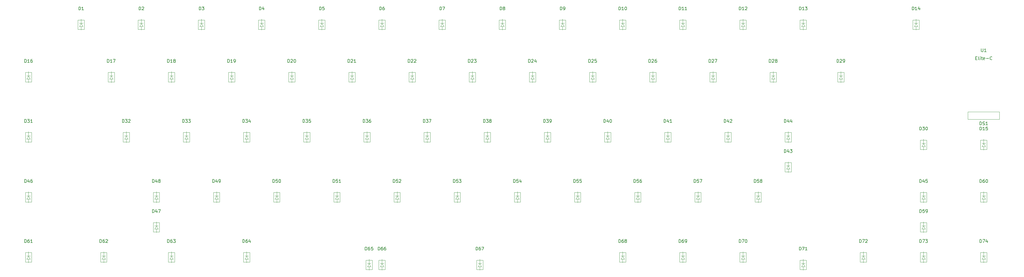
<source format=gbr>
%TF.GenerationSoftware,KiCad,Pcbnew,(6.0.1)*%
%TF.CreationDate,2022-05-15T14:47:49-04:00*%
%TF.ProjectId,GanJing 65 rev 2 hotswap exposed traces,47616e4a-696e-4672-9036-352072657620,2*%
%TF.SameCoordinates,Original*%
%TF.FileFunction,Legend,Top*%
%TF.FilePolarity,Positive*%
%FSLAX46Y46*%
G04 Gerber Fmt 4.6, Leading zero omitted, Abs format (unit mm)*
G04 Created by KiCad (PCBNEW (6.0.1)) date 2022-05-15 14:47:49*
%MOMM*%
%LPD*%
G01*
G04 APERTURE LIST*
%ADD10C,0.150000*%
%ADD11C,0.120000*%
%ADD12C,1.750000*%
%ADD13C,3.000000*%
%ADD14C,3.987800*%
%ADD15C,2.250000*%
%ADD16R,1.600000X1.600000*%
%ADD17O,1.600000X1.600000*%
%ADD18R,1.800000X1.800000*%
%ADD19C,1.800000*%
%ADD20R,2.000000X3.200000*%
%ADD21R,2.000000X2.000000*%
%ADD22C,2.000000*%
%ADD23C,0.800000*%
G04 APERTURE END LIST*
D10*
%TO.C,D1*%
X68318154Y-97766130D02*
X68318154Y-96766130D01*
X68556250Y-96766130D01*
X68699107Y-96813750D01*
X68794345Y-96908988D01*
X68841964Y-97004226D01*
X68889583Y-97194702D01*
X68889583Y-97337559D01*
X68841964Y-97528035D01*
X68794345Y-97623273D01*
X68699107Y-97718511D01*
X68556250Y-97766130D01*
X68318154Y-97766130D01*
X69841964Y-97766130D02*
X69270535Y-97766130D01*
X69556250Y-97766130D02*
X69556250Y-96766130D01*
X69461011Y-96908988D01*
X69365773Y-97004226D01*
X69270535Y-97051845D01*
%TO.C,D2*%
X87368154Y-97766130D02*
X87368154Y-96766130D01*
X87606250Y-96766130D01*
X87749107Y-96813750D01*
X87844345Y-96908988D01*
X87891964Y-97004226D01*
X87939583Y-97194702D01*
X87939583Y-97337559D01*
X87891964Y-97528035D01*
X87844345Y-97623273D01*
X87749107Y-97718511D01*
X87606250Y-97766130D01*
X87368154Y-97766130D01*
X88320535Y-96861369D02*
X88368154Y-96813750D01*
X88463392Y-96766130D01*
X88701488Y-96766130D01*
X88796726Y-96813750D01*
X88844345Y-96861369D01*
X88891964Y-96956607D01*
X88891964Y-97051845D01*
X88844345Y-97194702D01*
X88272916Y-97766130D01*
X88891964Y-97766130D01*
%TO.C,D3*%
X106418154Y-97766130D02*
X106418154Y-96766130D01*
X106656250Y-96766130D01*
X106799107Y-96813750D01*
X106894345Y-96908988D01*
X106941964Y-97004226D01*
X106989583Y-97194702D01*
X106989583Y-97337559D01*
X106941964Y-97528035D01*
X106894345Y-97623273D01*
X106799107Y-97718511D01*
X106656250Y-97766130D01*
X106418154Y-97766130D01*
X107322916Y-96766130D02*
X107941964Y-96766130D01*
X107608630Y-97147083D01*
X107751488Y-97147083D01*
X107846726Y-97194702D01*
X107894345Y-97242321D01*
X107941964Y-97337559D01*
X107941964Y-97575654D01*
X107894345Y-97670892D01*
X107846726Y-97718511D01*
X107751488Y-97766130D01*
X107465773Y-97766130D01*
X107370535Y-97718511D01*
X107322916Y-97670892D01*
%TO.C,D4*%
X125468154Y-97766130D02*
X125468154Y-96766130D01*
X125706250Y-96766130D01*
X125849107Y-96813750D01*
X125944345Y-96908988D01*
X125991964Y-97004226D01*
X126039583Y-97194702D01*
X126039583Y-97337559D01*
X125991964Y-97528035D01*
X125944345Y-97623273D01*
X125849107Y-97718511D01*
X125706250Y-97766130D01*
X125468154Y-97766130D01*
X126896726Y-97099464D02*
X126896726Y-97766130D01*
X126658630Y-96718511D02*
X126420535Y-97432797D01*
X127039583Y-97432797D01*
%TO.C,D5*%
X144518154Y-97766130D02*
X144518154Y-96766130D01*
X144756250Y-96766130D01*
X144899107Y-96813750D01*
X144994345Y-96908988D01*
X145041964Y-97004226D01*
X145089583Y-97194702D01*
X145089583Y-97337559D01*
X145041964Y-97528035D01*
X144994345Y-97623273D01*
X144899107Y-97718511D01*
X144756250Y-97766130D01*
X144518154Y-97766130D01*
X145994345Y-96766130D02*
X145518154Y-96766130D01*
X145470535Y-97242321D01*
X145518154Y-97194702D01*
X145613392Y-97147083D01*
X145851488Y-97147083D01*
X145946726Y-97194702D01*
X145994345Y-97242321D01*
X146041964Y-97337559D01*
X146041964Y-97575654D01*
X145994345Y-97670892D01*
X145946726Y-97718511D01*
X145851488Y-97766130D01*
X145613392Y-97766130D01*
X145518154Y-97718511D01*
X145470535Y-97670892D01*
%TO.C,D6*%
X163568154Y-97766130D02*
X163568154Y-96766130D01*
X163806250Y-96766130D01*
X163949107Y-96813750D01*
X164044345Y-96908988D01*
X164091964Y-97004226D01*
X164139583Y-97194702D01*
X164139583Y-97337559D01*
X164091964Y-97528035D01*
X164044345Y-97623273D01*
X163949107Y-97718511D01*
X163806250Y-97766130D01*
X163568154Y-97766130D01*
X164996726Y-96766130D02*
X164806250Y-96766130D01*
X164711011Y-96813750D01*
X164663392Y-96861369D01*
X164568154Y-97004226D01*
X164520535Y-97194702D01*
X164520535Y-97575654D01*
X164568154Y-97670892D01*
X164615773Y-97718511D01*
X164711011Y-97766130D01*
X164901488Y-97766130D01*
X164996726Y-97718511D01*
X165044345Y-97670892D01*
X165091964Y-97575654D01*
X165091964Y-97337559D01*
X165044345Y-97242321D01*
X164996726Y-97194702D01*
X164901488Y-97147083D01*
X164711011Y-97147083D01*
X164615773Y-97194702D01*
X164568154Y-97242321D01*
X164520535Y-97337559D01*
%TO.C,D7*%
X182618154Y-97766130D02*
X182618154Y-96766130D01*
X182856250Y-96766130D01*
X182999107Y-96813750D01*
X183094345Y-96908988D01*
X183141964Y-97004226D01*
X183189583Y-97194702D01*
X183189583Y-97337559D01*
X183141964Y-97528035D01*
X183094345Y-97623273D01*
X182999107Y-97718511D01*
X182856250Y-97766130D01*
X182618154Y-97766130D01*
X183522916Y-96766130D02*
X184189583Y-96766130D01*
X183761011Y-97766130D01*
%TO.C,D8*%
X201668154Y-97766130D02*
X201668154Y-96766130D01*
X201906250Y-96766130D01*
X202049107Y-96813750D01*
X202144345Y-96908988D01*
X202191964Y-97004226D01*
X202239583Y-97194702D01*
X202239583Y-97337559D01*
X202191964Y-97528035D01*
X202144345Y-97623273D01*
X202049107Y-97718511D01*
X201906250Y-97766130D01*
X201668154Y-97766130D01*
X202811011Y-97194702D02*
X202715773Y-97147083D01*
X202668154Y-97099464D01*
X202620535Y-97004226D01*
X202620535Y-96956607D01*
X202668154Y-96861369D01*
X202715773Y-96813750D01*
X202811011Y-96766130D01*
X203001488Y-96766130D01*
X203096726Y-96813750D01*
X203144345Y-96861369D01*
X203191964Y-96956607D01*
X203191964Y-97004226D01*
X203144345Y-97099464D01*
X203096726Y-97147083D01*
X203001488Y-97194702D01*
X202811011Y-97194702D01*
X202715773Y-97242321D01*
X202668154Y-97289940D01*
X202620535Y-97385178D01*
X202620535Y-97575654D01*
X202668154Y-97670892D01*
X202715773Y-97718511D01*
X202811011Y-97766130D01*
X203001488Y-97766130D01*
X203096726Y-97718511D01*
X203144345Y-97670892D01*
X203191964Y-97575654D01*
X203191964Y-97385178D01*
X203144345Y-97289940D01*
X203096726Y-97242321D01*
X203001488Y-97194702D01*
%TO.C,D9*%
X220718154Y-97766130D02*
X220718154Y-96766130D01*
X220956250Y-96766130D01*
X221099107Y-96813750D01*
X221194345Y-96908988D01*
X221241964Y-97004226D01*
X221289583Y-97194702D01*
X221289583Y-97337559D01*
X221241964Y-97528035D01*
X221194345Y-97623273D01*
X221099107Y-97718511D01*
X220956250Y-97766130D01*
X220718154Y-97766130D01*
X221765773Y-97766130D02*
X221956250Y-97766130D01*
X222051488Y-97718511D01*
X222099107Y-97670892D01*
X222194345Y-97528035D01*
X222241964Y-97337559D01*
X222241964Y-96956607D01*
X222194345Y-96861369D01*
X222146726Y-96813750D01*
X222051488Y-96766130D01*
X221861011Y-96766130D01*
X221765773Y-96813750D01*
X221718154Y-96861369D01*
X221670535Y-96956607D01*
X221670535Y-97194702D01*
X221718154Y-97289940D01*
X221765773Y-97337559D01*
X221861011Y-97385178D01*
X222051488Y-97385178D01*
X222146726Y-97337559D01*
X222194345Y-97289940D01*
X222241964Y-97194702D01*
%TO.C,D10*%
X239291964Y-97766130D02*
X239291964Y-96766130D01*
X239530059Y-96766130D01*
X239672916Y-96813750D01*
X239768154Y-96908988D01*
X239815773Y-97004226D01*
X239863392Y-97194702D01*
X239863392Y-97337559D01*
X239815773Y-97528035D01*
X239768154Y-97623273D01*
X239672916Y-97718511D01*
X239530059Y-97766130D01*
X239291964Y-97766130D01*
X240815773Y-97766130D02*
X240244345Y-97766130D01*
X240530059Y-97766130D02*
X240530059Y-96766130D01*
X240434821Y-96908988D01*
X240339583Y-97004226D01*
X240244345Y-97051845D01*
X241434821Y-96766130D02*
X241530059Y-96766130D01*
X241625297Y-96813750D01*
X241672916Y-96861369D01*
X241720535Y-96956607D01*
X241768154Y-97147083D01*
X241768154Y-97385178D01*
X241720535Y-97575654D01*
X241672916Y-97670892D01*
X241625297Y-97718511D01*
X241530059Y-97766130D01*
X241434821Y-97766130D01*
X241339583Y-97718511D01*
X241291964Y-97670892D01*
X241244345Y-97575654D01*
X241196726Y-97385178D01*
X241196726Y-97147083D01*
X241244345Y-96956607D01*
X241291964Y-96861369D01*
X241339583Y-96813750D01*
X241434821Y-96766130D01*
%TO.C,D11*%
X258341964Y-97766130D02*
X258341964Y-96766130D01*
X258580059Y-96766130D01*
X258722916Y-96813750D01*
X258818154Y-96908988D01*
X258865773Y-97004226D01*
X258913392Y-97194702D01*
X258913392Y-97337559D01*
X258865773Y-97528035D01*
X258818154Y-97623273D01*
X258722916Y-97718511D01*
X258580059Y-97766130D01*
X258341964Y-97766130D01*
X259865773Y-97766130D02*
X259294345Y-97766130D01*
X259580059Y-97766130D02*
X259580059Y-96766130D01*
X259484821Y-96908988D01*
X259389583Y-97004226D01*
X259294345Y-97051845D01*
X260818154Y-97766130D02*
X260246726Y-97766130D01*
X260532440Y-97766130D02*
X260532440Y-96766130D01*
X260437202Y-96908988D01*
X260341964Y-97004226D01*
X260246726Y-97051845D01*
%TO.C,D12*%
X277391964Y-97766130D02*
X277391964Y-96766130D01*
X277630059Y-96766130D01*
X277772916Y-96813750D01*
X277868154Y-96908988D01*
X277915773Y-97004226D01*
X277963392Y-97194702D01*
X277963392Y-97337559D01*
X277915773Y-97528035D01*
X277868154Y-97623273D01*
X277772916Y-97718511D01*
X277630059Y-97766130D01*
X277391964Y-97766130D01*
X278915773Y-97766130D02*
X278344345Y-97766130D01*
X278630059Y-97766130D02*
X278630059Y-96766130D01*
X278534821Y-96908988D01*
X278439583Y-97004226D01*
X278344345Y-97051845D01*
X279296726Y-96861369D02*
X279344345Y-96813750D01*
X279439583Y-96766130D01*
X279677678Y-96766130D01*
X279772916Y-96813750D01*
X279820535Y-96861369D01*
X279868154Y-96956607D01*
X279868154Y-97051845D01*
X279820535Y-97194702D01*
X279249107Y-97766130D01*
X279868154Y-97766130D01*
%TO.C,D13*%
X296441964Y-97766130D02*
X296441964Y-96766130D01*
X296680059Y-96766130D01*
X296822916Y-96813750D01*
X296918154Y-96908988D01*
X296965773Y-97004226D01*
X297013392Y-97194702D01*
X297013392Y-97337559D01*
X296965773Y-97528035D01*
X296918154Y-97623273D01*
X296822916Y-97718511D01*
X296680059Y-97766130D01*
X296441964Y-97766130D01*
X297965773Y-97766130D02*
X297394345Y-97766130D01*
X297680059Y-97766130D02*
X297680059Y-96766130D01*
X297584821Y-96908988D01*
X297489583Y-97004226D01*
X297394345Y-97051845D01*
X298299107Y-96766130D02*
X298918154Y-96766130D01*
X298584821Y-97147083D01*
X298727678Y-97147083D01*
X298822916Y-97194702D01*
X298870535Y-97242321D01*
X298918154Y-97337559D01*
X298918154Y-97575654D01*
X298870535Y-97670892D01*
X298822916Y-97718511D01*
X298727678Y-97766130D01*
X298441964Y-97766130D01*
X298346726Y-97718511D01*
X298299107Y-97670892D01*
%TO.C,D14*%
X332160714Y-97766130D02*
X332160714Y-96766130D01*
X332398809Y-96766130D01*
X332541666Y-96813750D01*
X332636904Y-96908988D01*
X332684523Y-97004226D01*
X332732142Y-97194702D01*
X332732142Y-97337559D01*
X332684523Y-97528035D01*
X332636904Y-97623273D01*
X332541666Y-97718511D01*
X332398809Y-97766130D01*
X332160714Y-97766130D01*
X333684523Y-97766130D02*
X333113095Y-97766130D01*
X333398809Y-97766130D02*
X333398809Y-96766130D01*
X333303571Y-96908988D01*
X333208333Y-97004226D01*
X333113095Y-97051845D01*
X334541666Y-97099464D02*
X334541666Y-97766130D01*
X334303571Y-96718511D02*
X334065476Y-97432797D01*
X334684523Y-97432797D01*
%TO.C,D16*%
X51173214Y-114434880D02*
X51173214Y-113434880D01*
X51411309Y-113434880D01*
X51554166Y-113482500D01*
X51649404Y-113577738D01*
X51697023Y-113672976D01*
X51744642Y-113863452D01*
X51744642Y-114006309D01*
X51697023Y-114196785D01*
X51649404Y-114292023D01*
X51554166Y-114387261D01*
X51411309Y-114434880D01*
X51173214Y-114434880D01*
X52697023Y-114434880D02*
X52125595Y-114434880D01*
X52411309Y-114434880D02*
X52411309Y-113434880D01*
X52316071Y-113577738D01*
X52220833Y-113672976D01*
X52125595Y-113720595D01*
X53554166Y-113434880D02*
X53363690Y-113434880D01*
X53268452Y-113482500D01*
X53220833Y-113530119D01*
X53125595Y-113672976D01*
X53077976Y-113863452D01*
X53077976Y-114244404D01*
X53125595Y-114339642D01*
X53173214Y-114387261D01*
X53268452Y-114434880D01*
X53458928Y-114434880D01*
X53554166Y-114387261D01*
X53601785Y-114339642D01*
X53649404Y-114244404D01*
X53649404Y-114006309D01*
X53601785Y-113911071D01*
X53554166Y-113863452D01*
X53458928Y-113815833D01*
X53268452Y-113815833D01*
X53173214Y-113863452D01*
X53125595Y-113911071D01*
X53077976Y-114006309D01*
%TO.C,D17*%
X77366964Y-114434880D02*
X77366964Y-113434880D01*
X77605059Y-113434880D01*
X77747916Y-113482500D01*
X77843154Y-113577738D01*
X77890773Y-113672976D01*
X77938392Y-113863452D01*
X77938392Y-114006309D01*
X77890773Y-114196785D01*
X77843154Y-114292023D01*
X77747916Y-114387261D01*
X77605059Y-114434880D01*
X77366964Y-114434880D01*
X78890773Y-114434880D02*
X78319345Y-114434880D01*
X78605059Y-114434880D02*
X78605059Y-113434880D01*
X78509821Y-113577738D01*
X78414583Y-113672976D01*
X78319345Y-113720595D01*
X79224107Y-113434880D02*
X79890773Y-113434880D01*
X79462202Y-114434880D01*
%TO.C,D18*%
X96416964Y-114434880D02*
X96416964Y-113434880D01*
X96655059Y-113434880D01*
X96797916Y-113482500D01*
X96893154Y-113577738D01*
X96940773Y-113672976D01*
X96988392Y-113863452D01*
X96988392Y-114006309D01*
X96940773Y-114196785D01*
X96893154Y-114292023D01*
X96797916Y-114387261D01*
X96655059Y-114434880D01*
X96416964Y-114434880D01*
X97940773Y-114434880D02*
X97369345Y-114434880D01*
X97655059Y-114434880D02*
X97655059Y-113434880D01*
X97559821Y-113577738D01*
X97464583Y-113672976D01*
X97369345Y-113720595D01*
X98512202Y-113863452D02*
X98416964Y-113815833D01*
X98369345Y-113768214D01*
X98321726Y-113672976D01*
X98321726Y-113625357D01*
X98369345Y-113530119D01*
X98416964Y-113482500D01*
X98512202Y-113434880D01*
X98702678Y-113434880D01*
X98797916Y-113482500D01*
X98845535Y-113530119D01*
X98893154Y-113625357D01*
X98893154Y-113672976D01*
X98845535Y-113768214D01*
X98797916Y-113815833D01*
X98702678Y-113863452D01*
X98512202Y-113863452D01*
X98416964Y-113911071D01*
X98369345Y-113958690D01*
X98321726Y-114053928D01*
X98321726Y-114244404D01*
X98369345Y-114339642D01*
X98416964Y-114387261D01*
X98512202Y-114434880D01*
X98702678Y-114434880D01*
X98797916Y-114387261D01*
X98845535Y-114339642D01*
X98893154Y-114244404D01*
X98893154Y-114053928D01*
X98845535Y-113958690D01*
X98797916Y-113911071D01*
X98702678Y-113863452D01*
%TO.C,D19*%
X115466964Y-114434880D02*
X115466964Y-113434880D01*
X115705059Y-113434880D01*
X115847916Y-113482500D01*
X115943154Y-113577738D01*
X115990773Y-113672976D01*
X116038392Y-113863452D01*
X116038392Y-114006309D01*
X115990773Y-114196785D01*
X115943154Y-114292023D01*
X115847916Y-114387261D01*
X115705059Y-114434880D01*
X115466964Y-114434880D01*
X116990773Y-114434880D02*
X116419345Y-114434880D01*
X116705059Y-114434880D02*
X116705059Y-113434880D01*
X116609821Y-113577738D01*
X116514583Y-113672976D01*
X116419345Y-113720595D01*
X117466964Y-114434880D02*
X117657440Y-114434880D01*
X117752678Y-114387261D01*
X117800297Y-114339642D01*
X117895535Y-114196785D01*
X117943154Y-114006309D01*
X117943154Y-113625357D01*
X117895535Y-113530119D01*
X117847916Y-113482500D01*
X117752678Y-113434880D01*
X117562202Y-113434880D01*
X117466964Y-113482500D01*
X117419345Y-113530119D01*
X117371726Y-113625357D01*
X117371726Y-113863452D01*
X117419345Y-113958690D01*
X117466964Y-114006309D01*
X117562202Y-114053928D01*
X117752678Y-114053928D01*
X117847916Y-114006309D01*
X117895535Y-113958690D01*
X117943154Y-113863452D01*
%TO.C,D20*%
X134516964Y-114434880D02*
X134516964Y-113434880D01*
X134755059Y-113434880D01*
X134897916Y-113482500D01*
X134993154Y-113577738D01*
X135040773Y-113672976D01*
X135088392Y-113863452D01*
X135088392Y-114006309D01*
X135040773Y-114196785D01*
X134993154Y-114292023D01*
X134897916Y-114387261D01*
X134755059Y-114434880D01*
X134516964Y-114434880D01*
X135469345Y-113530119D02*
X135516964Y-113482500D01*
X135612202Y-113434880D01*
X135850297Y-113434880D01*
X135945535Y-113482500D01*
X135993154Y-113530119D01*
X136040773Y-113625357D01*
X136040773Y-113720595D01*
X135993154Y-113863452D01*
X135421726Y-114434880D01*
X136040773Y-114434880D01*
X136659821Y-113434880D02*
X136755059Y-113434880D01*
X136850297Y-113482500D01*
X136897916Y-113530119D01*
X136945535Y-113625357D01*
X136993154Y-113815833D01*
X136993154Y-114053928D01*
X136945535Y-114244404D01*
X136897916Y-114339642D01*
X136850297Y-114387261D01*
X136755059Y-114434880D01*
X136659821Y-114434880D01*
X136564583Y-114387261D01*
X136516964Y-114339642D01*
X136469345Y-114244404D01*
X136421726Y-114053928D01*
X136421726Y-113815833D01*
X136469345Y-113625357D01*
X136516964Y-113530119D01*
X136564583Y-113482500D01*
X136659821Y-113434880D01*
%TO.C,D21*%
X153566964Y-114434880D02*
X153566964Y-113434880D01*
X153805059Y-113434880D01*
X153947916Y-113482500D01*
X154043154Y-113577738D01*
X154090773Y-113672976D01*
X154138392Y-113863452D01*
X154138392Y-114006309D01*
X154090773Y-114196785D01*
X154043154Y-114292023D01*
X153947916Y-114387261D01*
X153805059Y-114434880D01*
X153566964Y-114434880D01*
X154519345Y-113530119D02*
X154566964Y-113482500D01*
X154662202Y-113434880D01*
X154900297Y-113434880D01*
X154995535Y-113482500D01*
X155043154Y-113530119D01*
X155090773Y-113625357D01*
X155090773Y-113720595D01*
X155043154Y-113863452D01*
X154471726Y-114434880D01*
X155090773Y-114434880D01*
X156043154Y-114434880D02*
X155471726Y-114434880D01*
X155757440Y-114434880D02*
X155757440Y-113434880D01*
X155662202Y-113577738D01*
X155566964Y-113672976D01*
X155471726Y-113720595D01*
%TO.C,D22*%
X172616964Y-114434880D02*
X172616964Y-113434880D01*
X172855059Y-113434880D01*
X172997916Y-113482500D01*
X173093154Y-113577738D01*
X173140773Y-113672976D01*
X173188392Y-113863452D01*
X173188392Y-114006309D01*
X173140773Y-114196785D01*
X173093154Y-114292023D01*
X172997916Y-114387261D01*
X172855059Y-114434880D01*
X172616964Y-114434880D01*
X173569345Y-113530119D02*
X173616964Y-113482500D01*
X173712202Y-113434880D01*
X173950297Y-113434880D01*
X174045535Y-113482500D01*
X174093154Y-113530119D01*
X174140773Y-113625357D01*
X174140773Y-113720595D01*
X174093154Y-113863452D01*
X173521726Y-114434880D01*
X174140773Y-114434880D01*
X174521726Y-113530119D02*
X174569345Y-113482500D01*
X174664583Y-113434880D01*
X174902678Y-113434880D01*
X174997916Y-113482500D01*
X175045535Y-113530119D01*
X175093154Y-113625357D01*
X175093154Y-113720595D01*
X175045535Y-113863452D01*
X174474107Y-114434880D01*
X175093154Y-114434880D01*
%TO.C,D23*%
X191666964Y-114434880D02*
X191666964Y-113434880D01*
X191905059Y-113434880D01*
X192047916Y-113482500D01*
X192143154Y-113577738D01*
X192190773Y-113672976D01*
X192238392Y-113863452D01*
X192238392Y-114006309D01*
X192190773Y-114196785D01*
X192143154Y-114292023D01*
X192047916Y-114387261D01*
X191905059Y-114434880D01*
X191666964Y-114434880D01*
X192619345Y-113530119D02*
X192666964Y-113482500D01*
X192762202Y-113434880D01*
X193000297Y-113434880D01*
X193095535Y-113482500D01*
X193143154Y-113530119D01*
X193190773Y-113625357D01*
X193190773Y-113720595D01*
X193143154Y-113863452D01*
X192571726Y-114434880D01*
X193190773Y-114434880D01*
X193524107Y-113434880D02*
X194143154Y-113434880D01*
X193809821Y-113815833D01*
X193952678Y-113815833D01*
X194047916Y-113863452D01*
X194095535Y-113911071D01*
X194143154Y-114006309D01*
X194143154Y-114244404D01*
X194095535Y-114339642D01*
X194047916Y-114387261D01*
X193952678Y-114434880D01*
X193666964Y-114434880D01*
X193571726Y-114387261D01*
X193524107Y-114339642D01*
%TO.C,D24*%
X210716964Y-114434880D02*
X210716964Y-113434880D01*
X210955059Y-113434880D01*
X211097916Y-113482500D01*
X211193154Y-113577738D01*
X211240773Y-113672976D01*
X211288392Y-113863452D01*
X211288392Y-114006309D01*
X211240773Y-114196785D01*
X211193154Y-114292023D01*
X211097916Y-114387261D01*
X210955059Y-114434880D01*
X210716964Y-114434880D01*
X211669345Y-113530119D02*
X211716964Y-113482500D01*
X211812202Y-113434880D01*
X212050297Y-113434880D01*
X212145535Y-113482500D01*
X212193154Y-113530119D01*
X212240773Y-113625357D01*
X212240773Y-113720595D01*
X212193154Y-113863452D01*
X211621726Y-114434880D01*
X212240773Y-114434880D01*
X213097916Y-113768214D02*
X213097916Y-114434880D01*
X212859821Y-113387261D02*
X212621726Y-114101547D01*
X213240773Y-114101547D01*
%TO.C,D25*%
X229766964Y-114434880D02*
X229766964Y-113434880D01*
X230005059Y-113434880D01*
X230147916Y-113482500D01*
X230243154Y-113577738D01*
X230290773Y-113672976D01*
X230338392Y-113863452D01*
X230338392Y-114006309D01*
X230290773Y-114196785D01*
X230243154Y-114292023D01*
X230147916Y-114387261D01*
X230005059Y-114434880D01*
X229766964Y-114434880D01*
X230719345Y-113530119D02*
X230766964Y-113482500D01*
X230862202Y-113434880D01*
X231100297Y-113434880D01*
X231195535Y-113482500D01*
X231243154Y-113530119D01*
X231290773Y-113625357D01*
X231290773Y-113720595D01*
X231243154Y-113863452D01*
X230671726Y-114434880D01*
X231290773Y-114434880D01*
X232195535Y-113434880D02*
X231719345Y-113434880D01*
X231671726Y-113911071D01*
X231719345Y-113863452D01*
X231814583Y-113815833D01*
X232052678Y-113815833D01*
X232147916Y-113863452D01*
X232195535Y-113911071D01*
X232243154Y-114006309D01*
X232243154Y-114244404D01*
X232195535Y-114339642D01*
X232147916Y-114387261D01*
X232052678Y-114434880D01*
X231814583Y-114434880D01*
X231719345Y-114387261D01*
X231671726Y-114339642D01*
%TO.C,D26*%
X248816964Y-114434880D02*
X248816964Y-113434880D01*
X249055059Y-113434880D01*
X249197916Y-113482500D01*
X249293154Y-113577738D01*
X249340773Y-113672976D01*
X249388392Y-113863452D01*
X249388392Y-114006309D01*
X249340773Y-114196785D01*
X249293154Y-114292023D01*
X249197916Y-114387261D01*
X249055059Y-114434880D01*
X248816964Y-114434880D01*
X249769345Y-113530119D02*
X249816964Y-113482500D01*
X249912202Y-113434880D01*
X250150297Y-113434880D01*
X250245535Y-113482500D01*
X250293154Y-113530119D01*
X250340773Y-113625357D01*
X250340773Y-113720595D01*
X250293154Y-113863452D01*
X249721726Y-114434880D01*
X250340773Y-114434880D01*
X251197916Y-113434880D02*
X251007440Y-113434880D01*
X250912202Y-113482500D01*
X250864583Y-113530119D01*
X250769345Y-113672976D01*
X250721726Y-113863452D01*
X250721726Y-114244404D01*
X250769345Y-114339642D01*
X250816964Y-114387261D01*
X250912202Y-114434880D01*
X251102678Y-114434880D01*
X251197916Y-114387261D01*
X251245535Y-114339642D01*
X251293154Y-114244404D01*
X251293154Y-114006309D01*
X251245535Y-113911071D01*
X251197916Y-113863452D01*
X251102678Y-113815833D01*
X250912202Y-113815833D01*
X250816964Y-113863452D01*
X250769345Y-113911071D01*
X250721726Y-114006309D01*
%TO.C,D27*%
X267866964Y-114434880D02*
X267866964Y-113434880D01*
X268105059Y-113434880D01*
X268247916Y-113482500D01*
X268343154Y-113577738D01*
X268390773Y-113672976D01*
X268438392Y-113863452D01*
X268438392Y-114006309D01*
X268390773Y-114196785D01*
X268343154Y-114292023D01*
X268247916Y-114387261D01*
X268105059Y-114434880D01*
X267866964Y-114434880D01*
X268819345Y-113530119D02*
X268866964Y-113482500D01*
X268962202Y-113434880D01*
X269200297Y-113434880D01*
X269295535Y-113482500D01*
X269343154Y-113530119D01*
X269390773Y-113625357D01*
X269390773Y-113720595D01*
X269343154Y-113863452D01*
X268771726Y-114434880D01*
X269390773Y-114434880D01*
X269724107Y-113434880D02*
X270390773Y-113434880D01*
X269962202Y-114434880D01*
%TO.C,D28*%
X286916964Y-114434880D02*
X286916964Y-113434880D01*
X287155059Y-113434880D01*
X287297916Y-113482500D01*
X287393154Y-113577738D01*
X287440773Y-113672976D01*
X287488392Y-113863452D01*
X287488392Y-114006309D01*
X287440773Y-114196785D01*
X287393154Y-114292023D01*
X287297916Y-114387261D01*
X287155059Y-114434880D01*
X286916964Y-114434880D01*
X287869345Y-113530119D02*
X287916964Y-113482500D01*
X288012202Y-113434880D01*
X288250297Y-113434880D01*
X288345535Y-113482500D01*
X288393154Y-113530119D01*
X288440773Y-113625357D01*
X288440773Y-113720595D01*
X288393154Y-113863452D01*
X287821726Y-114434880D01*
X288440773Y-114434880D01*
X289012202Y-113863452D02*
X288916964Y-113815833D01*
X288869345Y-113768214D01*
X288821726Y-113672976D01*
X288821726Y-113625357D01*
X288869345Y-113530119D01*
X288916964Y-113482500D01*
X289012202Y-113434880D01*
X289202678Y-113434880D01*
X289297916Y-113482500D01*
X289345535Y-113530119D01*
X289393154Y-113625357D01*
X289393154Y-113672976D01*
X289345535Y-113768214D01*
X289297916Y-113815833D01*
X289202678Y-113863452D01*
X289012202Y-113863452D01*
X288916964Y-113911071D01*
X288869345Y-113958690D01*
X288821726Y-114053928D01*
X288821726Y-114244404D01*
X288869345Y-114339642D01*
X288916964Y-114387261D01*
X289012202Y-114434880D01*
X289202678Y-114434880D01*
X289297916Y-114387261D01*
X289345535Y-114339642D01*
X289393154Y-114244404D01*
X289393154Y-114053928D01*
X289345535Y-113958690D01*
X289297916Y-113911071D01*
X289202678Y-113863452D01*
%TO.C,D29*%
X308348214Y-114434880D02*
X308348214Y-113434880D01*
X308586309Y-113434880D01*
X308729166Y-113482500D01*
X308824404Y-113577738D01*
X308872023Y-113672976D01*
X308919642Y-113863452D01*
X308919642Y-114006309D01*
X308872023Y-114196785D01*
X308824404Y-114292023D01*
X308729166Y-114387261D01*
X308586309Y-114434880D01*
X308348214Y-114434880D01*
X309300595Y-113530119D02*
X309348214Y-113482500D01*
X309443452Y-113434880D01*
X309681547Y-113434880D01*
X309776785Y-113482500D01*
X309824404Y-113530119D01*
X309872023Y-113625357D01*
X309872023Y-113720595D01*
X309824404Y-113863452D01*
X309252976Y-114434880D01*
X309872023Y-114434880D01*
X310348214Y-114434880D02*
X310538690Y-114434880D01*
X310633928Y-114387261D01*
X310681547Y-114339642D01*
X310776785Y-114196785D01*
X310824404Y-114006309D01*
X310824404Y-113625357D01*
X310776785Y-113530119D01*
X310729166Y-113482500D01*
X310633928Y-113434880D01*
X310443452Y-113434880D01*
X310348214Y-113482500D01*
X310300595Y-113530119D01*
X310252976Y-113625357D01*
X310252976Y-113863452D01*
X310300595Y-113958690D01*
X310348214Y-114006309D01*
X310443452Y-114053928D01*
X310633928Y-114053928D01*
X310729166Y-114006309D01*
X310776785Y-113958690D01*
X310824404Y-113863452D01*
%TO.C,D30*%
X334541964Y-135866130D02*
X334541964Y-134866130D01*
X334780059Y-134866130D01*
X334922916Y-134913750D01*
X335018154Y-135008988D01*
X335065773Y-135104226D01*
X335113392Y-135294702D01*
X335113392Y-135437559D01*
X335065773Y-135628035D01*
X335018154Y-135723273D01*
X334922916Y-135818511D01*
X334780059Y-135866130D01*
X334541964Y-135866130D01*
X335446726Y-134866130D02*
X336065773Y-134866130D01*
X335732440Y-135247083D01*
X335875297Y-135247083D01*
X335970535Y-135294702D01*
X336018154Y-135342321D01*
X336065773Y-135437559D01*
X336065773Y-135675654D01*
X336018154Y-135770892D01*
X335970535Y-135818511D01*
X335875297Y-135866130D01*
X335589583Y-135866130D01*
X335494345Y-135818511D01*
X335446726Y-135770892D01*
X336684821Y-134866130D02*
X336780059Y-134866130D01*
X336875297Y-134913750D01*
X336922916Y-134961369D01*
X336970535Y-135056607D01*
X337018154Y-135247083D01*
X337018154Y-135485178D01*
X336970535Y-135675654D01*
X336922916Y-135770892D01*
X336875297Y-135818511D01*
X336780059Y-135866130D01*
X336684821Y-135866130D01*
X336589583Y-135818511D01*
X336541964Y-135770892D01*
X336494345Y-135675654D01*
X336446726Y-135485178D01*
X336446726Y-135247083D01*
X336494345Y-135056607D01*
X336541964Y-134961369D01*
X336589583Y-134913750D01*
X336684821Y-134866130D01*
%TO.C,D31*%
X51173214Y-133484880D02*
X51173214Y-132484880D01*
X51411309Y-132484880D01*
X51554166Y-132532500D01*
X51649404Y-132627738D01*
X51697023Y-132722976D01*
X51744642Y-132913452D01*
X51744642Y-133056309D01*
X51697023Y-133246785D01*
X51649404Y-133342023D01*
X51554166Y-133437261D01*
X51411309Y-133484880D01*
X51173214Y-133484880D01*
X52077976Y-132484880D02*
X52697023Y-132484880D01*
X52363690Y-132865833D01*
X52506547Y-132865833D01*
X52601785Y-132913452D01*
X52649404Y-132961071D01*
X52697023Y-133056309D01*
X52697023Y-133294404D01*
X52649404Y-133389642D01*
X52601785Y-133437261D01*
X52506547Y-133484880D01*
X52220833Y-133484880D01*
X52125595Y-133437261D01*
X52077976Y-133389642D01*
X53649404Y-133484880D02*
X53077976Y-133484880D01*
X53363690Y-133484880D02*
X53363690Y-132484880D01*
X53268452Y-132627738D01*
X53173214Y-132722976D01*
X53077976Y-132770595D01*
%TO.C,D32*%
X82129464Y-133484880D02*
X82129464Y-132484880D01*
X82367559Y-132484880D01*
X82510416Y-132532500D01*
X82605654Y-132627738D01*
X82653273Y-132722976D01*
X82700892Y-132913452D01*
X82700892Y-133056309D01*
X82653273Y-133246785D01*
X82605654Y-133342023D01*
X82510416Y-133437261D01*
X82367559Y-133484880D01*
X82129464Y-133484880D01*
X83034226Y-132484880D02*
X83653273Y-132484880D01*
X83319940Y-132865833D01*
X83462797Y-132865833D01*
X83558035Y-132913452D01*
X83605654Y-132961071D01*
X83653273Y-133056309D01*
X83653273Y-133294404D01*
X83605654Y-133389642D01*
X83558035Y-133437261D01*
X83462797Y-133484880D01*
X83177083Y-133484880D01*
X83081845Y-133437261D01*
X83034226Y-133389642D01*
X84034226Y-132580119D02*
X84081845Y-132532500D01*
X84177083Y-132484880D01*
X84415178Y-132484880D01*
X84510416Y-132532500D01*
X84558035Y-132580119D01*
X84605654Y-132675357D01*
X84605654Y-132770595D01*
X84558035Y-132913452D01*
X83986607Y-133484880D01*
X84605654Y-133484880D01*
%TO.C,D33*%
X101179464Y-133484880D02*
X101179464Y-132484880D01*
X101417559Y-132484880D01*
X101560416Y-132532500D01*
X101655654Y-132627738D01*
X101703273Y-132722976D01*
X101750892Y-132913452D01*
X101750892Y-133056309D01*
X101703273Y-133246785D01*
X101655654Y-133342023D01*
X101560416Y-133437261D01*
X101417559Y-133484880D01*
X101179464Y-133484880D01*
X102084226Y-132484880D02*
X102703273Y-132484880D01*
X102369940Y-132865833D01*
X102512797Y-132865833D01*
X102608035Y-132913452D01*
X102655654Y-132961071D01*
X102703273Y-133056309D01*
X102703273Y-133294404D01*
X102655654Y-133389642D01*
X102608035Y-133437261D01*
X102512797Y-133484880D01*
X102227083Y-133484880D01*
X102131845Y-133437261D01*
X102084226Y-133389642D01*
X103036607Y-132484880D02*
X103655654Y-132484880D01*
X103322321Y-132865833D01*
X103465178Y-132865833D01*
X103560416Y-132913452D01*
X103608035Y-132961071D01*
X103655654Y-133056309D01*
X103655654Y-133294404D01*
X103608035Y-133389642D01*
X103560416Y-133437261D01*
X103465178Y-133484880D01*
X103179464Y-133484880D01*
X103084226Y-133437261D01*
X103036607Y-133389642D01*
%TO.C,D34*%
X120229464Y-133484880D02*
X120229464Y-132484880D01*
X120467559Y-132484880D01*
X120610416Y-132532500D01*
X120705654Y-132627738D01*
X120753273Y-132722976D01*
X120800892Y-132913452D01*
X120800892Y-133056309D01*
X120753273Y-133246785D01*
X120705654Y-133342023D01*
X120610416Y-133437261D01*
X120467559Y-133484880D01*
X120229464Y-133484880D01*
X121134226Y-132484880D02*
X121753273Y-132484880D01*
X121419940Y-132865833D01*
X121562797Y-132865833D01*
X121658035Y-132913452D01*
X121705654Y-132961071D01*
X121753273Y-133056309D01*
X121753273Y-133294404D01*
X121705654Y-133389642D01*
X121658035Y-133437261D01*
X121562797Y-133484880D01*
X121277083Y-133484880D01*
X121181845Y-133437261D01*
X121134226Y-133389642D01*
X122610416Y-132818214D02*
X122610416Y-133484880D01*
X122372321Y-132437261D02*
X122134226Y-133151547D01*
X122753273Y-133151547D01*
%TO.C,D35*%
X139279464Y-133484880D02*
X139279464Y-132484880D01*
X139517559Y-132484880D01*
X139660416Y-132532500D01*
X139755654Y-132627738D01*
X139803273Y-132722976D01*
X139850892Y-132913452D01*
X139850892Y-133056309D01*
X139803273Y-133246785D01*
X139755654Y-133342023D01*
X139660416Y-133437261D01*
X139517559Y-133484880D01*
X139279464Y-133484880D01*
X140184226Y-132484880D02*
X140803273Y-132484880D01*
X140469940Y-132865833D01*
X140612797Y-132865833D01*
X140708035Y-132913452D01*
X140755654Y-132961071D01*
X140803273Y-133056309D01*
X140803273Y-133294404D01*
X140755654Y-133389642D01*
X140708035Y-133437261D01*
X140612797Y-133484880D01*
X140327083Y-133484880D01*
X140231845Y-133437261D01*
X140184226Y-133389642D01*
X141708035Y-132484880D02*
X141231845Y-132484880D01*
X141184226Y-132961071D01*
X141231845Y-132913452D01*
X141327083Y-132865833D01*
X141565178Y-132865833D01*
X141660416Y-132913452D01*
X141708035Y-132961071D01*
X141755654Y-133056309D01*
X141755654Y-133294404D01*
X141708035Y-133389642D01*
X141660416Y-133437261D01*
X141565178Y-133484880D01*
X141327083Y-133484880D01*
X141231845Y-133437261D01*
X141184226Y-133389642D01*
%TO.C,D36*%
X158329464Y-133484880D02*
X158329464Y-132484880D01*
X158567559Y-132484880D01*
X158710416Y-132532500D01*
X158805654Y-132627738D01*
X158853273Y-132722976D01*
X158900892Y-132913452D01*
X158900892Y-133056309D01*
X158853273Y-133246785D01*
X158805654Y-133342023D01*
X158710416Y-133437261D01*
X158567559Y-133484880D01*
X158329464Y-133484880D01*
X159234226Y-132484880D02*
X159853273Y-132484880D01*
X159519940Y-132865833D01*
X159662797Y-132865833D01*
X159758035Y-132913452D01*
X159805654Y-132961071D01*
X159853273Y-133056309D01*
X159853273Y-133294404D01*
X159805654Y-133389642D01*
X159758035Y-133437261D01*
X159662797Y-133484880D01*
X159377083Y-133484880D01*
X159281845Y-133437261D01*
X159234226Y-133389642D01*
X160710416Y-132484880D02*
X160519940Y-132484880D01*
X160424702Y-132532500D01*
X160377083Y-132580119D01*
X160281845Y-132722976D01*
X160234226Y-132913452D01*
X160234226Y-133294404D01*
X160281845Y-133389642D01*
X160329464Y-133437261D01*
X160424702Y-133484880D01*
X160615178Y-133484880D01*
X160710416Y-133437261D01*
X160758035Y-133389642D01*
X160805654Y-133294404D01*
X160805654Y-133056309D01*
X160758035Y-132961071D01*
X160710416Y-132913452D01*
X160615178Y-132865833D01*
X160424702Y-132865833D01*
X160329464Y-132913452D01*
X160281845Y-132961071D01*
X160234226Y-133056309D01*
%TO.C,D37*%
X177379464Y-133484880D02*
X177379464Y-132484880D01*
X177617559Y-132484880D01*
X177760416Y-132532500D01*
X177855654Y-132627738D01*
X177903273Y-132722976D01*
X177950892Y-132913452D01*
X177950892Y-133056309D01*
X177903273Y-133246785D01*
X177855654Y-133342023D01*
X177760416Y-133437261D01*
X177617559Y-133484880D01*
X177379464Y-133484880D01*
X178284226Y-132484880D02*
X178903273Y-132484880D01*
X178569940Y-132865833D01*
X178712797Y-132865833D01*
X178808035Y-132913452D01*
X178855654Y-132961071D01*
X178903273Y-133056309D01*
X178903273Y-133294404D01*
X178855654Y-133389642D01*
X178808035Y-133437261D01*
X178712797Y-133484880D01*
X178427083Y-133484880D01*
X178331845Y-133437261D01*
X178284226Y-133389642D01*
X179236607Y-132484880D02*
X179903273Y-132484880D01*
X179474702Y-133484880D01*
%TO.C,D38*%
X196429464Y-133484880D02*
X196429464Y-132484880D01*
X196667559Y-132484880D01*
X196810416Y-132532500D01*
X196905654Y-132627738D01*
X196953273Y-132722976D01*
X197000892Y-132913452D01*
X197000892Y-133056309D01*
X196953273Y-133246785D01*
X196905654Y-133342023D01*
X196810416Y-133437261D01*
X196667559Y-133484880D01*
X196429464Y-133484880D01*
X197334226Y-132484880D02*
X197953273Y-132484880D01*
X197619940Y-132865833D01*
X197762797Y-132865833D01*
X197858035Y-132913452D01*
X197905654Y-132961071D01*
X197953273Y-133056309D01*
X197953273Y-133294404D01*
X197905654Y-133389642D01*
X197858035Y-133437261D01*
X197762797Y-133484880D01*
X197477083Y-133484880D01*
X197381845Y-133437261D01*
X197334226Y-133389642D01*
X198524702Y-132913452D02*
X198429464Y-132865833D01*
X198381845Y-132818214D01*
X198334226Y-132722976D01*
X198334226Y-132675357D01*
X198381845Y-132580119D01*
X198429464Y-132532500D01*
X198524702Y-132484880D01*
X198715178Y-132484880D01*
X198810416Y-132532500D01*
X198858035Y-132580119D01*
X198905654Y-132675357D01*
X198905654Y-132722976D01*
X198858035Y-132818214D01*
X198810416Y-132865833D01*
X198715178Y-132913452D01*
X198524702Y-132913452D01*
X198429464Y-132961071D01*
X198381845Y-133008690D01*
X198334226Y-133103928D01*
X198334226Y-133294404D01*
X198381845Y-133389642D01*
X198429464Y-133437261D01*
X198524702Y-133484880D01*
X198715178Y-133484880D01*
X198810416Y-133437261D01*
X198858035Y-133389642D01*
X198905654Y-133294404D01*
X198905654Y-133103928D01*
X198858035Y-133008690D01*
X198810416Y-132961071D01*
X198715178Y-132913452D01*
%TO.C,D39*%
X215479464Y-133484880D02*
X215479464Y-132484880D01*
X215717559Y-132484880D01*
X215860416Y-132532500D01*
X215955654Y-132627738D01*
X216003273Y-132722976D01*
X216050892Y-132913452D01*
X216050892Y-133056309D01*
X216003273Y-133246785D01*
X215955654Y-133342023D01*
X215860416Y-133437261D01*
X215717559Y-133484880D01*
X215479464Y-133484880D01*
X216384226Y-132484880D02*
X217003273Y-132484880D01*
X216669940Y-132865833D01*
X216812797Y-132865833D01*
X216908035Y-132913452D01*
X216955654Y-132961071D01*
X217003273Y-133056309D01*
X217003273Y-133294404D01*
X216955654Y-133389642D01*
X216908035Y-133437261D01*
X216812797Y-133484880D01*
X216527083Y-133484880D01*
X216431845Y-133437261D01*
X216384226Y-133389642D01*
X217479464Y-133484880D02*
X217669940Y-133484880D01*
X217765178Y-133437261D01*
X217812797Y-133389642D01*
X217908035Y-133246785D01*
X217955654Y-133056309D01*
X217955654Y-132675357D01*
X217908035Y-132580119D01*
X217860416Y-132532500D01*
X217765178Y-132484880D01*
X217574702Y-132484880D01*
X217479464Y-132532500D01*
X217431845Y-132580119D01*
X217384226Y-132675357D01*
X217384226Y-132913452D01*
X217431845Y-133008690D01*
X217479464Y-133056309D01*
X217574702Y-133103928D01*
X217765178Y-133103928D01*
X217860416Y-133056309D01*
X217908035Y-133008690D01*
X217955654Y-132913452D01*
%TO.C,D40*%
X234529464Y-133484880D02*
X234529464Y-132484880D01*
X234767559Y-132484880D01*
X234910416Y-132532500D01*
X235005654Y-132627738D01*
X235053273Y-132722976D01*
X235100892Y-132913452D01*
X235100892Y-133056309D01*
X235053273Y-133246785D01*
X235005654Y-133342023D01*
X234910416Y-133437261D01*
X234767559Y-133484880D01*
X234529464Y-133484880D01*
X235958035Y-132818214D02*
X235958035Y-133484880D01*
X235719940Y-132437261D02*
X235481845Y-133151547D01*
X236100892Y-133151547D01*
X236672321Y-132484880D02*
X236767559Y-132484880D01*
X236862797Y-132532500D01*
X236910416Y-132580119D01*
X236958035Y-132675357D01*
X237005654Y-132865833D01*
X237005654Y-133103928D01*
X236958035Y-133294404D01*
X236910416Y-133389642D01*
X236862797Y-133437261D01*
X236767559Y-133484880D01*
X236672321Y-133484880D01*
X236577083Y-133437261D01*
X236529464Y-133389642D01*
X236481845Y-133294404D01*
X236434226Y-133103928D01*
X236434226Y-132865833D01*
X236481845Y-132675357D01*
X236529464Y-132580119D01*
X236577083Y-132532500D01*
X236672321Y-132484880D01*
%TO.C,D41*%
X253579464Y-133484880D02*
X253579464Y-132484880D01*
X253817559Y-132484880D01*
X253960416Y-132532500D01*
X254055654Y-132627738D01*
X254103273Y-132722976D01*
X254150892Y-132913452D01*
X254150892Y-133056309D01*
X254103273Y-133246785D01*
X254055654Y-133342023D01*
X253960416Y-133437261D01*
X253817559Y-133484880D01*
X253579464Y-133484880D01*
X255008035Y-132818214D02*
X255008035Y-133484880D01*
X254769940Y-132437261D02*
X254531845Y-133151547D01*
X255150892Y-133151547D01*
X256055654Y-133484880D02*
X255484226Y-133484880D01*
X255769940Y-133484880D02*
X255769940Y-132484880D01*
X255674702Y-132627738D01*
X255579464Y-132722976D01*
X255484226Y-132770595D01*
%TO.C,D42*%
X272629464Y-133484880D02*
X272629464Y-132484880D01*
X272867559Y-132484880D01*
X273010416Y-132532500D01*
X273105654Y-132627738D01*
X273153273Y-132722976D01*
X273200892Y-132913452D01*
X273200892Y-133056309D01*
X273153273Y-133246785D01*
X273105654Y-133342023D01*
X273010416Y-133437261D01*
X272867559Y-133484880D01*
X272629464Y-133484880D01*
X274058035Y-132818214D02*
X274058035Y-133484880D01*
X273819940Y-132437261D02*
X273581845Y-133151547D01*
X274200892Y-133151547D01*
X274534226Y-132580119D02*
X274581845Y-132532500D01*
X274677083Y-132484880D01*
X274915178Y-132484880D01*
X275010416Y-132532500D01*
X275058035Y-132580119D01*
X275105654Y-132675357D01*
X275105654Y-132770595D01*
X275058035Y-132913452D01*
X274486607Y-133484880D01*
X275105654Y-133484880D01*
%TO.C,D44*%
X291679464Y-133484880D02*
X291679464Y-132484880D01*
X291917559Y-132484880D01*
X292060416Y-132532500D01*
X292155654Y-132627738D01*
X292203273Y-132722976D01*
X292250892Y-132913452D01*
X292250892Y-133056309D01*
X292203273Y-133246785D01*
X292155654Y-133342023D01*
X292060416Y-133437261D01*
X291917559Y-133484880D01*
X291679464Y-133484880D01*
X293108035Y-132818214D02*
X293108035Y-133484880D01*
X292869940Y-132437261D02*
X292631845Y-133151547D01*
X293250892Y-133151547D01*
X294060416Y-132818214D02*
X294060416Y-133484880D01*
X293822321Y-132437261D02*
X293584226Y-133151547D01*
X294203273Y-133151547D01*
%TO.C,D45*%
X334541964Y-152534880D02*
X334541964Y-151534880D01*
X334780059Y-151534880D01*
X334922916Y-151582500D01*
X335018154Y-151677738D01*
X335065773Y-151772976D01*
X335113392Y-151963452D01*
X335113392Y-152106309D01*
X335065773Y-152296785D01*
X335018154Y-152392023D01*
X334922916Y-152487261D01*
X334780059Y-152534880D01*
X334541964Y-152534880D01*
X335970535Y-151868214D02*
X335970535Y-152534880D01*
X335732440Y-151487261D02*
X335494345Y-152201547D01*
X336113392Y-152201547D01*
X336970535Y-151534880D02*
X336494345Y-151534880D01*
X336446726Y-152011071D01*
X336494345Y-151963452D01*
X336589583Y-151915833D01*
X336827678Y-151915833D01*
X336922916Y-151963452D01*
X336970535Y-152011071D01*
X337018154Y-152106309D01*
X337018154Y-152344404D01*
X336970535Y-152439642D01*
X336922916Y-152487261D01*
X336827678Y-152534880D01*
X336589583Y-152534880D01*
X336494345Y-152487261D01*
X336446726Y-152439642D01*
%TO.C,D46*%
X51173214Y-152534880D02*
X51173214Y-151534880D01*
X51411309Y-151534880D01*
X51554166Y-151582500D01*
X51649404Y-151677738D01*
X51697023Y-151772976D01*
X51744642Y-151963452D01*
X51744642Y-152106309D01*
X51697023Y-152296785D01*
X51649404Y-152392023D01*
X51554166Y-152487261D01*
X51411309Y-152534880D01*
X51173214Y-152534880D01*
X52601785Y-151868214D02*
X52601785Y-152534880D01*
X52363690Y-151487261D02*
X52125595Y-152201547D01*
X52744642Y-152201547D01*
X53554166Y-151534880D02*
X53363690Y-151534880D01*
X53268452Y-151582500D01*
X53220833Y-151630119D01*
X53125595Y-151772976D01*
X53077976Y-151963452D01*
X53077976Y-152344404D01*
X53125595Y-152439642D01*
X53173214Y-152487261D01*
X53268452Y-152534880D01*
X53458928Y-152534880D01*
X53554166Y-152487261D01*
X53601785Y-152439642D01*
X53649404Y-152344404D01*
X53649404Y-152106309D01*
X53601785Y-152011071D01*
X53554166Y-151963452D01*
X53458928Y-151915833D01*
X53268452Y-151915833D01*
X53173214Y-151963452D01*
X53125595Y-152011071D01*
X53077976Y-152106309D01*
%TO.C,D48*%
X91654464Y-152534880D02*
X91654464Y-151534880D01*
X91892559Y-151534880D01*
X92035416Y-151582500D01*
X92130654Y-151677738D01*
X92178273Y-151772976D01*
X92225892Y-151963452D01*
X92225892Y-152106309D01*
X92178273Y-152296785D01*
X92130654Y-152392023D01*
X92035416Y-152487261D01*
X91892559Y-152534880D01*
X91654464Y-152534880D01*
X93083035Y-151868214D02*
X93083035Y-152534880D01*
X92844940Y-151487261D02*
X92606845Y-152201547D01*
X93225892Y-152201547D01*
X93749702Y-151963452D02*
X93654464Y-151915833D01*
X93606845Y-151868214D01*
X93559226Y-151772976D01*
X93559226Y-151725357D01*
X93606845Y-151630119D01*
X93654464Y-151582500D01*
X93749702Y-151534880D01*
X93940178Y-151534880D01*
X94035416Y-151582500D01*
X94083035Y-151630119D01*
X94130654Y-151725357D01*
X94130654Y-151772976D01*
X94083035Y-151868214D01*
X94035416Y-151915833D01*
X93940178Y-151963452D01*
X93749702Y-151963452D01*
X93654464Y-152011071D01*
X93606845Y-152058690D01*
X93559226Y-152153928D01*
X93559226Y-152344404D01*
X93606845Y-152439642D01*
X93654464Y-152487261D01*
X93749702Y-152534880D01*
X93940178Y-152534880D01*
X94035416Y-152487261D01*
X94083035Y-152439642D01*
X94130654Y-152344404D01*
X94130654Y-152153928D01*
X94083035Y-152058690D01*
X94035416Y-152011071D01*
X93940178Y-151963452D01*
%TO.C,D49*%
X110704464Y-152534880D02*
X110704464Y-151534880D01*
X110942559Y-151534880D01*
X111085416Y-151582500D01*
X111180654Y-151677738D01*
X111228273Y-151772976D01*
X111275892Y-151963452D01*
X111275892Y-152106309D01*
X111228273Y-152296785D01*
X111180654Y-152392023D01*
X111085416Y-152487261D01*
X110942559Y-152534880D01*
X110704464Y-152534880D01*
X112133035Y-151868214D02*
X112133035Y-152534880D01*
X111894940Y-151487261D02*
X111656845Y-152201547D01*
X112275892Y-152201547D01*
X112704464Y-152534880D02*
X112894940Y-152534880D01*
X112990178Y-152487261D01*
X113037797Y-152439642D01*
X113133035Y-152296785D01*
X113180654Y-152106309D01*
X113180654Y-151725357D01*
X113133035Y-151630119D01*
X113085416Y-151582500D01*
X112990178Y-151534880D01*
X112799702Y-151534880D01*
X112704464Y-151582500D01*
X112656845Y-151630119D01*
X112609226Y-151725357D01*
X112609226Y-151963452D01*
X112656845Y-152058690D01*
X112704464Y-152106309D01*
X112799702Y-152153928D01*
X112990178Y-152153928D01*
X113085416Y-152106309D01*
X113133035Y-152058690D01*
X113180654Y-151963452D01*
%TO.C,D50*%
X129754464Y-152534880D02*
X129754464Y-151534880D01*
X129992559Y-151534880D01*
X130135416Y-151582500D01*
X130230654Y-151677738D01*
X130278273Y-151772976D01*
X130325892Y-151963452D01*
X130325892Y-152106309D01*
X130278273Y-152296785D01*
X130230654Y-152392023D01*
X130135416Y-152487261D01*
X129992559Y-152534880D01*
X129754464Y-152534880D01*
X131230654Y-151534880D02*
X130754464Y-151534880D01*
X130706845Y-152011071D01*
X130754464Y-151963452D01*
X130849702Y-151915833D01*
X131087797Y-151915833D01*
X131183035Y-151963452D01*
X131230654Y-152011071D01*
X131278273Y-152106309D01*
X131278273Y-152344404D01*
X131230654Y-152439642D01*
X131183035Y-152487261D01*
X131087797Y-152534880D01*
X130849702Y-152534880D01*
X130754464Y-152487261D01*
X130706845Y-152439642D01*
X131897321Y-151534880D02*
X131992559Y-151534880D01*
X132087797Y-151582500D01*
X132135416Y-151630119D01*
X132183035Y-151725357D01*
X132230654Y-151915833D01*
X132230654Y-152153928D01*
X132183035Y-152344404D01*
X132135416Y-152439642D01*
X132087797Y-152487261D01*
X131992559Y-152534880D01*
X131897321Y-152534880D01*
X131802083Y-152487261D01*
X131754464Y-152439642D01*
X131706845Y-152344404D01*
X131659226Y-152153928D01*
X131659226Y-151915833D01*
X131706845Y-151725357D01*
X131754464Y-151630119D01*
X131802083Y-151582500D01*
X131897321Y-151534880D01*
%TO.C,D51*%
X148804464Y-152534880D02*
X148804464Y-151534880D01*
X149042559Y-151534880D01*
X149185416Y-151582500D01*
X149280654Y-151677738D01*
X149328273Y-151772976D01*
X149375892Y-151963452D01*
X149375892Y-152106309D01*
X149328273Y-152296785D01*
X149280654Y-152392023D01*
X149185416Y-152487261D01*
X149042559Y-152534880D01*
X148804464Y-152534880D01*
X150280654Y-151534880D02*
X149804464Y-151534880D01*
X149756845Y-152011071D01*
X149804464Y-151963452D01*
X149899702Y-151915833D01*
X150137797Y-151915833D01*
X150233035Y-151963452D01*
X150280654Y-152011071D01*
X150328273Y-152106309D01*
X150328273Y-152344404D01*
X150280654Y-152439642D01*
X150233035Y-152487261D01*
X150137797Y-152534880D01*
X149899702Y-152534880D01*
X149804464Y-152487261D01*
X149756845Y-152439642D01*
X151280654Y-152534880D02*
X150709226Y-152534880D01*
X150994940Y-152534880D02*
X150994940Y-151534880D01*
X150899702Y-151677738D01*
X150804464Y-151772976D01*
X150709226Y-151820595D01*
%TO.C,D52*%
X167854464Y-152534880D02*
X167854464Y-151534880D01*
X168092559Y-151534880D01*
X168235416Y-151582500D01*
X168330654Y-151677738D01*
X168378273Y-151772976D01*
X168425892Y-151963452D01*
X168425892Y-152106309D01*
X168378273Y-152296785D01*
X168330654Y-152392023D01*
X168235416Y-152487261D01*
X168092559Y-152534880D01*
X167854464Y-152534880D01*
X169330654Y-151534880D02*
X168854464Y-151534880D01*
X168806845Y-152011071D01*
X168854464Y-151963452D01*
X168949702Y-151915833D01*
X169187797Y-151915833D01*
X169283035Y-151963452D01*
X169330654Y-152011071D01*
X169378273Y-152106309D01*
X169378273Y-152344404D01*
X169330654Y-152439642D01*
X169283035Y-152487261D01*
X169187797Y-152534880D01*
X168949702Y-152534880D01*
X168854464Y-152487261D01*
X168806845Y-152439642D01*
X169759226Y-151630119D02*
X169806845Y-151582500D01*
X169902083Y-151534880D01*
X170140178Y-151534880D01*
X170235416Y-151582500D01*
X170283035Y-151630119D01*
X170330654Y-151725357D01*
X170330654Y-151820595D01*
X170283035Y-151963452D01*
X169711607Y-152534880D01*
X170330654Y-152534880D01*
%TO.C,D53*%
X186904464Y-152534880D02*
X186904464Y-151534880D01*
X187142559Y-151534880D01*
X187285416Y-151582500D01*
X187380654Y-151677738D01*
X187428273Y-151772976D01*
X187475892Y-151963452D01*
X187475892Y-152106309D01*
X187428273Y-152296785D01*
X187380654Y-152392023D01*
X187285416Y-152487261D01*
X187142559Y-152534880D01*
X186904464Y-152534880D01*
X188380654Y-151534880D02*
X187904464Y-151534880D01*
X187856845Y-152011071D01*
X187904464Y-151963452D01*
X187999702Y-151915833D01*
X188237797Y-151915833D01*
X188333035Y-151963452D01*
X188380654Y-152011071D01*
X188428273Y-152106309D01*
X188428273Y-152344404D01*
X188380654Y-152439642D01*
X188333035Y-152487261D01*
X188237797Y-152534880D01*
X187999702Y-152534880D01*
X187904464Y-152487261D01*
X187856845Y-152439642D01*
X188761607Y-151534880D02*
X189380654Y-151534880D01*
X189047321Y-151915833D01*
X189190178Y-151915833D01*
X189285416Y-151963452D01*
X189333035Y-152011071D01*
X189380654Y-152106309D01*
X189380654Y-152344404D01*
X189333035Y-152439642D01*
X189285416Y-152487261D01*
X189190178Y-152534880D01*
X188904464Y-152534880D01*
X188809226Y-152487261D01*
X188761607Y-152439642D01*
%TO.C,D54*%
X205954464Y-152534880D02*
X205954464Y-151534880D01*
X206192559Y-151534880D01*
X206335416Y-151582500D01*
X206430654Y-151677738D01*
X206478273Y-151772976D01*
X206525892Y-151963452D01*
X206525892Y-152106309D01*
X206478273Y-152296785D01*
X206430654Y-152392023D01*
X206335416Y-152487261D01*
X206192559Y-152534880D01*
X205954464Y-152534880D01*
X207430654Y-151534880D02*
X206954464Y-151534880D01*
X206906845Y-152011071D01*
X206954464Y-151963452D01*
X207049702Y-151915833D01*
X207287797Y-151915833D01*
X207383035Y-151963452D01*
X207430654Y-152011071D01*
X207478273Y-152106309D01*
X207478273Y-152344404D01*
X207430654Y-152439642D01*
X207383035Y-152487261D01*
X207287797Y-152534880D01*
X207049702Y-152534880D01*
X206954464Y-152487261D01*
X206906845Y-152439642D01*
X208335416Y-151868214D02*
X208335416Y-152534880D01*
X208097321Y-151487261D02*
X207859226Y-152201547D01*
X208478273Y-152201547D01*
%TO.C,D55*%
X225004464Y-152534880D02*
X225004464Y-151534880D01*
X225242559Y-151534880D01*
X225385416Y-151582500D01*
X225480654Y-151677738D01*
X225528273Y-151772976D01*
X225575892Y-151963452D01*
X225575892Y-152106309D01*
X225528273Y-152296785D01*
X225480654Y-152392023D01*
X225385416Y-152487261D01*
X225242559Y-152534880D01*
X225004464Y-152534880D01*
X226480654Y-151534880D02*
X226004464Y-151534880D01*
X225956845Y-152011071D01*
X226004464Y-151963452D01*
X226099702Y-151915833D01*
X226337797Y-151915833D01*
X226433035Y-151963452D01*
X226480654Y-152011071D01*
X226528273Y-152106309D01*
X226528273Y-152344404D01*
X226480654Y-152439642D01*
X226433035Y-152487261D01*
X226337797Y-152534880D01*
X226099702Y-152534880D01*
X226004464Y-152487261D01*
X225956845Y-152439642D01*
X227433035Y-151534880D02*
X226956845Y-151534880D01*
X226909226Y-152011071D01*
X226956845Y-151963452D01*
X227052083Y-151915833D01*
X227290178Y-151915833D01*
X227385416Y-151963452D01*
X227433035Y-152011071D01*
X227480654Y-152106309D01*
X227480654Y-152344404D01*
X227433035Y-152439642D01*
X227385416Y-152487261D01*
X227290178Y-152534880D01*
X227052083Y-152534880D01*
X226956845Y-152487261D01*
X226909226Y-152439642D01*
%TO.C,D57*%
X263104464Y-152534880D02*
X263104464Y-151534880D01*
X263342559Y-151534880D01*
X263485416Y-151582500D01*
X263580654Y-151677738D01*
X263628273Y-151772976D01*
X263675892Y-151963452D01*
X263675892Y-152106309D01*
X263628273Y-152296785D01*
X263580654Y-152392023D01*
X263485416Y-152487261D01*
X263342559Y-152534880D01*
X263104464Y-152534880D01*
X264580654Y-151534880D02*
X264104464Y-151534880D01*
X264056845Y-152011071D01*
X264104464Y-151963452D01*
X264199702Y-151915833D01*
X264437797Y-151915833D01*
X264533035Y-151963452D01*
X264580654Y-152011071D01*
X264628273Y-152106309D01*
X264628273Y-152344404D01*
X264580654Y-152439642D01*
X264533035Y-152487261D01*
X264437797Y-152534880D01*
X264199702Y-152534880D01*
X264104464Y-152487261D01*
X264056845Y-152439642D01*
X264961607Y-151534880D02*
X265628273Y-151534880D01*
X265199702Y-152534880D01*
%TO.C,D58*%
X282154464Y-152534880D02*
X282154464Y-151534880D01*
X282392559Y-151534880D01*
X282535416Y-151582500D01*
X282630654Y-151677738D01*
X282678273Y-151772976D01*
X282725892Y-151963452D01*
X282725892Y-152106309D01*
X282678273Y-152296785D01*
X282630654Y-152392023D01*
X282535416Y-152487261D01*
X282392559Y-152534880D01*
X282154464Y-152534880D01*
X283630654Y-151534880D02*
X283154464Y-151534880D01*
X283106845Y-152011071D01*
X283154464Y-151963452D01*
X283249702Y-151915833D01*
X283487797Y-151915833D01*
X283583035Y-151963452D01*
X283630654Y-152011071D01*
X283678273Y-152106309D01*
X283678273Y-152344404D01*
X283630654Y-152439642D01*
X283583035Y-152487261D01*
X283487797Y-152534880D01*
X283249702Y-152534880D01*
X283154464Y-152487261D01*
X283106845Y-152439642D01*
X284249702Y-151963452D02*
X284154464Y-151915833D01*
X284106845Y-151868214D01*
X284059226Y-151772976D01*
X284059226Y-151725357D01*
X284106845Y-151630119D01*
X284154464Y-151582500D01*
X284249702Y-151534880D01*
X284440178Y-151534880D01*
X284535416Y-151582500D01*
X284583035Y-151630119D01*
X284630654Y-151725357D01*
X284630654Y-151772976D01*
X284583035Y-151868214D01*
X284535416Y-151915833D01*
X284440178Y-151963452D01*
X284249702Y-151963452D01*
X284154464Y-152011071D01*
X284106845Y-152058690D01*
X284059226Y-152153928D01*
X284059226Y-152344404D01*
X284106845Y-152439642D01*
X284154464Y-152487261D01*
X284249702Y-152534880D01*
X284440178Y-152534880D01*
X284535416Y-152487261D01*
X284583035Y-152439642D01*
X284630654Y-152344404D01*
X284630654Y-152153928D01*
X284583035Y-152058690D01*
X284535416Y-152011071D01*
X284440178Y-151963452D01*
%TO.C,D60*%
X353591964Y-152534880D02*
X353591964Y-151534880D01*
X353830059Y-151534880D01*
X353972916Y-151582500D01*
X354068154Y-151677738D01*
X354115773Y-151772976D01*
X354163392Y-151963452D01*
X354163392Y-152106309D01*
X354115773Y-152296785D01*
X354068154Y-152392023D01*
X353972916Y-152487261D01*
X353830059Y-152534880D01*
X353591964Y-152534880D01*
X355020535Y-151534880D02*
X354830059Y-151534880D01*
X354734821Y-151582500D01*
X354687202Y-151630119D01*
X354591964Y-151772976D01*
X354544345Y-151963452D01*
X354544345Y-152344404D01*
X354591964Y-152439642D01*
X354639583Y-152487261D01*
X354734821Y-152534880D01*
X354925297Y-152534880D01*
X355020535Y-152487261D01*
X355068154Y-152439642D01*
X355115773Y-152344404D01*
X355115773Y-152106309D01*
X355068154Y-152011071D01*
X355020535Y-151963452D01*
X354925297Y-151915833D01*
X354734821Y-151915833D01*
X354639583Y-151963452D01*
X354591964Y-152011071D01*
X354544345Y-152106309D01*
X355734821Y-151534880D02*
X355830059Y-151534880D01*
X355925297Y-151582500D01*
X355972916Y-151630119D01*
X356020535Y-151725357D01*
X356068154Y-151915833D01*
X356068154Y-152153928D01*
X356020535Y-152344404D01*
X355972916Y-152439642D01*
X355925297Y-152487261D01*
X355830059Y-152534880D01*
X355734821Y-152534880D01*
X355639583Y-152487261D01*
X355591964Y-152439642D01*
X355544345Y-152344404D01*
X355496726Y-152153928D01*
X355496726Y-151915833D01*
X355544345Y-151725357D01*
X355591964Y-151630119D01*
X355639583Y-151582500D01*
X355734821Y-151534880D01*
%TO.C,D61*%
X51173214Y-171584880D02*
X51173214Y-170584880D01*
X51411309Y-170584880D01*
X51554166Y-170632500D01*
X51649404Y-170727738D01*
X51697023Y-170822976D01*
X51744642Y-171013452D01*
X51744642Y-171156309D01*
X51697023Y-171346785D01*
X51649404Y-171442023D01*
X51554166Y-171537261D01*
X51411309Y-171584880D01*
X51173214Y-171584880D01*
X52601785Y-170584880D02*
X52411309Y-170584880D01*
X52316071Y-170632500D01*
X52268452Y-170680119D01*
X52173214Y-170822976D01*
X52125595Y-171013452D01*
X52125595Y-171394404D01*
X52173214Y-171489642D01*
X52220833Y-171537261D01*
X52316071Y-171584880D01*
X52506547Y-171584880D01*
X52601785Y-171537261D01*
X52649404Y-171489642D01*
X52697023Y-171394404D01*
X52697023Y-171156309D01*
X52649404Y-171061071D01*
X52601785Y-171013452D01*
X52506547Y-170965833D01*
X52316071Y-170965833D01*
X52220833Y-171013452D01*
X52173214Y-171061071D01*
X52125595Y-171156309D01*
X53649404Y-171584880D02*
X53077976Y-171584880D01*
X53363690Y-171584880D02*
X53363690Y-170584880D01*
X53268452Y-170727738D01*
X53173214Y-170822976D01*
X53077976Y-170870595D01*
%TO.C,D62*%
X74985714Y-171584880D02*
X74985714Y-170584880D01*
X75223809Y-170584880D01*
X75366666Y-170632500D01*
X75461904Y-170727738D01*
X75509523Y-170822976D01*
X75557142Y-171013452D01*
X75557142Y-171156309D01*
X75509523Y-171346785D01*
X75461904Y-171442023D01*
X75366666Y-171537261D01*
X75223809Y-171584880D01*
X74985714Y-171584880D01*
X76414285Y-170584880D02*
X76223809Y-170584880D01*
X76128571Y-170632500D01*
X76080952Y-170680119D01*
X75985714Y-170822976D01*
X75938095Y-171013452D01*
X75938095Y-171394404D01*
X75985714Y-171489642D01*
X76033333Y-171537261D01*
X76128571Y-171584880D01*
X76319047Y-171584880D01*
X76414285Y-171537261D01*
X76461904Y-171489642D01*
X76509523Y-171394404D01*
X76509523Y-171156309D01*
X76461904Y-171061071D01*
X76414285Y-171013452D01*
X76319047Y-170965833D01*
X76128571Y-170965833D01*
X76033333Y-171013452D01*
X75985714Y-171061071D01*
X75938095Y-171156309D01*
X76890476Y-170680119D02*
X76938095Y-170632500D01*
X77033333Y-170584880D01*
X77271428Y-170584880D01*
X77366666Y-170632500D01*
X77414285Y-170680119D01*
X77461904Y-170775357D01*
X77461904Y-170870595D01*
X77414285Y-171013452D01*
X76842857Y-171584880D01*
X77461904Y-171584880D01*
%TO.C,D63*%
X96416964Y-171584880D02*
X96416964Y-170584880D01*
X96655059Y-170584880D01*
X96797916Y-170632500D01*
X96893154Y-170727738D01*
X96940773Y-170822976D01*
X96988392Y-171013452D01*
X96988392Y-171156309D01*
X96940773Y-171346785D01*
X96893154Y-171442023D01*
X96797916Y-171537261D01*
X96655059Y-171584880D01*
X96416964Y-171584880D01*
X97845535Y-170584880D02*
X97655059Y-170584880D01*
X97559821Y-170632500D01*
X97512202Y-170680119D01*
X97416964Y-170822976D01*
X97369345Y-171013452D01*
X97369345Y-171394404D01*
X97416964Y-171489642D01*
X97464583Y-171537261D01*
X97559821Y-171584880D01*
X97750297Y-171584880D01*
X97845535Y-171537261D01*
X97893154Y-171489642D01*
X97940773Y-171394404D01*
X97940773Y-171156309D01*
X97893154Y-171061071D01*
X97845535Y-171013452D01*
X97750297Y-170965833D01*
X97559821Y-170965833D01*
X97464583Y-171013452D01*
X97416964Y-171061071D01*
X97369345Y-171156309D01*
X98274107Y-170584880D02*
X98893154Y-170584880D01*
X98559821Y-170965833D01*
X98702678Y-170965833D01*
X98797916Y-171013452D01*
X98845535Y-171061071D01*
X98893154Y-171156309D01*
X98893154Y-171394404D01*
X98845535Y-171489642D01*
X98797916Y-171537261D01*
X98702678Y-171584880D01*
X98416964Y-171584880D01*
X98321726Y-171537261D01*
X98274107Y-171489642D01*
%TO.C,D66*%
X163091964Y-173966130D02*
X163091964Y-172966130D01*
X163330059Y-172966130D01*
X163472916Y-173013750D01*
X163568154Y-173108988D01*
X163615773Y-173204226D01*
X163663392Y-173394702D01*
X163663392Y-173537559D01*
X163615773Y-173728035D01*
X163568154Y-173823273D01*
X163472916Y-173918511D01*
X163330059Y-173966130D01*
X163091964Y-173966130D01*
X164520535Y-172966130D02*
X164330059Y-172966130D01*
X164234821Y-173013750D01*
X164187202Y-173061369D01*
X164091964Y-173204226D01*
X164044345Y-173394702D01*
X164044345Y-173775654D01*
X164091964Y-173870892D01*
X164139583Y-173918511D01*
X164234821Y-173966130D01*
X164425297Y-173966130D01*
X164520535Y-173918511D01*
X164568154Y-173870892D01*
X164615773Y-173775654D01*
X164615773Y-173537559D01*
X164568154Y-173442321D01*
X164520535Y-173394702D01*
X164425297Y-173347083D01*
X164234821Y-173347083D01*
X164139583Y-173394702D01*
X164091964Y-173442321D01*
X164044345Y-173537559D01*
X165472916Y-172966130D02*
X165282440Y-172966130D01*
X165187202Y-173013750D01*
X165139583Y-173061369D01*
X165044345Y-173204226D01*
X164996726Y-173394702D01*
X164996726Y-173775654D01*
X165044345Y-173870892D01*
X165091964Y-173918511D01*
X165187202Y-173966130D01*
X165377678Y-173966130D01*
X165472916Y-173918511D01*
X165520535Y-173870892D01*
X165568154Y-173775654D01*
X165568154Y-173537559D01*
X165520535Y-173442321D01*
X165472916Y-173394702D01*
X165377678Y-173347083D01*
X165187202Y-173347083D01*
X165091964Y-173394702D01*
X165044345Y-173442321D01*
X164996726Y-173537559D01*
%TO.C,D68*%
X239291964Y-171584880D02*
X239291964Y-170584880D01*
X239530059Y-170584880D01*
X239672916Y-170632500D01*
X239768154Y-170727738D01*
X239815773Y-170822976D01*
X239863392Y-171013452D01*
X239863392Y-171156309D01*
X239815773Y-171346785D01*
X239768154Y-171442023D01*
X239672916Y-171537261D01*
X239530059Y-171584880D01*
X239291964Y-171584880D01*
X240720535Y-170584880D02*
X240530059Y-170584880D01*
X240434821Y-170632500D01*
X240387202Y-170680119D01*
X240291964Y-170822976D01*
X240244345Y-171013452D01*
X240244345Y-171394404D01*
X240291964Y-171489642D01*
X240339583Y-171537261D01*
X240434821Y-171584880D01*
X240625297Y-171584880D01*
X240720535Y-171537261D01*
X240768154Y-171489642D01*
X240815773Y-171394404D01*
X240815773Y-171156309D01*
X240768154Y-171061071D01*
X240720535Y-171013452D01*
X240625297Y-170965833D01*
X240434821Y-170965833D01*
X240339583Y-171013452D01*
X240291964Y-171061071D01*
X240244345Y-171156309D01*
X241387202Y-171013452D02*
X241291964Y-170965833D01*
X241244345Y-170918214D01*
X241196726Y-170822976D01*
X241196726Y-170775357D01*
X241244345Y-170680119D01*
X241291964Y-170632500D01*
X241387202Y-170584880D01*
X241577678Y-170584880D01*
X241672916Y-170632500D01*
X241720535Y-170680119D01*
X241768154Y-170775357D01*
X241768154Y-170822976D01*
X241720535Y-170918214D01*
X241672916Y-170965833D01*
X241577678Y-171013452D01*
X241387202Y-171013452D01*
X241291964Y-171061071D01*
X241244345Y-171108690D01*
X241196726Y-171203928D01*
X241196726Y-171394404D01*
X241244345Y-171489642D01*
X241291964Y-171537261D01*
X241387202Y-171584880D01*
X241577678Y-171584880D01*
X241672916Y-171537261D01*
X241720535Y-171489642D01*
X241768154Y-171394404D01*
X241768154Y-171203928D01*
X241720535Y-171108690D01*
X241672916Y-171061071D01*
X241577678Y-171013452D01*
%TO.C,D69*%
X258341964Y-171584880D02*
X258341964Y-170584880D01*
X258580059Y-170584880D01*
X258722916Y-170632500D01*
X258818154Y-170727738D01*
X258865773Y-170822976D01*
X258913392Y-171013452D01*
X258913392Y-171156309D01*
X258865773Y-171346785D01*
X258818154Y-171442023D01*
X258722916Y-171537261D01*
X258580059Y-171584880D01*
X258341964Y-171584880D01*
X259770535Y-170584880D02*
X259580059Y-170584880D01*
X259484821Y-170632500D01*
X259437202Y-170680119D01*
X259341964Y-170822976D01*
X259294345Y-171013452D01*
X259294345Y-171394404D01*
X259341964Y-171489642D01*
X259389583Y-171537261D01*
X259484821Y-171584880D01*
X259675297Y-171584880D01*
X259770535Y-171537261D01*
X259818154Y-171489642D01*
X259865773Y-171394404D01*
X259865773Y-171156309D01*
X259818154Y-171061071D01*
X259770535Y-171013452D01*
X259675297Y-170965833D01*
X259484821Y-170965833D01*
X259389583Y-171013452D01*
X259341964Y-171061071D01*
X259294345Y-171156309D01*
X260341964Y-171584880D02*
X260532440Y-171584880D01*
X260627678Y-171537261D01*
X260675297Y-171489642D01*
X260770535Y-171346785D01*
X260818154Y-171156309D01*
X260818154Y-170775357D01*
X260770535Y-170680119D01*
X260722916Y-170632500D01*
X260627678Y-170584880D01*
X260437202Y-170584880D01*
X260341964Y-170632500D01*
X260294345Y-170680119D01*
X260246726Y-170775357D01*
X260246726Y-171013452D01*
X260294345Y-171108690D01*
X260341964Y-171156309D01*
X260437202Y-171203928D01*
X260627678Y-171203928D01*
X260722916Y-171156309D01*
X260770535Y-171108690D01*
X260818154Y-171013452D01*
%TO.C,D70*%
X277391964Y-171584880D02*
X277391964Y-170584880D01*
X277630059Y-170584880D01*
X277772916Y-170632500D01*
X277868154Y-170727738D01*
X277915773Y-170822976D01*
X277963392Y-171013452D01*
X277963392Y-171156309D01*
X277915773Y-171346785D01*
X277868154Y-171442023D01*
X277772916Y-171537261D01*
X277630059Y-171584880D01*
X277391964Y-171584880D01*
X278296726Y-170584880D02*
X278963392Y-170584880D01*
X278534821Y-171584880D01*
X279534821Y-170584880D02*
X279630059Y-170584880D01*
X279725297Y-170632500D01*
X279772916Y-170680119D01*
X279820535Y-170775357D01*
X279868154Y-170965833D01*
X279868154Y-171203928D01*
X279820535Y-171394404D01*
X279772916Y-171489642D01*
X279725297Y-171537261D01*
X279630059Y-171584880D01*
X279534821Y-171584880D01*
X279439583Y-171537261D01*
X279391964Y-171489642D01*
X279344345Y-171394404D01*
X279296726Y-171203928D01*
X279296726Y-170965833D01*
X279344345Y-170775357D01*
X279391964Y-170680119D01*
X279439583Y-170632500D01*
X279534821Y-170584880D01*
%TO.C,D71*%
X296441964Y-173966130D02*
X296441964Y-172966130D01*
X296680059Y-172966130D01*
X296822916Y-173013750D01*
X296918154Y-173108988D01*
X296965773Y-173204226D01*
X297013392Y-173394702D01*
X297013392Y-173537559D01*
X296965773Y-173728035D01*
X296918154Y-173823273D01*
X296822916Y-173918511D01*
X296680059Y-173966130D01*
X296441964Y-173966130D01*
X297346726Y-172966130D02*
X298013392Y-172966130D01*
X297584821Y-173966130D01*
X298918154Y-173966130D02*
X298346726Y-173966130D01*
X298632440Y-173966130D02*
X298632440Y-172966130D01*
X298537202Y-173108988D01*
X298441964Y-173204226D01*
X298346726Y-173251845D01*
%TO.C,D72*%
X315491964Y-171584880D02*
X315491964Y-170584880D01*
X315730059Y-170584880D01*
X315872916Y-170632500D01*
X315968154Y-170727738D01*
X316015773Y-170822976D01*
X316063392Y-171013452D01*
X316063392Y-171156309D01*
X316015773Y-171346785D01*
X315968154Y-171442023D01*
X315872916Y-171537261D01*
X315730059Y-171584880D01*
X315491964Y-171584880D01*
X316396726Y-170584880D02*
X317063392Y-170584880D01*
X316634821Y-171584880D01*
X317396726Y-170680119D02*
X317444345Y-170632500D01*
X317539583Y-170584880D01*
X317777678Y-170584880D01*
X317872916Y-170632500D01*
X317920535Y-170680119D01*
X317968154Y-170775357D01*
X317968154Y-170870595D01*
X317920535Y-171013452D01*
X317349107Y-171584880D01*
X317968154Y-171584880D01*
%TO.C,D74*%
X353591964Y-171584880D02*
X353591964Y-170584880D01*
X353830059Y-170584880D01*
X353972916Y-170632500D01*
X354068154Y-170727738D01*
X354115773Y-170822976D01*
X354163392Y-171013452D01*
X354163392Y-171156309D01*
X354115773Y-171346785D01*
X354068154Y-171442023D01*
X353972916Y-171537261D01*
X353830059Y-171584880D01*
X353591964Y-171584880D01*
X354496726Y-170584880D02*
X355163392Y-170584880D01*
X354734821Y-171584880D01*
X355972916Y-170918214D02*
X355972916Y-171584880D01*
X355734821Y-170537261D02*
X355496726Y-171251547D01*
X356115773Y-171251547D01*
%TO.C,D15*%
X353591964Y-135866130D02*
X353591964Y-134866130D01*
X353830059Y-134866130D01*
X353972916Y-134913750D01*
X354068154Y-135008988D01*
X354115773Y-135104226D01*
X354163392Y-135294702D01*
X354163392Y-135437559D01*
X354115773Y-135628035D01*
X354068154Y-135723273D01*
X353972916Y-135818511D01*
X353830059Y-135866130D01*
X353591964Y-135866130D01*
X355115773Y-135866130D02*
X354544345Y-135866130D01*
X354830059Y-135866130D02*
X354830059Y-134866130D01*
X354734821Y-135008988D01*
X354639583Y-135104226D01*
X354544345Y-135151845D01*
X356020535Y-134866130D02*
X355544345Y-134866130D01*
X355496726Y-135342321D01*
X355544345Y-135294702D01*
X355639583Y-135247083D01*
X355877678Y-135247083D01*
X355972916Y-135294702D01*
X356020535Y-135342321D01*
X356068154Y-135437559D01*
X356068154Y-135675654D01*
X356020535Y-135770892D01*
X355972916Y-135818511D01*
X355877678Y-135866130D01*
X355639583Y-135866130D01*
X355544345Y-135818511D01*
X355496726Y-135770892D01*
%TO.C,DS1*%
X353591964Y-134252380D02*
X353591964Y-133252380D01*
X353830059Y-133252380D01*
X353972916Y-133300000D01*
X354068154Y-133395238D01*
X354115773Y-133490476D01*
X354163392Y-133680952D01*
X354163392Y-133823809D01*
X354115773Y-134014285D01*
X354068154Y-134109523D01*
X353972916Y-134204761D01*
X353830059Y-134252380D01*
X353591964Y-134252380D01*
X354544345Y-134204761D02*
X354687202Y-134252380D01*
X354925297Y-134252380D01*
X355020535Y-134204761D01*
X355068154Y-134157142D01*
X355115773Y-134061904D01*
X355115773Y-133966666D01*
X355068154Y-133871428D01*
X355020535Y-133823809D01*
X354925297Y-133776190D01*
X354734821Y-133728571D01*
X354639583Y-133680952D01*
X354591964Y-133633333D01*
X354544345Y-133538095D01*
X354544345Y-133442857D01*
X354591964Y-133347619D01*
X354639583Y-133300000D01*
X354734821Y-133252380D01*
X354972916Y-133252380D01*
X355115773Y-133300000D01*
X356068154Y-134252380D02*
X355496726Y-134252380D01*
X355782440Y-134252380D02*
X355782440Y-133252380D01*
X355687202Y-133395238D01*
X355591964Y-133490476D01*
X355496726Y-133538095D01*
%TO.C,U1*%
X354044345Y-110012380D02*
X354044345Y-110821904D01*
X354091964Y-110917142D01*
X354139583Y-110964761D01*
X354234821Y-111012380D01*
X354425297Y-111012380D01*
X354520535Y-110964761D01*
X354568154Y-110917142D01*
X354615773Y-110821904D01*
X354615773Y-110012380D01*
X355615773Y-111012380D02*
X355044345Y-111012380D01*
X355330059Y-111012380D02*
X355330059Y-110012380D01*
X355234821Y-110155238D01*
X355139583Y-110250476D01*
X355044345Y-110298095D01*
X352258630Y-113028571D02*
X352591964Y-113028571D01*
X352734821Y-113552380D02*
X352258630Y-113552380D01*
X352258630Y-112552380D01*
X352734821Y-112552380D01*
X353306250Y-113552380D02*
X353211011Y-113504761D01*
X353163392Y-113409523D01*
X353163392Y-112552380D01*
X353687202Y-113552380D02*
X353687202Y-112885714D01*
X353687202Y-112552380D02*
X353639583Y-112600000D01*
X353687202Y-112647619D01*
X353734821Y-112600000D01*
X353687202Y-112552380D01*
X353687202Y-112647619D01*
X354020535Y-112885714D02*
X354401488Y-112885714D01*
X354163392Y-112552380D02*
X354163392Y-113409523D01*
X354211011Y-113504761D01*
X354306250Y-113552380D01*
X354401488Y-113552380D01*
X355115773Y-113504761D02*
X355020535Y-113552380D01*
X354830059Y-113552380D01*
X354734821Y-113504761D01*
X354687202Y-113409523D01*
X354687202Y-113028571D01*
X354734821Y-112933333D01*
X354830059Y-112885714D01*
X355020535Y-112885714D01*
X355115773Y-112933333D01*
X355163392Y-113028571D01*
X355163392Y-113123809D01*
X354687202Y-113219047D01*
X355591964Y-113171428D02*
X356353869Y-113171428D01*
X357401488Y-113457142D02*
X357353869Y-113504761D01*
X357211011Y-113552380D01*
X357115773Y-113552380D01*
X356972916Y-113504761D01*
X356877678Y-113409523D01*
X356830059Y-113314285D01*
X356782440Y-113123809D01*
X356782440Y-112980952D01*
X356830059Y-112790476D01*
X356877678Y-112695238D01*
X356972916Y-112600000D01*
X357115773Y-112552380D01*
X357211011Y-112552380D01*
X357353869Y-112600000D01*
X357401488Y-112647619D01*
%TO.C,D56*%
X244054464Y-152534880D02*
X244054464Y-151534880D01*
X244292559Y-151534880D01*
X244435416Y-151582500D01*
X244530654Y-151677738D01*
X244578273Y-151772976D01*
X244625892Y-151963452D01*
X244625892Y-152106309D01*
X244578273Y-152296785D01*
X244530654Y-152392023D01*
X244435416Y-152487261D01*
X244292559Y-152534880D01*
X244054464Y-152534880D01*
X245530654Y-151534880D02*
X245054464Y-151534880D01*
X245006845Y-152011071D01*
X245054464Y-151963452D01*
X245149702Y-151915833D01*
X245387797Y-151915833D01*
X245483035Y-151963452D01*
X245530654Y-152011071D01*
X245578273Y-152106309D01*
X245578273Y-152344404D01*
X245530654Y-152439642D01*
X245483035Y-152487261D01*
X245387797Y-152534880D01*
X245149702Y-152534880D01*
X245054464Y-152487261D01*
X245006845Y-152439642D01*
X246435416Y-151534880D02*
X246244940Y-151534880D01*
X246149702Y-151582500D01*
X246102083Y-151630119D01*
X246006845Y-151772976D01*
X245959226Y-151963452D01*
X245959226Y-152344404D01*
X246006845Y-152439642D01*
X246054464Y-152487261D01*
X246149702Y-152534880D01*
X246340178Y-152534880D01*
X246435416Y-152487261D01*
X246483035Y-152439642D01*
X246530654Y-152344404D01*
X246530654Y-152106309D01*
X246483035Y-152011071D01*
X246435416Y-151963452D01*
X246340178Y-151915833D01*
X246149702Y-151915833D01*
X246054464Y-151963452D01*
X246006845Y-152011071D01*
X245959226Y-152106309D01*
%TO.C,D73*%
X334541964Y-171584880D02*
X334541964Y-170584880D01*
X334780059Y-170584880D01*
X334922916Y-170632500D01*
X335018154Y-170727738D01*
X335065773Y-170822976D01*
X335113392Y-171013452D01*
X335113392Y-171156309D01*
X335065773Y-171346785D01*
X335018154Y-171442023D01*
X334922916Y-171537261D01*
X334780059Y-171584880D01*
X334541964Y-171584880D01*
X335446726Y-170584880D02*
X336113392Y-170584880D01*
X335684821Y-171584880D01*
X336399107Y-170584880D02*
X337018154Y-170584880D01*
X336684821Y-170965833D01*
X336827678Y-170965833D01*
X336922916Y-171013452D01*
X336970535Y-171061071D01*
X337018154Y-171156309D01*
X337018154Y-171394404D01*
X336970535Y-171489642D01*
X336922916Y-171537261D01*
X336827678Y-171584880D01*
X336541964Y-171584880D01*
X336446726Y-171537261D01*
X336399107Y-171489642D01*
%TO.C,D43*%
X291679464Y-143009880D02*
X291679464Y-142009880D01*
X291917559Y-142009880D01*
X292060416Y-142057500D01*
X292155654Y-142152738D01*
X292203273Y-142247976D01*
X292250892Y-142438452D01*
X292250892Y-142581309D01*
X292203273Y-142771785D01*
X292155654Y-142867023D01*
X292060416Y-142962261D01*
X291917559Y-143009880D01*
X291679464Y-143009880D01*
X293108035Y-142343214D02*
X293108035Y-143009880D01*
X292869940Y-141962261D02*
X292631845Y-142676547D01*
X293250892Y-142676547D01*
X293536607Y-142009880D02*
X294155654Y-142009880D01*
X293822321Y-142390833D01*
X293965178Y-142390833D01*
X294060416Y-142438452D01*
X294108035Y-142486071D01*
X294155654Y-142581309D01*
X294155654Y-142819404D01*
X294108035Y-142914642D01*
X294060416Y-142962261D01*
X293965178Y-143009880D01*
X293679464Y-143009880D01*
X293584226Y-142962261D01*
X293536607Y-142914642D01*
%TO.C,D59*%
X334541964Y-162059880D02*
X334541964Y-161059880D01*
X334780059Y-161059880D01*
X334922916Y-161107500D01*
X335018154Y-161202738D01*
X335065773Y-161297976D01*
X335113392Y-161488452D01*
X335113392Y-161631309D01*
X335065773Y-161821785D01*
X335018154Y-161917023D01*
X334922916Y-162012261D01*
X334780059Y-162059880D01*
X334541964Y-162059880D01*
X336018154Y-161059880D02*
X335541964Y-161059880D01*
X335494345Y-161536071D01*
X335541964Y-161488452D01*
X335637202Y-161440833D01*
X335875297Y-161440833D01*
X335970535Y-161488452D01*
X336018154Y-161536071D01*
X336065773Y-161631309D01*
X336065773Y-161869404D01*
X336018154Y-161964642D01*
X335970535Y-162012261D01*
X335875297Y-162059880D01*
X335637202Y-162059880D01*
X335541964Y-162012261D01*
X335494345Y-161964642D01*
X336541964Y-162059880D02*
X336732440Y-162059880D01*
X336827678Y-162012261D01*
X336875297Y-161964642D01*
X336970535Y-161821785D01*
X337018154Y-161631309D01*
X337018154Y-161250357D01*
X336970535Y-161155119D01*
X336922916Y-161107500D01*
X336827678Y-161059880D01*
X336637202Y-161059880D01*
X336541964Y-161107500D01*
X336494345Y-161155119D01*
X336446726Y-161250357D01*
X336446726Y-161488452D01*
X336494345Y-161583690D01*
X336541964Y-161631309D01*
X336637202Y-161678928D01*
X336827678Y-161678928D01*
X336922916Y-161631309D01*
X336970535Y-161583690D01*
X337018154Y-161488452D01*
%TO.C,D67*%
X194048214Y-173966130D02*
X194048214Y-172966130D01*
X194286309Y-172966130D01*
X194429166Y-173013750D01*
X194524404Y-173108988D01*
X194572023Y-173204226D01*
X194619642Y-173394702D01*
X194619642Y-173537559D01*
X194572023Y-173728035D01*
X194524404Y-173823273D01*
X194429166Y-173918511D01*
X194286309Y-173966130D01*
X194048214Y-173966130D01*
X195476785Y-172966130D02*
X195286309Y-172966130D01*
X195191071Y-173013750D01*
X195143452Y-173061369D01*
X195048214Y-173204226D01*
X195000595Y-173394702D01*
X195000595Y-173775654D01*
X195048214Y-173870892D01*
X195095833Y-173918511D01*
X195191071Y-173966130D01*
X195381547Y-173966130D01*
X195476785Y-173918511D01*
X195524404Y-173870892D01*
X195572023Y-173775654D01*
X195572023Y-173537559D01*
X195524404Y-173442321D01*
X195476785Y-173394702D01*
X195381547Y-173347083D01*
X195191071Y-173347083D01*
X195095833Y-173394702D01*
X195048214Y-173442321D01*
X195000595Y-173537559D01*
X195905357Y-172966130D02*
X196572023Y-172966130D01*
X196143452Y-173966130D01*
%TO.C,D47*%
X91654464Y-162059880D02*
X91654464Y-161059880D01*
X91892559Y-161059880D01*
X92035416Y-161107500D01*
X92130654Y-161202738D01*
X92178273Y-161297976D01*
X92225892Y-161488452D01*
X92225892Y-161631309D01*
X92178273Y-161821785D01*
X92130654Y-161917023D01*
X92035416Y-162012261D01*
X91892559Y-162059880D01*
X91654464Y-162059880D01*
X93083035Y-161393214D02*
X93083035Y-162059880D01*
X92844940Y-161012261D02*
X92606845Y-161726547D01*
X93225892Y-161726547D01*
X93511607Y-161059880D02*
X94178273Y-161059880D01*
X93749702Y-162059880D01*
%TO.C,D64*%
X120229464Y-171584880D02*
X120229464Y-170584880D01*
X120467559Y-170584880D01*
X120610416Y-170632500D01*
X120705654Y-170727738D01*
X120753273Y-170822976D01*
X120800892Y-171013452D01*
X120800892Y-171156309D01*
X120753273Y-171346785D01*
X120705654Y-171442023D01*
X120610416Y-171537261D01*
X120467559Y-171584880D01*
X120229464Y-171584880D01*
X121658035Y-170584880D02*
X121467559Y-170584880D01*
X121372321Y-170632500D01*
X121324702Y-170680119D01*
X121229464Y-170822976D01*
X121181845Y-171013452D01*
X121181845Y-171394404D01*
X121229464Y-171489642D01*
X121277083Y-171537261D01*
X121372321Y-171584880D01*
X121562797Y-171584880D01*
X121658035Y-171537261D01*
X121705654Y-171489642D01*
X121753273Y-171394404D01*
X121753273Y-171156309D01*
X121705654Y-171061071D01*
X121658035Y-171013452D01*
X121562797Y-170965833D01*
X121372321Y-170965833D01*
X121277083Y-171013452D01*
X121229464Y-171061071D01*
X121181845Y-171156309D01*
X122610416Y-170918214D02*
X122610416Y-171584880D01*
X122372321Y-170537261D02*
X122134226Y-171251547D01*
X122753273Y-171251547D01*
%TO.C,D65*%
X158985714Y-173966130D02*
X158985714Y-172966130D01*
X159223809Y-172966130D01*
X159366666Y-173013750D01*
X159461904Y-173108988D01*
X159509523Y-173204226D01*
X159557142Y-173394702D01*
X159557142Y-173537559D01*
X159509523Y-173728035D01*
X159461904Y-173823273D01*
X159366666Y-173918511D01*
X159223809Y-173966130D01*
X158985714Y-173966130D01*
X160414285Y-172966130D02*
X160223809Y-172966130D01*
X160128571Y-173013750D01*
X160080952Y-173061369D01*
X159985714Y-173204226D01*
X159938095Y-173394702D01*
X159938095Y-173775654D01*
X159985714Y-173870892D01*
X160033333Y-173918511D01*
X160128571Y-173966130D01*
X160319047Y-173966130D01*
X160414285Y-173918511D01*
X160461904Y-173870892D01*
X160509523Y-173775654D01*
X160509523Y-173537559D01*
X160461904Y-173442321D01*
X160414285Y-173394702D01*
X160319047Y-173347083D01*
X160128571Y-173347083D01*
X160033333Y-173394702D01*
X159985714Y-173442321D01*
X159938095Y-173537559D01*
X161414285Y-172966130D02*
X160938095Y-172966130D01*
X160890476Y-173442321D01*
X160938095Y-173394702D01*
X161033333Y-173347083D01*
X161271428Y-173347083D01*
X161366666Y-173394702D01*
X161414285Y-173442321D01*
X161461904Y-173537559D01*
X161461904Y-173775654D01*
X161414285Y-173870892D01*
X161366666Y-173918511D01*
X161271428Y-173966130D01*
X161033333Y-173966130D01*
X160938095Y-173918511D01*
X160890476Y-173870892D01*
D11*
%TO.C,D1*%
X68526250Y-102993750D02*
X69586250Y-102993750D01*
X70056250Y-100913750D02*
X70056250Y-103903750D01*
X69056250Y-104133750D02*
X69056250Y-102993750D01*
X68526250Y-101943750D02*
X69586250Y-101943750D01*
X68056250Y-100913750D02*
X70056250Y-100913750D01*
X69056250Y-102043750D02*
X68526250Y-102993750D01*
X68056250Y-103903750D02*
X70056250Y-103903750D01*
X69056250Y-102043750D02*
X69586250Y-102993750D01*
X68056250Y-100923750D02*
X68056250Y-103893750D01*
X69056250Y-100653750D02*
X69056250Y-101943750D01*
%TO.C,D2*%
X87576250Y-102993750D02*
X88636250Y-102993750D01*
X89106250Y-100913750D02*
X89106250Y-103903750D01*
X88106250Y-104133750D02*
X88106250Y-102993750D01*
X87576250Y-101943750D02*
X88636250Y-101943750D01*
X87106250Y-100913750D02*
X89106250Y-100913750D01*
X88106250Y-102043750D02*
X87576250Y-102993750D01*
X87106250Y-103903750D02*
X89106250Y-103903750D01*
X88106250Y-102043750D02*
X88636250Y-102993750D01*
X87106250Y-100923750D02*
X87106250Y-103893750D01*
X88106250Y-100653750D02*
X88106250Y-101943750D01*
%TO.C,D3*%
X106626250Y-102993750D02*
X107686250Y-102993750D01*
X108156250Y-100913750D02*
X108156250Y-103903750D01*
X107156250Y-104133750D02*
X107156250Y-102993750D01*
X106626250Y-101943750D02*
X107686250Y-101943750D01*
X106156250Y-100913750D02*
X108156250Y-100913750D01*
X107156250Y-102043750D02*
X106626250Y-102993750D01*
X106156250Y-103903750D02*
X108156250Y-103903750D01*
X107156250Y-102043750D02*
X107686250Y-102993750D01*
X106156250Y-100923750D02*
X106156250Y-103893750D01*
X107156250Y-100653750D02*
X107156250Y-101943750D01*
%TO.C,D4*%
X125676250Y-102993750D02*
X126736250Y-102993750D01*
X127206250Y-100913750D02*
X127206250Y-103903750D01*
X126206250Y-104133750D02*
X126206250Y-102993750D01*
X125676250Y-101943750D02*
X126736250Y-101943750D01*
X125206250Y-100913750D02*
X127206250Y-100913750D01*
X126206250Y-102043750D02*
X125676250Y-102993750D01*
X125206250Y-103903750D02*
X127206250Y-103903750D01*
X126206250Y-102043750D02*
X126736250Y-102993750D01*
X125206250Y-100923750D02*
X125206250Y-103893750D01*
X126206250Y-100653750D02*
X126206250Y-101943750D01*
%TO.C,D5*%
X144726250Y-102993750D02*
X145786250Y-102993750D01*
X146256250Y-100913750D02*
X146256250Y-103903750D01*
X145256250Y-104133750D02*
X145256250Y-102993750D01*
X144726250Y-101943750D02*
X145786250Y-101943750D01*
X144256250Y-100913750D02*
X146256250Y-100913750D01*
X145256250Y-102043750D02*
X144726250Y-102993750D01*
X144256250Y-103903750D02*
X146256250Y-103903750D01*
X145256250Y-102043750D02*
X145786250Y-102993750D01*
X144256250Y-100923750D02*
X144256250Y-103893750D01*
X145256250Y-100653750D02*
X145256250Y-101943750D01*
%TO.C,D6*%
X163776250Y-102993750D02*
X164836250Y-102993750D01*
X165306250Y-100913750D02*
X165306250Y-103903750D01*
X164306250Y-104133750D02*
X164306250Y-102993750D01*
X163776250Y-101943750D02*
X164836250Y-101943750D01*
X163306250Y-100913750D02*
X165306250Y-100913750D01*
X164306250Y-102043750D02*
X163776250Y-102993750D01*
X163306250Y-103903750D02*
X165306250Y-103903750D01*
X164306250Y-102043750D02*
X164836250Y-102993750D01*
X163306250Y-100923750D02*
X163306250Y-103893750D01*
X164306250Y-100653750D02*
X164306250Y-101943750D01*
%TO.C,D7*%
X182826250Y-102993750D02*
X183886250Y-102993750D01*
X184356250Y-100913750D02*
X184356250Y-103903750D01*
X183356250Y-104133750D02*
X183356250Y-102993750D01*
X182826250Y-101943750D02*
X183886250Y-101943750D01*
X182356250Y-100913750D02*
X184356250Y-100913750D01*
X183356250Y-102043750D02*
X182826250Y-102993750D01*
X182356250Y-103903750D02*
X184356250Y-103903750D01*
X183356250Y-102043750D02*
X183886250Y-102993750D01*
X182356250Y-100923750D02*
X182356250Y-103893750D01*
X183356250Y-100653750D02*
X183356250Y-101943750D01*
%TO.C,D8*%
X201876250Y-102993750D02*
X202936250Y-102993750D01*
X203406250Y-100913750D02*
X203406250Y-103903750D01*
X202406250Y-104133750D02*
X202406250Y-102993750D01*
X201876250Y-101943750D02*
X202936250Y-101943750D01*
X201406250Y-100913750D02*
X203406250Y-100913750D01*
X202406250Y-102043750D02*
X201876250Y-102993750D01*
X201406250Y-103903750D02*
X203406250Y-103903750D01*
X202406250Y-102043750D02*
X202936250Y-102993750D01*
X201406250Y-100923750D02*
X201406250Y-103893750D01*
X202406250Y-100653750D02*
X202406250Y-101943750D01*
%TO.C,D9*%
X220926250Y-102993750D02*
X221986250Y-102993750D01*
X222456250Y-100913750D02*
X222456250Y-103903750D01*
X221456250Y-104133750D02*
X221456250Y-102993750D01*
X220926250Y-101943750D02*
X221986250Y-101943750D01*
X220456250Y-100913750D02*
X222456250Y-100913750D01*
X221456250Y-102043750D02*
X220926250Y-102993750D01*
X220456250Y-103903750D02*
X222456250Y-103903750D01*
X221456250Y-102043750D02*
X221986250Y-102993750D01*
X220456250Y-100923750D02*
X220456250Y-103893750D01*
X221456250Y-100653750D02*
X221456250Y-101943750D01*
%TO.C,D10*%
X239976250Y-102993750D02*
X241036250Y-102993750D01*
X241506250Y-100913750D02*
X241506250Y-103903750D01*
X240506250Y-104133750D02*
X240506250Y-102993750D01*
X239976250Y-101943750D02*
X241036250Y-101943750D01*
X239506250Y-100913750D02*
X241506250Y-100913750D01*
X240506250Y-102043750D02*
X239976250Y-102993750D01*
X239506250Y-103903750D02*
X241506250Y-103903750D01*
X240506250Y-102043750D02*
X241036250Y-102993750D01*
X239506250Y-100923750D02*
X239506250Y-103893750D01*
X240506250Y-100653750D02*
X240506250Y-101943750D01*
%TO.C,D11*%
X259026250Y-102993750D02*
X260086250Y-102993750D01*
X260556250Y-100913750D02*
X260556250Y-103903750D01*
X259556250Y-104133750D02*
X259556250Y-102993750D01*
X259026250Y-101943750D02*
X260086250Y-101943750D01*
X258556250Y-100913750D02*
X260556250Y-100913750D01*
X259556250Y-102043750D02*
X259026250Y-102993750D01*
X258556250Y-103903750D02*
X260556250Y-103903750D01*
X259556250Y-102043750D02*
X260086250Y-102993750D01*
X258556250Y-100923750D02*
X258556250Y-103893750D01*
X259556250Y-100653750D02*
X259556250Y-101943750D01*
%TO.C,D12*%
X278076250Y-102993750D02*
X279136250Y-102993750D01*
X279606250Y-100913750D02*
X279606250Y-103903750D01*
X278606250Y-104133750D02*
X278606250Y-102993750D01*
X278076250Y-101943750D02*
X279136250Y-101943750D01*
X277606250Y-100913750D02*
X279606250Y-100913750D01*
X278606250Y-102043750D02*
X278076250Y-102993750D01*
X277606250Y-103903750D02*
X279606250Y-103903750D01*
X278606250Y-102043750D02*
X279136250Y-102993750D01*
X277606250Y-100923750D02*
X277606250Y-103893750D01*
X278606250Y-100653750D02*
X278606250Y-101943750D01*
%TO.C,D13*%
X297126250Y-102993750D02*
X298186250Y-102993750D01*
X298656250Y-100913750D02*
X298656250Y-103903750D01*
X297656250Y-104133750D02*
X297656250Y-102993750D01*
X297126250Y-101943750D02*
X298186250Y-101943750D01*
X296656250Y-100913750D02*
X298656250Y-100913750D01*
X297656250Y-102043750D02*
X297126250Y-102993750D01*
X296656250Y-103903750D02*
X298656250Y-103903750D01*
X297656250Y-102043750D02*
X298186250Y-102993750D01*
X296656250Y-100923750D02*
X296656250Y-103893750D01*
X297656250Y-100653750D02*
X297656250Y-101943750D01*
%TO.C,D14*%
X332845000Y-102993750D02*
X333905000Y-102993750D01*
X334375000Y-100913750D02*
X334375000Y-103903750D01*
X333375000Y-104133750D02*
X333375000Y-102993750D01*
X332845000Y-101943750D02*
X333905000Y-101943750D01*
X332375000Y-100913750D02*
X334375000Y-100913750D01*
X333375000Y-102043750D02*
X332845000Y-102993750D01*
X332375000Y-103903750D02*
X334375000Y-103903750D01*
X333375000Y-102043750D02*
X333905000Y-102993750D01*
X332375000Y-100923750D02*
X332375000Y-103893750D01*
X333375000Y-100653750D02*
X333375000Y-101943750D01*
%TO.C,D16*%
X51857500Y-119662500D02*
X52917500Y-119662500D01*
X53387500Y-117582500D02*
X53387500Y-120572500D01*
X52387500Y-120802500D02*
X52387500Y-119662500D01*
X51857500Y-118612500D02*
X52917500Y-118612500D01*
X51387500Y-117582500D02*
X53387500Y-117582500D01*
X52387500Y-118712500D02*
X51857500Y-119662500D01*
X51387500Y-120572500D02*
X53387500Y-120572500D01*
X52387500Y-118712500D02*
X52917500Y-119662500D01*
X51387500Y-117592500D02*
X51387500Y-120562500D01*
X52387500Y-117322500D02*
X52387500Y-118612500D01*
%TO.C,D17*%
X78051250Y-119662500D02*
X79111250Y-119662500D01*
X79581250Y-117582500D02*
X79581250Y-120572500D01*
X78581250Y-120802500D02*
X78581250Y-119662500D01*
X78051250Y-118612500D02*
X79111250Y-118612500D01*
X77581250Y-117582500D02*
X79581250Y-117582500D01*
X78581250Y-118712500D02*
X78051250Y-119662500D01*
X77581250Y-120572500D02*
X79581250Y-120572500D01*
X78581250Y-118712500D02*
X79111250Y-119662500D01*
X77581250Y-117592500D02*
X77581250Y-120562500D01*
X78581250Y-117322500D02*
X78581250Y-118612500D01*
%TO.C,D18*%
X97101250Y-119662500D02*
X98161250Y-119662500D01*
X98631250Y-117582500D02*
X98631250Y-120572500D01*
X97631250Y-120802500D02*
X97631250Y-119662500D01*
X97101250Y-118612500D02*
X98161250Y-118612500D01*
X96631250Y-117582500D02*
X98631250Y-117582500D01*
X97631250Y-118712500D02*
X97101250Y-119662500D01*
X96631250Y-120572500D02*
X98631250Y-120572500D01*
X97631250Y-118712500D02*
X98161250Y-119662500D01*
X96631250Y-117592500D02*
X96631250Y-120562500D01*
X97631250Y-117322500D02*
X97631250Y-118612500D01*
%TO.C,D19*%
X116151250Y-119662500D02*
X117211250Y-119662500D01*
X117681250Y-117582500D02*
X117681250Y-120572500D01*
X116681250Y-120802500D02*
X116681250Y-119662500D01*
X116151250Y-118612500D02*
X117211250Y-118612500D01*
X115681250Y-117582500D02*
X117681250Y-117582500D01*
X116681250Y-118712500D02*
X116151250Y-119662500D01*
X115681250Y-120572500D02*
X117681250Y-120572500D01*
X116681250Y-118712500D02*
X117211250Y-119662500D01*
X115681250Y-117592500D02*
X115681250Y-120562500D01*
X116681250Y-117322500D02*
X116681250Y-118612500D01*
%TO.C,D20*%
X135201250Y-119662500D02*
X136261250Y-119662500D01*
X136731250Y-117582500D02*
X136731250Y-120572500D01*
X135731250Y-120802500D02*
X135731250Y-119662500D01*
X135201250Y-118612500D02*
X136261250Y-118612500D01*
X134731250Y-117582500D02*
X136731250Y-117582500D01*
X135731250Y-118712500D02*
X135201250Y-119662500D01*
X134731250Y-120572500D02*
X136731250Y-120572500D01*
X135731250Y-118712500D02*
X136261250Y-119662500D01*
X134731250Y-117592500D02*
X134731250Y-120562500D01*
X135731250Y-117322500D02*
X135731250Y-118612500D01*
%TO.C,D21*%
X154251250Y-119662500D02*
X155311250Y-119662500D01*
X155781250Y-117582500D02*
X155781250Y-120572500D01*
X154781250Y-120802500D02*
X154781250Y-119662500D01*
X154251250Y-118612500D02*
X155311250Y-118612500D01*
X153781250Y-117582500D02*
X155781250Y-117582500D01*
X154781250Y-118712500D02*
X154251250Y-119662500D01*
X153781250Y-120572500D02*
X155781250Y-120572500D01*
X154781250Y-118712500D02*
X155311250Y-119662500D01*
X153781250Y-117592500D02*
X153781250Y-120562500D01*
X154781250Y-117322500D02*
X154781250Y-118612500D01*
%TO.C,D22*%
X173301250Y-119662500D02*
X174361250Y-119662500D01*
X174831250Y-117582500D02*
X174831250Y-120572500D01*
X173831250Y-120802500D02*
X173831250Y-119662500D01*
X173301250Y-118612500D02*
X174361250Y-118612500D01*
X172831250Y-117582500D02*
X174831250Y-117582500D01*
X173831250Y-118712500D02*
X173301250Y-119662500D01*
X172831250Y-120572500D02*
X174831250Y-120572500D01*
X173831250Y-118712500D02*
X174361250Y-119662500D01*
X172831250Y-117592500D02*
X172831250Y-120562500D01*
X173831250Y-117322500D02*
X173831250Y-118612500D01*
%TO.C,D23*%
X192351250Y-119662500D02*
X193411250Y-119662500D01*
X193881250Y-117582500D02*
X193881250Y-120572500D01*
X192881250Y-120802500D02*
X192881250Y-119662500D01*
X192351250Y-118612500D02*
X193411250Y-118612500D01*
X191881250Y-117582500D02*
X193881250Y-117582500D01*
X192881250Y-118712500D02*
X192351250Y-119662500D01*
X191881250Y-120572500D02*
X193881250Y-120572500D01*
X192881250Y-118712500D02*
X193411250Y-119662500D01*
X191881250Y-117592500D02*
X191881250Y-120562500D01*
X192881250Y-117322500D02*
X192881250Y-118612500D01*
%TO.C,D24*%
X211401250Y-119662500D02*
X212461250Y-119662500D01*
X212931250Y-117582500D02*
X212931250Y-120572500D01*
X211931250Y-120802500D02*
X211931250Y-119662500D01*
X211401250Y-118612500D02*
X212461250Y-118612500D01*
X210931250Y-117582500D02*
X212931250Y-117582500D01*
X211931250Y-118712500D02*
X211401250Y-119662500D01*
X210931250Y-120572500D02*
X212931250Y-120572500D01*
X211931250Y-118712500D02*
X212461250Y-119662500D01*
X210931250Y-117592500D02*
X210931250Y-120562500D01*
X211931250Y-117322500D02*
X211931250Y-118612500D01*
%TO.C,D25*%
X230451250Y-119662500D02*
X231511250Y-119662500D01*
X231981250Y-117582500D02*
X231981250Y-120572500D01*
X230981250Y-120802500D02*
X230981250Y-119662500D01*
X230451250Y-118612500D02*
X231511250Y-118612500D01*
X229981250Y-117582500D02*
X231981250Y-117582500D01*
X230981250Y-118712500D02*
X230451250Y-119662500D01*
X229981250Y-120572500D02*
X231981250Y-120572500D01*
X230981250Y-118712500D02*
X231511250Y-119662500D01*
X229981250Y-117592500D02*
X229981250Y-120562500D01*
X230981250Y-117322500D02*
X230981250Y-118612500D01*
%TO.C,D26*%
X249501250Y-119662500D02*
X250561250Y-119662500D01*
X251031250Y-117582500D02*
X251031250Y-120572500D01*
X250031250Y-120802500D02*
X250031250Y-119662500D01*
X249501250Y-118612500D02*
X250561250Y-118612500D01*
X249031250Y-117582500D02*
X251031250Y-117582500D01*
X250031250Y-118712500D02*
X249501250Y-119662500D01*
X249031250Y-120572500D02*
X251031250Y-120572500D01*
X250031250Y-118712500D02*
X250561250Y-119662500D01*
X249031250Y-117592500D02*
X249031250Y-120562500D01*
X250031250Y-117322500D02*
X250031250Y-118612500D01*
%TO.C,D27*%
X268551250Y-119662500D02*
X269611250Y-119662500D01*
X270081250Y-117582500D02*
X270081250Y-120572500D01*
X269081250Y-120802500D02*
X269081250Y-119662500D01*
X268551250Y-118612500D02*
X269611250Y-118612500D01*
X268081250Y-117582500D02*
X270081250Y-117582500D01*
X269081250Y-118712500D02*
X268551250Y-119662500D01*
X268081250Y-120572500D02*
X270081250Y-120572500D01*
X269081250Y-118712500D02*
X269611250Y-119662500D01*
X268081250Y-117592500D02*
X268081250Y-120562500D01*
X269081250Y-117322500D02*
X269081250Y-118612500D01*
%TO.C,D28*%
X287601250Y-119662500D02*
X288661250Y-119662500D01*
X289131250Y-117582500D02*
X289131250Y-120572500D01*
X288131250Y-120802500D02*
X288131250Y-119662500D01*
X287601250Y-118612500D02*
X288661250Y-118612500D01*
X287131250Y-117582500D02*
X289131250Y-117582500D01*
X288131250Y-118712500D02*
X287601250Y-119662500D01*
X287131250Y-120572500D02*
X289131250Y-120572500D01*
X288131250Y-118712500D02*
X288661250Y-119662500D01*
X287131250Y-117592500D02*
X287131250Y-120562500D01*
X288131250Y-117322500D02*
X288131250Y-118612500D01*
%TO.C,D29*%
X309032500Y-119662500D02*
X310092500Y-119662500D01*
X310562500Y-117582500D02*
X310562500Y-120572500D01*
X309562500Y-120802500D02*
X309562500Y-119662500D01*
X309032500Y-118612500D02*
X310092500Y-118612500D01*
X308562500Y-117582500D02*
X310562500Y-117582500D01*
X309562500Y-118712500D02*
X309032500Y-119662500D01*
X308562500Y-120572500D02*
X310562500Y-120572500D01*
X309562500Y-118712500D02*
X310092500Y-119662500D01*
X308562500Y-117592500D02*
X308562500Y-120562500D01*
X309562500Y-117322500D02*
X309562500Y-118612500D01*
%TO.C,D30*%
X335226250Y-141093750D02*
X336286250Y-141093750D01*
X336756250Y-139013750D02*
X336756250Y-142003750D01*
X335756250Y-142233750D02*
X335756250Y-141093750D01*
X335226250Y-140043750D02*
X336286250Y-140043750D01*
X334756250Y-139013750D02*
X336756250Y-139013750D01*
X335756250Y-140143750D02*
X335226250Y-141093750D01*
X334756250Y-142003750D02*
X336756250Y-142003750D01*
X335756250Y-140143750D02*
X336286250Y-141093750D01*
X334756250Y-139023750D02*
X334756250Y-141993750D01*
X335756250Y-138753750D02*
X335756250Y-140043750D01*
%TO.C,D31*%
X51857500Y-138712500D02*
X52917500Y-138712500D01*
X53387500Y-136632500D02*
X53387500Y-139622500D01*
X52387500Y-139852500D02*
X52387500Y-138712500D01*
X51857500Y-137662500D02*
X52917500Y-137662500D01*
X51387500Y-136632500D02*
X53387500Y-136632500D01*
X52387500Y-137762500D02*
X51857500Y-138712500D01*
X51387500Y-139622500D02*
X53387500Y-139622500D01*
X52387500Y-137762500D02*
X52917500Y-138712500D01*
X51387500Y-136642500D02*
X51387500Y-139612500D01*
X52387500Y-136372500D02*
X52387500Y-137662500D01*
%TO.C,D32*%
X82813750Y-138712500D02*
X83873750Y-138712500D01*
X84343750Y-136632500D02*
X84343750Y-139622500D01*
X83343750Y-139852500D02*
X83343750Y-138712500D01*
X82813750Y-137662500D02*
X83873750Y-137662500D01*
X82343750Y-136632500D02*
X84343750Y-136632500D01*
X83343750Y-137762500D02*
X82813750Y-138712500D01*
X82343750Y-139622500D02*
X84343750Y-139622500D01*
X83343750Y-137762500D02*
X83873750Y-138712500D01*
X82343750Y-136642500D02*
X82343750Y-139612500D01*
X83343750Y-136372500D02*
X83343750Y-137662500D01*
%TO.C,D33*%
X101863750Y-138712500D02*
X102923750Y-138712500D01*
X103393750Y-136632500D02*
X103393750Y-139622500D01*
X102393750Y-139852500D02*
X102393750Y-138712500D01*
X101863750Y-137662500D02*
X102923750Y-137662500D01*
X101393750Y-136632500D02*
X103393750Y-136632500D01*
X102393750Y-137762500D02*
X101863750Y-138712500D01*
X101393750Y-139622500D02*
X103393750Y-139622500D01*
X102393750Y-137762500D02*
X102923750Y-138712500D01*
X101393750Y-136642500D02*
X101393750Y-139612500D01*
X102393750Y-136372500D02*
X102393750Y-137662500D01*
%TO.C,D34*%
X120913750Y-138712500D02*
X121973750Y-138712500D01*
X122443750Y-136632500D02*
X122443750Y-139622500D01*
X121443750Y-139852500D02*
X121443750Y-138712500D01*
X120913750Y-137662500D02*
X121973750Y-137662500D01*
X120443750Y-136632500D02*
X122443750Y-136632500D01*
X121443750Y-137762500D02*
X120913750Y-138712500D01*
X120443750Y-139622500D02*
X122443750Y-139622500D01*
X121443750Y-137762500D02*
X121973750Y-138712500D01*
X120443750Y-136642500D02*
X120443750Y-139612500D01*
X121443750Y-136372500D02*
X121443750Y-137662500D01*
%TO.C,D35*%
X139963750Y-138712500D02*
X141023750Y-138712500D01*
X141493750Y-136632500D02*
X141493750Y-139622500D01*
X140493750Y-139852500D02*
X140493750Y-138712500D01*
X139963750Y-137662500D02*
X141023750Y-137662500D01*
X139493750Y-136632500D02*
X141493750Y-136632500D01*
X140493750Y-137762500D02*
X139963750Y-138712500D01*
X139493750Y-139622500D02*
X141493750Y-139622500D01*
X140493750Y-137762500D02*
X141023750Y-138712500D01*
X139493750Y-136642500D02*
X139493750Y-139612500D01*
X140493750Y-136372500D02*
X140493750Y-137662500D01*
%TO.C,D36*%
X159013750Y-138712500D02*
X160073750Y-138712500D01*
X160543750Y-136632500D02*
X160543750Y-139622500D01*
X159543750Y-139852500D02*
X159543750Y-138712500D01*
X159013750Y-137662500D02*
X160073750Y-137662500D01*
X158543750Y-136632500D02*
X160543750Y-136632500D01*
X159543750Y-137762500D02*
X159013750Y-138712500D01*
X158543750Y-139622500D02*
X160543750Y-139622500D01*
X159543750Y-137762500D02*
X160073750Y-138712500D01*
X158543750Y-136642500D02*
X158543750Y-139612500D01*
X159543750Y-136372500D02*
X159543750Y-137662500D01*
%TO.C,D37*%
X178063750Y-138712500D02*
X179123750Y-138712500D01*
X179593750Y-136632500D02*
X179593750Y-139622500D01*
X178593750Y-139852500D02*
X178593750Y-138712500D01*
X178063750Y-137662500D02*
X179123750Y-137662500D01*
X177593750Y-136632500D02*
X179593750Y-136632500D01*
X178593750Y-137762500D02*
X178063750Y-138712500D01*
X177593750Y-139622500D02*
X179593750Y-139622500D01*
X178593750Y-137762500D02*
X179123750Y-138712500D01*
X177593750Y-136642500D02*
X177593750Y-139612500D01*
X178593750Y-136372500D02*
X178593750Y-137662500D01*
%TO.C,D38*%
X197113750Y-138712500D02*
X198173750Y-138712500D01*
X198643750Y-136632500D02*
X198643750Y-139622500D01*
X197643750Y-139852500D02*
X197643750Y-138712500D01*
X197113750Y-137662500D02*
X198173750Y-137662500D01*
X196643750Y-136632500D02*
X198643750Y-136632500D01*
X197643750Y-137762500D02*
X197113750Y-138712500D01*
X196643750Y-139622500D02*
X198643750Y-139622500D01*
X197643750Y-137762500D02*
X198173750Y-138712500D01*
X196643750Y-136642500D02*
X196643750Y-139612500D01*
X197643750Y-136372500D02*
X197643750Y-137662500D01*
%TO.C,D39*%
X216163750Y-138712500D02*
X217223750Y-138712500D01*
X217693750Y-136632500D02*
X217693750Y-139622500D01*
X216693750Y-139852500D02*
X216693750Y-138712500D01*
X216163750Y-137662500D02*
X217223750Y-137662500D01*
X215693750Y-136632500D02*
X217693750Y-136632500D01*
X216693750Y-137762500D02*
X216163750Y-138712500D01*
X215693750Y-139622500D02*
X217693750Y-139622500D01*
X216693750Y-137762500D02*
X217223750Y-138712500D01*
X215693750Y-136642500D02*
X215693750Y-139612500D01*
X216693750Y-136372500D02*
X216693750Y-137662500D01*
%TO.C,D40*%
X235213750Y-138712500D02*
X236273750Y-138712500D01*
X236743750Y-136632500D02*
X236743750Y-139622500D01*
X235743750Y-139852500D02*
X235743750Y-138712500D01*
X235213750Y-137662500D02*
X236273750Y-137662500D01*
X234743750Y-136632500D02*
X236743750Y-136632500D01*
X235743750Y-137762500D02*
X235213750Y-138712500D01*
X234743750Y-139622500D02*
X236743750Y-139622500D01*
X235743750Y-137762500D02*
X236273750Y-138712500D01*
X234743750Y-136642500D02*
X234743750Y-139612500D01*
X235743750Y-136372500D02*
X235743750Y-137662500D01*
%TO.C,D41*%
X254263750Y-138712500D02*
X255323750Y-138712500D01*
X255793750Y-136632500D02*
X255793750Y-139622500D01*
X254793750Y-139852500D02*
X254793750Y-138712500D01*
X254263750Y-137662500D02*
X255323750Y-137662500D01*
X253793750Y-136632500D02*
X255793750Y-136632500D01*
X254793750Y-137762500D02*
X254263750Y-138712500D01*
X253793750Y-139622500D02*
X255793750Y-139622500D01*
X254793750Y-137762500D02*
X255323750Y-138712500D01*
X253793750Y-136642500D02*
X253793750Y-139612500D01*
X254793750Y-136372500D02*
X254793750Y-137662500D01*
%TO.C,D42*%
X273313750Y-138712500D02*
X274373750Y-138712500D01*
X274843750Y-136632500D02*
X274843750Y-139622500D01*
X273843750Y-139852500D02*
X273843750Y-138712500D01*
X273313750Y-137662500D02*
X274373750Y-137662500D01*
X272843750Y-136632500D02*
X274843750Y-136632500D01*
X273843750Y-137762500D02*
X273313750Y-138712500D01*
X272843750Y-139622500D02*
X274843750Y-139622500D01*
X273843750Y-137762500D02*
X274373750Y-138712500D01*
X272843750Y-136642500D02*
X272843750Y-139612500D01*
X273843750Y-136372500D02*
X273843750Y-137662500D01*
%TO.C,D44*%
X292363750Y-138712500D02*
X293423750Y-138712500D01*
X293893750Y-136632500D02*
X293893750Y-139622500D01*
X292893750Y-139852500D02*
X292893750Y-138712500D01*
X292363750Y-137662500D02*
X293423750Y-137662500D01*
X291893750Y-136632500D02*
X293893750Y-136632500D01*
X292893750Y-137762500D02*
X292363750Y-138712500D01*
X291893750Y-139622500D02*
X293893750Y-139622500D01*
X292893750Y-137762500D02*
X293423750Y-138712500D01*
X291893750Y-136642500D02*
X291893750Y-139612500D01*
X292893750Y-136372500D02*
X292893750Y-137662500D01*
%TO.C,D45*%
X335226250Y-157762500D02*
X336286250Y-157762500D01*
X336756250Y-155682500D02*
X336756250Y-158672500D01*
X335756250Y-158902500D02*
X335756250Y-157762500D01*
X335226250Y-156712500D02*
X336286250Y-156712500D01*
X334756250Y-155682500D02*
X336756250Y-155682500D01*
X335756250Y-156812500D02*
X335226250Y-157762500D01*
X334756250Y-158672500D02*
X336756250Y-158672500D01*
X335756250Y-156812500D02*
X336286250Y-157762500D01*
X334756250Y-155692500D02*
X334756250Y-158662500D01*
X335756250Y-155422500D02*
X335756250Y-156712500D01*
%TO.C,D46*%
X51857500Y-157762500D02*
X52917500Y-157762500D01*
X53387500Y-155682500D02*
X53387500Y-158672500D01*
X52387500Y-158902500D02*
X52387500Y-157762500D01*
X51857500Y-156712500D02*
X52917500Y-156712500D01*
X51387500Y-155682500D02*
X53387500Y-155682500D01*
X52387500Y-156812500D02*
X51857500Y-157762500D01*
X51387500Y-158672500D02*
X53387500Y-158672500D01*
X52387500Y-156812500D02*
X52917500Y-157762500D01*
X51387500Y-155692500D02*
X51387500Y-158662500D01*
X52387500Y-155422500D02*
X52387500Y-156712500D01*
%TO.C,D48*%
X92338750Y-157762500D02*
X93398750Y-157762500D01*
X93868750Y-155682500D02*
X93868750Y-158672500D01*
X92868750Y-158902500D02*
X92868750Y-157762500D01*
X92338750Y-156712500D02*
X93398750Y-156712500D01*
X91868750Y-155682500D02*
X93868750Y-155682500D01*
X92868750Y-156812500D02*
X92338750Y-157762500D01*
X91868750Y-158672500D02*
X93868750Y-158672500D01*
X92868750Y-156812500D02*
X93398750Y-157762500D01*
X91868750Y-155692500D02*
X91868750Y-158662500D01*
X92868750Y-155422500D02*
X92868750Y-156712500D01*
%TO.C,D49*%
X111388750Y-157762500D02*
X112448750Y-157762500D01*
X112918750Y-155682500D02*
X112918750Y-158672500D01*
X111918750Y-158902500D02*
X111918750Y-157762500D01*
X111388750Y-156712500D02*
X112448750Y-156712500D01*
X110918750Y-155682500D02*
X112918750Y-155682500D01*
X111918750Y-156812500D02*
X111388750Y-157762500D01*
X110918750Y-158672500D02*
X112918750Y-158672500D01*
X111918750Y-156812500D02*
X112448750Y-157762500D01*
X110918750Y-155692500D02*
X110918750Y-158662500D01*
X111918750Y-155422500D02*
X111918750Y-156712500D01*
%TO.C,D50*%
X130438750Y-157762500D02*
X131498750Y-157762500D01*
X131968750Y-155682500D02*
X131968750Y-158672500D01*
X130968750Y-158902500D02*
X130968750Y-157762500D01*
X130438750Y-156712500D02*
X131498750Y-156712500D01*
X129968750Y-155682500D02*
X131968750Y-155682500D01*
X130968750Y-156812500D02*
X130438750Y-157762500D01*
X129968750Y-158672500D02*
X131968750Y-158672500D01*
X130968750Y-156812500D02*
X131498750Y-157762500D01*
X129968750Y-155692500D02*
X129968750Y-158662500D01*
X130968750Y-155422500D02*
X130968750Y-156712500D01*
%TO.C,D51*%
X149488750Y-157762500D02*
X150548750Y-157762500D01*
X151018750Y-155682500D02*
X151018750Y-158672500D01*
X150018750Y-158902500D02*
X150018750Y-157762500D01*
X149488750Y-156712500D02*
X150548750Y-156712500D01*
X149018750Y-155682500D02*
X151018750Y-155682500D01*
X150018750Y-156812500D02*
X149488750Y-157762500D01*
X149018750Y-158672500D02*
X151018750Y-158672500D01*
X150018750Y-156812500D02*
X150548750Y-157762500D01*
X149018750Y-155692500D02*
X149018750Y-158662500D01*
X150018750Y-155422500D02*
X150018750Y-156712500D01*
%TO.C,D52*%
X168538750Y-157762500D02*
X169598750Y-157762500D01*
X170068750Y-155682500D02*
X170068750Y-158672500D01*
X169068750Y-158902500D02*
X169068750Y-157762500D01*
X168538750Y-156712500D02*
X169598750Y-156712500D01*
X168068750Y-155682500D02*
X170068750Y-155682500D01*
X169068750Y-156812500D02*
X168538750Y-157762500D01*
X168068750Y-158672500D02*
X170068750Y-158672500D01*
X169068750Y-156812500D02*
X169598750Y-157762500D01*
X168068750Y-155692500D02*
X168068750Y-158662500D01*
X169068750Y-155422500D02*
X169068750Y-156712500D01*
%TO.C,D53*%
X187588750Y-157762500D02*
X188648750Y-157762500D01*
X189118750Y-155682500D02*
X189118750Y-158672500D01*
X188118750Y-158902500D02*
X188118750Y-157762500D01*
X187588750Y-156712500D02*
X188648750Y-156712500D01*
X187118750Y-155682500D02*
X189118750Y-155682500D01*
X188118750Y-156812500D02*
X187588750Y-157762500D01*
X187118750Y-158672500D02*
X189118750Y-158672500D01*
X188118750Y-156812500D02*
X188648750Y-157762500D01*
X187118750Y-155692500D02*
X187118750Y-158662500D01*
X188118750Y-155422500D02*
X188118750Y-156712500D01*
%TO.C,D54*%
X206638750Y-157762500D02*
X207698750Y-157762500D01*
X208168750Y-155682500D02*
X208168750Y-158672500D01*
X207168750Y-158902500D02*
X207168750Y-157762500D01*
X206638750Y-156712500D02*
X207698750Y-156712500D01*
X206168750Y-155682500D02*
X208168750Y-155682500D01*
X207168750Y-156812500D02*
X206638750Y-157762500D01*
X206168750Y-158672500D02*
X208168750Y-158672500D01*
X207168750Y-156812500D02*
X207698750Y-157762500D01*
X206168750Y-155692500D02*
X206168750Y-158662500D01*
X207168750Y-155422500D02*
X207168750Y-156712500D01*
%TO.C,D55*%
X225688750Y-157762500D02*
X226748750Y-157762500D01*
X227218750Y-155682500D02*
X227218750Y-158672500D01*
X226218750Y-158902500D02*
X226218750Y-157762500D01*
X225688750Y-156712500D02*
X226748750Y-156712500D01*
X225218750Y-155682500D02*
X227218750Y-155682500D01*
X226218750Y-156812500D02*
X225688750Y-157762500D01*
X225218750Y-158672500D02*
X227218750Y-158672500D01*
X226218750Y-156812500D02*
X226748750Y-157762500D01*
X225218750Y-155692500D02*
X225218750Y-158662500D01*
X226218750Y-155422500D02*
X226218750Y-156712500D01*
%TO.C,D57*%
X263788750Y-157762500D02*
X264848750Y-157762500D01*
X265318750Y-155682500D02*
X265318750Y-158672500D01*
X264318750Y-158902500D02*
X264318750Y-157762500D01*
X263788750Y-156712500D02*
X264848750Y-156712500D01*
X263318750Y-155682500D02*
X265318750Y-155682500D01*
X264318750Y-156812500D02*
X263788750Y-157762500D01*
X263318750Y-158672500D02*
X265318750Y-158672500D01*
X264318750Y-156812500D02*
X264848750Y-157762500D01*
X263318750Y-155692500D02*
X263318750Y-158662500D01*
X264318750Y-155422500D02*
X264318750Y-156712500D01*
%TO.C,D58*%
X282838750Y-157762500D02*
X283898750Y-157762500D01*
X284368750Y-155682500D02*
X284368750Y-158672500D01*
X283368750Y-158902500D02*
X283368750Y-157762500D01*
X282838750Y-156712500D02*
X283898750Y-156712500D01*
X282368750Y-155682500D02*
X284368750Y-155682500D01*
X283368750Y-156812500D02*
X282838750Y-157762500D01*
X282368750Y-158672500D02*
X284368750Y-158672500D01*
X283368750Y-156812500D02*
X283898750Y-157762500D01*
X282368750Y-155692500D02*
X282368750Y-158662500D01*
X283368750Y-155422500D02*
X283368750Y-156712500D01*
%TO.C,D60*%
X354276250Y-157762500D02*
X355336250Y-157762500D01*
X355806250Y-155682500D02*
X355806250Y-158672500D01*
X354806250Y-158902500D02*
X354806250Y-157762500D01*
X354276250Y-156712500D02*
X355336250Y-156712500D01*
X353806250Y-155682500D02*
X355806250Y-155682500D01*
X354806250Y-156812500D02*
X354276250Y-157762500D01*
X353806250Y-158672500D02*
X355806250Y-158672500D01*
X354806250Y-156812500D02*
X355336250Y-157762500D01*
X353806250Y-155692500D02*
X353806250Y-158662500D01*
X354806250Y-155422500D02*
X354806250Y-156712500D01*
%TO.C,D61*%
X51857500Y-176812500D02*
X52917500Y-176812500D01*
X53387500Y-174732500D02*
X53387500Y-177722500D01*
X52387500Y-177952500D02*
X52387500Y-176812500D01*
X51857500Y-175762500D02*
X52917500Y-175762500D01*
X51387500Y-174732500D02*
X53387500Y-174732500D01*
X52387500Y-175862500D02*
X51857500Y-176812500D01*
X51387500Y-177722500D02*
X53387500Y-177722500D01*
X52387500Y-175862500D02*
X52917500Y-176812500D01*
X51387500Y-174742500D02*
X51387500Y-177712500D01*
X52387500Y-174472500D02*
X52387500Y-175762500D01*
%TO.C,D62*%
X75670000Y-176812500D02*
X76730000Y-176812500D01*
X77200000Y-174732500D02*
X77200000Y-177722500D01*
X76200000Y-177952500D02*
X76200000Y-176812500D01*
X75670000Y-175762500D02*
X76730000Y-175762500D01*
X75200000Y-174732500D02*
X77200000Y-174732500D01*
X76200000Y-175862500D02*
X75670000Y-176812500D01*
X75200000Y-177722500D02*
X77200000Y-177722500D01*
X76200000Y-175862500D02*
X76730000Y-176812500D01*
X75200000Y-174742500D02*
X75200000Y-177712500D01*
X76200000Y-174472500D02*
X76200000Y-175762500D01*
%TO.C,D63*%
X97101250Y-176812500D02*
X98161250Y-176812500D01*
X98631250Y-174732500D02*
X98631250Y-177722500D01*
X97631250Y-177952500D02*
X97631250Y-176812500D01*
X97101250Y-175762500D02*
X98161250Y-175762500D01*
X96631250Y-174732500D02*
X98631250Y-174732500D01*
X97631250Y-175862500D02*
X97101250Y-176812500D01*
X96631250Y-177722500D02*
X98631250Y-177722500D01*
X97631250Y-175862500D02*
X98161250Y-176812500D01*
X96631250Y-174742500D02*
X96631250Y-177712500D01*
X97631250Y-174472500D02*
X97631250Y-175762500D01*
%TO.C,D66*%
X163776250Y-179193750D02*
X164836250Y-179193750D01*
X165306250Y-177113750D02*
X165306250Y-180103750D01*
X164306250Y-180333750D02*
X164306250Y-179193750D01*
X163776250Y-178143750D02*
X164836250Y-178143750D01*
X163306250Y-177113750D02*
X165306250Y-177113750D01*
X164306250Y-178243750D02*
X163776250Y-179193750D01*
X163306250Y-180103750D02*
X165306250Y-180103750D01*
X164306250Y-178243750D02*
X164836250Y-179193750D01*
X163306250Y-177123750D02*
X163306250Y-180093750D01*
X164306250Y-176853750D02*
X164306250Y-178143750D01*
%TO.C,D68*%
X239976250Y-176812500D02*
X241036250Y-176812500D01*
X241506250Y-174732500D02*
X241506250Y-177722500D01*
X240506250Y-177952500D02*
X240506250Y-176812500D01*
X239976250Y-175762500D02*
X241036250Y-175762500D01*
X239506250Y-174732500D02*
X241506250Y-174732500D01*
X240506250Y-175862500D02*
X239976250Y-176812500D01*
X239506250Y-177722500D02*
X241506250Y-177722500D01*
X240506250Y-175862500D02*
X241036250Y-176812500D01*
X239506250Y-174742500D02*
X239506250Y-177712500D01*
X240506250Y-174472500D02*
X240506250Y-175762500D01*
%TO.C,D69*%
X259026250Y-176812500D02*
X260086250Y-176812500D01*
X260556250Y-174732500D02*
X260556250Y-177722500D01*
X259556250Y-177952500D02*
X259556250Y-176812500D01*
X259026250Y-175762500D02*
X260086250Y-175762500D01*
X258556250Y-174732500D02*
X260556250Y-174732500D01*
X259556250Y-175862500D02*
X259026250Y-176812500D01*
X258556250Y-177722500D02*
X260556250Y-177722500D01*
X259556250Y-175862500D02*
X260086250Y-176812500D01*
X258556250Y-174742500D02*
X258556250Y-177712500D01*
X259556250Y-174472500D02*
X259556250Y-175762500D01*
%TO.C,D70*%
X278076250Y-176812500D02*
X279136250Y-176812500D01*
X279606250Y-174732500D02*
X279606250Y-177722500D01*
X278606250Y-177952500D02*
X278606250Y-176812500D01*
X278076250Y-175762500D02*
X279136250Y-175762500D01*
X277606250Y-174732500D02*
X279606250Y-174732500D01*
X278606250Y-175862500D02*
X278076250Y-176812500D01*
X277606250Y-177722500D02*
X279606250Y-177722500D01*
X278606250Y-175862500D02*
X279136250Y-176812500D01*
X277606250Y-174742500D02*
X277606250Y-177712500D01*
X278606250Y-174472500D02*
X278606250Y-175762500D01*
%TO.C,D71*%
X297126250Y-179193750D02*
X298186250Y-179193750D01*
X298656250Y-177113750D02*
X298656250Y-180103750D01*
X297656250Y-180333750D02*
X297656250Y-179193750D01*
X297126250Y-178143750D02*
X298186250Y-178143750D01*
X296656250Y-177113750D02*
X298656250Y-177113750D01*
X297656250Y-178243750D02*
X297126250Y-179193750D01*
X296656250Y-180103750D02*
X298656250Y-180103750D01*
X297656250Y-178243750D02*
X298186250Y-179193750D01*
X296656250Y-177123750D02*
X296656250Y-180093750D01*
X297656250Y-176853750D02*
X297656250Y-178143750D01*
%TO.C,D72*%
X316176250Y-176812500D02*
X317236250Y-176812500D01*
X317706250Y-174732500D02*
X317706250Y-177722500D01*
X316706250Y-177952500D02*
X316706250Y-176812500D01*
X316176250Y-175762500D02*
X317236250Y-175762500D01*
X315706250Y-174732500D02*
X317706250Y-174732500D01*
X316706250Y-175862500D02*
X316176250Y-176812500D01*
X315706250Y-177722500D02*
X317706250Y-177722500D01*
X316706250Y-175862500D02*
X317236250Y-176812500D01*
X315706250Y-174742500D02*
X315706250Y-177712500D01*
X316706250Y-174472500D02*
X316706250Y-175762500D01*
%TO.C,D74*%
X354276250Y-176812500D02*
X355336250Y-176812500D01*
X355806250Y-174732500D02*
X355806250Y-177722500D01*
X354806250Y-177952500D02*
X354806250Y-176812500D01*
X354276250Y-175762500D02*
X355336250Y-175762500D01*
X353806250Y-174732500D02*
X355806250Y-174732500D01*
X354806250Y-175862500D02*
X354276250Y-176812500D01*
X353806250Y-177722500D02*
X355806250Y-177722500D01*
X354806250Y-175862500D02*
X355336250Y-176812500D01*
X353806250Y-174742500D02*
X353806250Y-177712500D01*
X354806250Y-174472500D02*
X354806250Y-175762500D01*
%TO.C,D15*%
X354276250Y-141093750D02*
X355336250Y-141093750D01*
X355806250Y-139013750D02*
X355806250Y-142003750D01*
X354806250Y-142233750D02*
X354806250Y-141093750D01*
X354276250Y-140043750D02*
X355336250Y-140043750D01*
X353806250Y-139013750D02*
X355806250Y-139013750D01*
X354806250Y-140143750D02*
X354276250Y-141093750D01*
X353806250Y-142003750D02*
X355806250Y-142003750D01*
X354806250Y-140143750D02*
X355336250Y-141093750D01*
X353806250Y-139023750D02*
X353806250Y-141993750D01*
X354806250Y-138753750D02*
X354806250Y-140043750D01*
%TO.C,DS1*%
X359806250Y-132461000D02*
X349806250Y-132461000D01*
X359806250Y-132461000D02*
X359806250Y-130048000D01*
X349806250Y-132461000D02*
X349806250Y-130048000D01*
X349806250Y-130048000D02*
X359806250Y-130048000D01*
%TO.C,D56*%
X244738750Y-157762500D02*
X245798750Y-157762500D01*
X246268750Y-155682500D02*
X246268750Y-158672500D01*
X245268750Y-158902500D02*
X245268750Y-157762500D01*
X244738750Y-156712500D02*
X245798750Y-156712500D01*
X244268750Y-155682500D02*
X246268750Y-155682500D01*
X245268750Y-156812500D02*
X244738750Y-157762500D01*
X244268750Y-158672500D02*
X246268750Y-158672500D01*
X245268750Y-156812500D02*
X245798750Y-157762500D01*
X244268750Y-155692500D02*
X244268750Y-158662500D01*
X245268750Y-155422500D02*
X245268750Y-156712500D01*
%TO.C,D73*%
X335226250Y-176812500D02*
X336286250Y-176812500D01*
X336756250Y-174732500D02*
X336756250Y-177722500D01*
X335756250Y-177952500D02*
X335756250Y-176812500D01*
X335226250Y-175762500D02*
X336286250Y-175762500D01*
X334756250Y-174732500D02*
X336756250Y-174732500D01*
X335756250Y-175862500D02*
X335226250Y-176812500D01*
X334756250Y-177722500D02*
X336756250Y-177722500D01*
X335756250Y-175862500D02*
X336286250Y-176812500D01*
X334756250Y-174742500D02*
X334756250Y-177712500D01*
X335756250Y-174472500D02*
X335756250Y-175762500D01*
%TO.C,D43*%
X292363750Y-148237500D02*
X293423750Y-148237500D01*
X293893750Y-146157500D02*
X293893750Y-149147500D01*
X292893750Y-149377500D02*
X292893750Y-148237500D01*
X292363750Y-147187500D02*
X293423750Y-147187500D01*
X291893750Y-146157500D02*
X293893750Y-146157500D01*
X292893750Y-147287500D02*
X292363750Y-148237500D01*
X291893750Y-149147500D02*
X293893750Y-149147500D01*
X292893750Y-147287500D02*
X293423750Y-148237500D01*
X291893750Y-146167500D02*
X291893750Y-149137500D01*
X292893750Y-145897500D02*
X292893750Y-147187500D01*
%TO.C,D59*%
X335226250Y-167287500D02*
X336286250Y-167287500D01*
X336756250Y-165207500D02*
X336756250Y-168197500D01*
X335756250Y-168427500D02*
X335756250Y-167287500D01*
X335226250Y-166237500D02*
X336286250Y-166237500D01*
X334756250Y-165207500D02*
X336756250Y-165207500D01*
X335756250Y-166337500D02*
X335226250Y-167287500D01*
X334756250Y-168197500D02*
X336756250Y-168197500D01*
X335756250Y-166337500D02*
X336286250Y-167287500D01*
X334756250Y-165217500D02*
X334756250Y-168187500D01*
X335756250Y-164947500D02*
X335756250Y-166237500D01*
%TO.C,D67*%
X194732500Y-179193750D02*
X195792500Y-179193750D01*
X196262500Y-177113750D02*
X196262500Y-180103750D01*
X195262500Y-180333750D02*
X195262500Y-179193750D01*
X194732500Y-178143750D02*
X195792500Y-178143750D01*
X194262500Y-177113750D02*
X196262500Y-177113750D01*
X195262500Y-178243750D02*
X194732500Y-179193750D01*
X194262500Y-180103750D02*
X196262500Y-180103750D01*
X195262500Y-178243750D02*
X195792500Y-179193750D01*
X194262500Y-177123750D02*
X194262500Y-180093750D01*
X195262500Y-176853750D02*
X195262500Y-178143750D01*
%TO.C,D47*%
X92338750Y-167287500D02*
X93398750Y-167287500D01*
X93868750Y-165207500D02*
X93868750Y-168197500D01*
X92868750Y-168427500D02*
X92868750Y-167287500D01*
X92338750Y-166237500D02*
X93398750Y-166237500D01*
X91868750Y-165207500D02*
X93868750Y-165207500D01*
X92868750Y-166337500D02*
X92338750Y-167287500D01*
X91868750Y-168197500D02*
X93868750Y-168197500D01*
X92868750Y-166337500D02*
X93398750Y-167287500D01*
X91868750Y-165217500D02*
X91868750Y-168187500D01*
X92868750Y-164947500D02*
X92868750Y-166237500D01*
%TO.C,D64*%
X120913750Y-176812500D02*
X121973750Y-176812500D01*
X122443750Y-174732500D02*
X122443750Y-177722500D01*
X121443750Y-177952500D02*
X121443750Y-176812500D01*
X120913750Y-175762500D02*
X121973750Y-175762500D01*
X120443750Y-174732500D02*
X122443750Y-174732500D01*
X121443750Y-175862500D02*
X120913750Y-176812500D01*
X120443750Y-177722500D02*
X122443750Y-177722500D01*
X121443750Y-175862500D02*
X121973750Y-176812500D01*
X120443750Y-174742500D02*
X120443750Y-177712500D01*
X121443750Y-174472500D02*
X121443750Y-175762500D01*
%TO.C,D65*%
X159670000Y-179193750D02*
X160730000Y-179193750D01*
X161200000Y-177113750D02*
X161200000Y-180103750D01*
X160200000Y-180333750D02*
X160200000Y-179193750D01*
X159670000Y-178143750D02*
X160730000Y-178143750D01*
X159200000Y-177113750D02*
X161200000Y-177113750D01*
X160200000Y-178243750D02*
X159670000Y-179193750D01*
X159200000Y-180103750D02*
X161200000Y-180103750D01*
X160200000Y-178243750D02*
X160730000Y-179193750D01*
X159200000Y-177123750D02*
X159200000Y-180093750D01*
X160200000Y-176853750D02*
X160200000Y-178143750D01*
%TD*%
%LPC*%
D10*
X353235714Y-188571130D02*
X353235714Y-187571130D01*
X353473809Y-187571130D01*
X353616666Y-187618750D01*
X353711904Y-187713988D01*
X353759523Y-187809226D01*
X353807142Y-187999702D01*
X353807142Y-188142559D01*
X353759523Y-188333035D01*
X353711904Y-188428273D01*
X353616666Y-188523511D01*
X353473809Y-188571130D01*
X353235714Y-188571130D01*
X354616666Y-188523511D02*
X354521428Y-188571130D01*
X354330952Y-188571130D01*
X354235714Y-188523511D01*
X354188095Y-188428273D01*
X354188095Y-188047321D01*
X354235714Y-187952083D01*
X354330952Y-187904464D01*
X354521428Y-187904464D01*
X354616666Y-187952083D01*
X354664285Y-188047321D01*
X354664285Y-188142559D01*
X354188095Y-188237797D01*
X355045238Y-188523511D02*
X355140476Y-188571130D01*
X355330952Y-188571130D01*
X355426190Y-188523511D01*
X355473809Y-188428273D01*
X355473809Y-188380654D01*
X355426190Y-188285416D01*
X355330952Y-188237797D01*
X355188095Y-188237797D01*
X355092857Y-188190178D01*
X355045238Y-188094940D01*
X355045238Y-188047321D01*
X355092857Y-187952083D01*
X355188095Y-187904464D01*
X355330952Y-187904464D01*
X355426190Y-187952083D01*
X355902380Y-188571130D02*
X355902380Y-187904464D01*
X355902380Y-187571130D02*
X355854761Y-187618750D01*
X355902380Y-187666369D01*
X355950000Y-187618750D01*
X355902380Y-187571130D01*
X355902380Y-187666369D01*
X356807142Y-187904464D02*
X356807142Y-188713988D01*
X356759523Y-188809226D01*
X356711904Y-188856845D01*
X356616666Y-188904464D01*
X356473809Y-188904464D01*
X356378571Y-188856845D01*
X356807142Y-188523511D02*
X356711904Y-188571130D01*
X356521428Y-188571130D01*
X356426190Y-188523511D01*
X356378571Y-188475892D01*
X356330952Y-188380654D01*
X356330952Y-188094940D01*
X356378571Y-187999702D01*
X356426190Y-187952083D01*
X356521428Y-187904464D01*
X356711904Y-187904464D01*
X356807142Y-187952083D01*
X357283333Y-187904464D02*
X357283333Y-188571130D01*
X357283333Y-187999702D02*
X357330952Y-187952083D01*
X357426190Y-187904464D01*
X357569047Y-187904464D01*
X357664285Y-187952083D01*
X357711904Y-188047321D01*
X357711904Y-188571130D01*
X358569047Y-188523511D02*
X358473809Y-188571130D01*
X358283333Y-188571130D01*
X358188095Y-188523511D01*
X358140476Y-188428273D01*
X358140476Y-188047321D01*
X358188095Y-187952083D01*
X358283333Y-187904464D01*
X358473809Y-187904464D01*
X358569047Y-187952083D01*
X358616666Y-188047321D01*
X358616666Y-188142559D01*
X358140476Y-188237797D01*
X359473809Y-188571130D02*
X359473809Y-187571130D01*
X359473809Y-188523511D02*
X359378571Y-188571130D01*
X359188095Y-188571130D01*
X359092857Y-188523511D01*
X359045238Y-188475892D01*
X358997619Y-188380654D01*
X358997619Y-188094940D01*
X359045238Y-187999702D01*
X359092857Y-187952083D01*
X359188095Y-187904464D01*
X359378571Y-187904464D01*
X359473809Y-187952083D01*
X360711904Y-188571130D02*
X360711904Y-187571130D01*
X360711904Y-187952083D02*
X360807142Y-187904464D01*
X360997619Y-187904464D01*
X361092857Y-187952083D01*
X361140476Y-187999702D01*
X361188095Y-188094940D01*
X361188095Y-188380654D01*
X361140476Y-188475892D01*
X361092857Y-188523511D01*
X360997619Y-188571130D01*
X360807142Y-188571130D01*
X360711904Y-188523511D01*
X361521428Y-187904464D02*
X361759523Y-188571130D01*
X361997619Y-187904464D02*
X361759523Y-188571130D01*
X361664285Y-188809226D01*
X361616666Y-188856845D01*
X361521428Y-188904464D01*
X363140476Y-188571130D02*
X363140476Y-187571130D01*
X363473809Y-188285416D01*
X363807142Y-187571130D01*
X363807142Y-188571130D01*
X364283333Y-188571130D02*
X364283333Y-187904464D01*
X364283333Y-187571130D02*
X364235714Y-187618750D01*
X364283333Y-187666369D01*
X364330952Y-187618750D01*
X364283333Y-187571130D01*
X364283333Y-187666369D01*
X364759523Y-187904464D02*
X364759523Y-188571130D01*
X364759523Y-187999702D02*
X364807142Y-187952083D01*
X364902380Y-187904464D01*
X365045238Y-187904464D01*
X365140476Y-187952083D01*
X365188095Y-188047321D01*
X365188095Y-188571130D01*
X366092857Y-187904464D02*
X366092857Y-188713988D01*
X366045238Y-188809226D01*
X365997619Y-188856845D01*
X365902380Y-188904464D01*
X365759523Y-188904464D01*
X365664285Y-188856845D01*
X366092857Y-188523511D02*
X365997619Y-188571130D01*
X365807142Y-188571130D01*
X365711904Y-188523511D01*
X365664285Y-188475892D01*
X365616666Y-188380654D01*
X365616666Y-188094940D01*
X365664285Y-187999702D01*
X365711904Y-187952083D01*
X365807142Y-187904464D01*
X365997619Y-187904464D01*
X366092857Y-187952083D01*
X366473809Y-187904464D02*
X366997619Y-187904464D01*
X366473809Y-188571130D01*
X366997619Y-188571130D01*
X367759523Y-188523511D02*
X367664285Y-188571130D01*
X367473809Y-188571130D01*
X367378571Y-188523511D01*
X367330952Y-188428273D01*
X367330952Y-188047321D01*
X367378571Y-187952083D01*
X367473809Y-187904464D01*
X367664285Y-187904464D01*
X367759523Y-187952083D01*
X367807142Y-188047321D01*
X367807142Y-188142559D01*
X367330952Y-188237797D01*
X369283333Y-187571130D02*
X369283333Y-188285416D01*
X369235714Y-188428273D01*
X369140476Y-188523511D01*
X368997619Y-188571130D01*
X368902380Y-188571130D01*
X369759523Y-188571130D02*
X369759523Y-187904464D01*
X369759523Y-187571130D02*
X369711904Y-187618750D01*
X369759523Y-187666369D01*
X369807142Y-187618750D01*
X369759523Y-187571130D01*
X369759523Y-187666369D01*
X370235714Y-187904464D02*
X370235714Y-188571130D01*
X370235714Y-187999702D02*
X370283333Y-187952083D01*
X370378571Y-187904464D01*
X370521428Y-187904464D01*
X370616666Y-187952083D01*
X370664285Y-188047321D01*
X370664285Y-188571130D01*
X68294642Y-138517261D02*
X68437500Y-138564880D01*
X68675595Y-138564880D01*
X68770833Y-138517261D01*
X68818452Y-138469642D01*
X68866071Y-138374404D01*
X68866071Y-138279166D01*
X68818452Y-138183928D01*
X68770833Y-138136309D01*
X68675595Y-138088690D01*
X68485119Y-138041071D01*
X68389880Y-137993452D01*
X68342261Y-137945833D01*
X68294642Y-137850595D01*
X68294642Y-137755357D01*
X68342261Y-137660119D01*
X68389880Y-137612500D01*
X68485119Y-137564880D01*
X68723214Y-137564880D01*
X68866071Y-137612500D01*
X69151785Y-137898214D02*
X69532738Y-137898214D01*
X69294642Y-137564880D02*
X69294642Y-138422023D01*
X69342261Y-138517261D01*
X69437500Y-138564880D01*
X69532738Y-138564880D01*
X70294642Y-138564880D02*
X70294642Y-138041071D01*
X70247023Y-137945833D01*
X70151785Y-137898214D01*
X69961309Y-137898214D01*
X69866071Y-137945833D01*
X70294642Y-138517261D02*
X70199404Y-138564880D01*
X69961309Y-138564880D01*
X69866071Y-138517261D01*
X69818452Y-138422023D01*
X69818452Y-138326785D01*
X69866071Y-138231547D01*
X69961309Y-138183928D01*
X70199404Y-138183928D01*
X70294642Y-138136309D01*
X70770833Y-137898214D02*
X70770833Y-138564880D01*
X70770833Y-137993452D02*
X70818452Y-137945833D01*
X70913690Y-137898214D01*
X71056547Y-137898214D01*
X71151785Y-137945833D01*
X71199404Y-138041071D01*
X71199404Y-138564880D01*
X72104166Y-138564880D02*
X72104166Y-137564880D01*
X72104166Y-138517261D02*
X72008928Y-138564880D01*
X71818452Y-138564880D01*
X71723214Y-138517261D01*
X71675595Y-138469642D01*
X71627976Y-138374404D01*
X71627976Y-138088690D01*
X71675595Y-137993452D01*
X71723214Y-137945833D01*
X71818452Y-137898214D01*
X72008928Y-137898214D01*
X72104166Y-137945833D01*
X73008928Y-138564880D02*
X73008928Y-138041071D01*
X72961309Y-137945833D01*
X72866071Y-137898214D01*
X72675595Y-137898214D01*
X72580357Y-137945833D01*
X73008928Y-138517261D02*
X72913690Y-138564880D01*
X72675595Y-138564880D01*
X72580357Y-138517261D01*
X72532738Y-138422023D01*
X72532738Y-138326785D01*
X72580357Y-138231547D01*
X72675595Y-138183928D01*
X72913690Y-138183928D01*
X73008928Y-138136309D01*
X73485119Y-138564880D02*
X73485119Y-137898214D01*
X73485119Y-138088690D02*
X73532738Y-137993452D01*
X73580357Y-137945833D01*
X73675595Y-137898214D01*
X73770833Y-137898214D01*
X74532738Y-138564880D02*
X74532738Y-137564880D01*
X74532738Y-138517261D02*
X74437500Y-138564880D01*
X74247023Y-138564880D01*
X74151785Y-138517261D01*
X74104166Y-138469642D01*
X74056547Y-138374404D01*
X74056547Y-138088690D01*
X74104166Y-137993452D01*
X74151785Y-137945833D01*
X74247023Y-137898214D01*
X74437500Y-137898214D01*
X74532738Y-137945833D01*
X181903869Y-175664880D02*
X181713392Y-175664880D01*
X181618154Y-175712500D01*
X181570535Y-175760119D01*
X181475297Y-175902976D01*
X181427678Y-176093452D01*
X181427678Y-176474404D01*
X181475297Y-176569642D01*
X181522916Y-176617261D01*
X181618154Y-176664880D01*
X181808630Y-176664880D01*
X181903869Y-176617261D01*
X181951488Y-176569642D01*
X181999107Y-176474404D01*
X181999107Y-176236309D01*
X181951488Y-176141071D01*
X181903869Y-176093452D01*
X181808630Y-176045833D01*
X181618154Y-176045833D01*
X181522916Y-176093452D01*
X181475297Y-176141071D01*
X181427678Y-176236309D01*
X182427678Y-176569642D02*
X182475297Y-176617261D01*
X182427678Y-176664880D01*
X182380059Y-176617261D01*
X182427678Y-176569642D01*
X182427678Y-176664880D01*
X182856250Y-175760119D02*
X182903869Y-175712500D01*
X182999107Y-175664880D01*
X183237202Y-175664880D01*
X183332440Y-175712500D01*
X183380059Y-175760119D01*
X183427678Y-175855357D01*
X183427678Y-175950595D01*
X183380059Y-176093452D01*
X182808630Y-176664880D01*
X183427678Y-176664880D01*
X184332440Y-175664880D02*
X183856250Y-175664880D01*
X183808630Y-176141071D01*
X183856250Y-176093452D01*
X183951488Y-176045833D01*
X184189583Y-176045833D01*
X184284821Y-176093452D01*
X184332440Y-176141071D01*
X184380059Y-176236309D01*
X184380059Y-176474404D01*
X184332440Y-176569642D01*
X184284821Y-176617261D01*
X184189583Y-176664880D01*
X183951488Y-176664880D01*
X183856250Y-176617261D01*
X183808630Y-176569642D01*
X185237202Y-175998214D02*
X185237202Y-176664880D01*
X184808630Y-175998214D02*
X184808630Y-176522023D01*
X184856250Y-176617261D01*
X184951488Y-176664880D01*
X185094345Y-176664880D01*
X185189583Y-176617261D01*
X185237202Y-176569642D01*
X172474107Y-186189880D02*
X171902678Y-186189880D01*
X172188392Y-186189880D02*
X172188392Y-185189880D01*
X172093154Y-185332738D01*
X171997916Y-185427976D01*
X171902678Y-185475595D01*
X172902678Y-186094642D02*
X172950297Y-186142261D01*
X172902678Y-186189880D01*
X172855059Y-186142261D01*
X172902678Y-186094642D01*
X172902678Y-186189880D01*
X173331250Y-185285119D02*
X173378869Y-185237500D01*
X173474107Y-185189880D01*
X173712202Y-185189880D01*
X173807440Y-185237500D01*
X173855059Y-185285119D01*
X173902678Y-185380357D01*
X173902678Y-185475595D01*
X173855059Y-185618452D01*
X173283630Y-186189880D01*
X173902678Y-186189880D01*
X174807440Y-185189880D02*
X174331250Y-185189880D01*
X174283630Y-185666071D01*
X174331250Y-185618452D01*
X174426488Y-185570833D01*
X174664583Y-185570833D01*
X174759821Y-185618452D01*
X174807440Y-185666071D01*
X174855059Y-185761309D01*
X174855059Y-185999404D01*
X174807440Y-186094642D01*
X174759821Y-186142261D01*
X174664583Y-186189880D01*
X174426488Y-186189880D01*
X174331250Y-186142261D01*
X174283630Y-186094642D01*
X175712202Y-185523214D02*
X175712202Y-186189880D01*
X175283630Y-185523214D02*
X175283630Y-186047023D01*
X175331250Y-186142261D01*
X175426488Y-186189880D01*
X175569345Y-186189880D01*
X175664583Y-186142261D01*
X175712202Y-186094642D01*
%TO.C,MX76*%
X320540476Y-143327380D02*
X320540476Y-142327380D01*
X320969047Y-143279761D02*
X321111904Y-143327380D01*
X321350000Y-143327380D01*
X321445238Y-143279761D01*
X321492857Y-143232142D01*
X321540476Y-143136904D01*
X321540476Y-143041666D01*
X321492857Y-142946428D01*
X321445238Y-142898809D01*
X321350000Y-142851190D01*
X321159523Y-142803571D01*
X321064285Y-142755952D01*
X321016666Y-142708333D01*
X320969047Y-142613095D01*
X320969047Y-142517857D01*
X321016666Y-142422619D01*
X321064285Y-142375000D01*
X321159523Y-142327380D01*
X321397619Y-142327380D01*
X321540476Y-142375000D01*
X322159523Y-142327380D02*
X322350000Y-142327380D01*
X322445238Y-142375000D01*
X322540476Y-142470238D01*
X322588095Y-142660714D01*
X322588095Y-142994047D01*
X322540476Y-143184523D01*
X322445238Y-143279761D01*
X322350000Y-143327380D01*
X322159523Y-143327380D01*
X322064285Y-143279761D01*
X321969047Y-143184523D01*
X321921428Y-142994047D01*
X321921428Y-142660714D01*
X321969047Y-142470238D01*
X322064285Y-142375000D01*
X322159523Y-142327380D01*
X323778571Y-142803571D02*
X324111904Y-142803571D01*
X324254761Y-143327380D02*
X323778571Y-143327380D01*
X323778571Y-142327380D01*
X324254761Y-142327380D01*
X324683333Y-142660714D02*
X324683333Y-143327380D01*
X324683333Y-142755952D02*
X324730952Y-142708333D01*
X324826190Y-142660714D01*
X324969047Y-142660714D01*
X325064285Y-142708333D01*
X325111904Y-142803571D01*
X325111904Y-143327380D01*
X325445238Y-142660714D02*
X325826190Y-142660714D01*
X325588095Y-142327380D02*
X325588095Y-143184523D01*
X325635714Y-143279761D01*
X325730952Y-143327380D01*
X325826190Y-143327380D01*
X326540476Y-143279761D02*
X326445238Y-143327380D01*
X326254761Y-143327380D01*
X326159523Y-143279761D01*
X326111904Y-143184523D01*
X326111904Y-142803571D01*
X326159523Y-142708333D01*
X326254761Y-142660714D01*
X326445238Y-142660714D01*
X326540476Y-142708333D01*
X326588095Y-142803571D01*
X326588095Y-142898809D01*
X326111904Y-142994047D01*
X327016666Y-143327380D02*
X327016666Y-142660714D01*
X327016666Y-142851190D02*
X327064285Y-142755952D01*
X327111904Y-142708333D01*
X327207142Y-142660714D01*
X327302380Y-142660714D01*
%TO.C,MX75*%
X54364285Y-148042261D02*
X54507142Y-148089880D01*
X54745238Y-148089880D01*
X54840476Y-148042261D01*
X54888095Y-147994642D01*
X54935714Y-147899404D01*
X54935714Y-147804166D01*
X54888095Y-147708928D01*
X54840476Y-147661309D01*
X54745238Y-147613690D01*
X54554761Y-147566071D01*
X54459523Y-147518452D01*
X54411904Y-147470833D01*
X54364285Y-147375595D01*
X54364285Y-147280357D01*
X54411904Y-147185119D01*
X54459523Y-147137500D01*
X54554761Y-147089880D01*
X54792857Y-147089880D01*
X54935714Y-147137500D01*
X55221428Y-147423214D02*
X55602380Y-147423214D01*
X55364285Y-147089880D02*
X55364285Y-147947023D01*
X55411904Y-148042261D01*
X55507142Y-148089880D01*
X55602380Y-148089880D01*
X56316666Y-148042261D02*
X56221428Y-148089880D01*
X56030952Y-148089880D01*
X55935714Y-148042261D01*
X55888095Y-147947023D01*
X55888095Y-147566071D01*
X55935714Y-147470833D01*
X56030952Y-147423214D01*
X56221428Y-147423214D01*
X56316666Y-147470833D01*
X56364285Y-147566071D01*
X56364285Y-147661309D01*
X55888095Y-147756547D01*
X56792857Y-147423214D02*
X56792857Y-148423214D01*
X56792857Y-147470833D02*
X56888095Y-147423214D01*
X57078571Y-147423214D01*
X57173809Y-147470833D01*
X57221428Y-147518452D01*
X57269047Y-147613690D01*
X57269047Y-147899404D01*
X57221428Y-147994642D01*
X57173809Y-148042261D01*
X57078571Y-148089880D01*
X56888095Y-148089880D01*
X56792857Y-148042261D01*
X57697619Y-147423214D02*
X57697619Y-148423214D01*
X57697619Y-147470833D02*
X57792857Y-147423214D01*
X57983333Y-147423214D01*
X58078571Y-147470833D01*
X58126190Y-147518452D01*
X58173809Y-147613690D01*
X58173809Y-147899404D01*
X58126190Y-147994642D01*
X58078571Y-148042261D01*
X57983333Y-148089880D01*
X57792857Y-148089880D01*
X57697619Y-148042261D01*
X58983333Y-148042261D02*
X58888095Y-148089880D01*
X58697619Y-148089880D01*
X58602380Y-148042261D01*
X58554761Y-147947023D01*
X58554761Y-147566071D01*
X58602380Y-147470833D01*
X58697619Y-147423214D01*
X58888095Y-147423214D01*
X58983333Y-147470833D01*
X59030952Y-147566071D01*
X59030952Y-147661309D01*
X58554761Y-147756547D01*
X59888095Y-148089880D02*
X59888095Y-147089880D01*
X59888095Y-148042261D02*
X59792857Y-148089880D01*
X59602380Y-148089880D01*
X59507142Y-148042261D01*
X59459523Y-147994642D01*
X59411904Y-147899404D01*
X59411904Y-147613690D01*
X59459523Y-147518452D01*
X59507142Y-147470833D01*
X59602380Y-147423214D01*
X59792857Y-147423214D01*
X59888095Y-147470833D01*
%TO.C,MX64*%
X140946428Y-185285119D02*
X140994047Y-185237500D01*
X141089285Y-185189880D01*
X141327380Y-185189880D01*
X141422619Y-185237500D01*
X141470238Y-185285119D01*
X141517857Y-185380357D01*
X141517857Y-185475595D01*
X141470238Y-185618452D01*
X140898809Y-186189880D01*
X141517857Y-186189880D01*
X141946428Y-186094642D02*
X141994047Y-186142261D01*
X141946428Y-186189880D01*
X141898809Y-186142261D01*
X141946428Y-186094642D01*
X141946428Y-186189880D01*
X142375000Y-185285119D02*
X142422619Y-185237500D01*
X142517857Y-185189880D01*
X142755952Y-185189880D01*
X142851190Y-185237500D01*
X142898809Y-185285119D01*
X142946428Y-185380357D01*
X142946428Y-185475595D01*
X142898809Y-185618452D01*
X142327380Y-186189880D01*
X142946428Y-186189880D01*
X143851190Y-185189880D02*
X143375000Y-185189880D01*
X143327380Y-185666071D01*
X143375000Y-185618452D01*
X143470238Y-185570833D01*
X143708333Y-185570833D01*
X143803571Y-185618452D01*
X143851190Y-185666071D01*
X143898809Y-185761309D01*
X143898809Y-185999404D01*
X143851190Y-186094642D01*
X143803571Y-186142261D01*
X143708333Y-186189880D01*
X143470238Y-186189880D01*
X143375000Y-186142261D01*
X143327380Y-186094642D01*
X144755952Y-185523214D02*
X144755952Y-186189880D01*
X144327380Y-185523214D02*
X144327380Y-186047023D01*
X144375000Y-186142261D01*
X144470238Y-186189880D01*
X144613095Y-186189880D01*
X144708333Y-186142261D01*
X144755952Y-186094642D01*
%TO.C,MX67*%
X212383928Y-185285119D02*
X212431547Y-185237500D01*
X212526785Y-185189880D01*
X212764880Y-185189880D01*
X212860119Y-185237500D01*
X212907738Y-185285119D01*
X212955357Y-185380357D01*
X212955357Y-185475595D01*
X212907738Y-185618452D01*
X212336309Y-186189880D01*
X212955357Y-186189880D01*
X213383928Y-186094642D02*
X213431547Y-186142261D01*
X213383928Y-186189880D01*
X213336309Y-186142261D01*
X213383928Y-186094642D01*
X213383928Y-186189880D01*
X213764880Y-185189880D02*
X214431547Y-185189880D01*
X214002976Y-186189880D01*
X215288690Y-185189880D02*
X214812500Y-185189880D01*
X214764880Y-185666071D01*
X214812500Y-185618452D01*
X214907738Y-185570833D01*
X215145833Y-185570833D01*
X215241071Y-185618452D01*
X215288690Y-185666071D01*
X215336309Y-185761309D01*
X215336309Y-185999404D01*
X215288690Y-186094642D01*
X215241071Y-186142261D01*
X215145833Y-186189880D01*
X214907738Y-186189880D01*
X214812500Y-186142261D01*
X214764880Y-186094642D01*
X216193452Y-185523214D02*
X216193452Y-186189880D01*
X215764880Y-185523214D02*
X215764880Y-186047023D01*
X215812500Y-186142261D01*
X215907738Y-186189880D01*
X216050595Y-186189880D01*
X216145833Y-186142261D01*
X216193452Y-186094642D01*
%TD*%
D12*
%TO.C,MX31*%
X61595000Y-142875000D03*
D13*
X64135000Y-147955000D03*
D12*
X71755000Y-142875000D03*
D13*
X70485000Y-145415000D03*
D14*
X66675000Y-142875000D03*
%TD*%
D12*
%TO.C,MX77*%
X56832500Y-161925000D03*
D14*
X61912500Y-161925000D03*
D13*
X59372500Y-167005000D03*
D12*
X66992500Y-161925000D03*
D13*
X65722500Y-164465000D03*
%TD*%
D12*
%TO.C,MX78*%
X294957500Y-161925000D03*
D13*
X297497500Y-167005000D03*
D12*
X305117500Y-161925000D03*
D13*
X303847500Y-164465000D03*
D14*
X300037500Y-161925000D03*
%TD*%
D13*
%TO.C,MX15*%
X366871250Y-137795000D03*
X360521250Y-140335000D03*
D15*
X359251250Y-142875000D03*
X369411250Y-142875000D03*
D14*
X364331250Y-142875000D03*
%TD*%
D16*
%TO.C,D1*%
X69056250Y-99853750D03*
D17*
X69056250Y-104933750D03*
%TD*%
D16*
%TO.C,D2*%
X88106250Y-99853750D03*
D17*
X88106250Y-104933750D03*
%TD*%
D16*
%TO.C,D3*%
X107156250Y-99853750D03*
D17*
X107156250Y-104933750D03*
%TD*%
D16*
%TO.C,D4*%
X126206250Y-99853750D03*
D17*
X126206250Y-104933750D03*
%TD*%
D16*
%TO.C,D5*%
X145256250Y-99853750D03*
D17*
X145256250Y-104933750D03*
%TD*%
D16*
%TO.C,D6*%
X164306250Y-99853750D03*
D17*
X164306250Y-104933750D03*
%TD*%
D16*
%TO.C,D7*%
X183356250Y-99853750D03*
D17*
X183356250Y-104933750D03*
%TD*%
D16*
%TO.C,D8*%
X202406250Y-99853750D03*
D17*
X202406250Y-104933750D03*
%TD*%
D16*
%TO.C,D9*%
X221456250Y-99853750D03*
D17*
X221456250Y-104933750D03*
%TD*%
D16*
%TO.C,D10*%
X240506250Y-99853750D03*
D17*
X240506250Y-104933750D03*
%TD*%
D16*
%TO.C,D11*%
X259556250Y-99853750D03*
D17*
X259556250Y-104933750D03*
%TD*%
D16*
%TO.C,D12*%
X278606250Y-99853750D03*
D17*
X278606250Y-104933750D03*
%TD*%
D16*
%TO.C,D13*%
X297656250Y-99853750D03*
D17*
X297656250Y-104933750D03*
%TD*%
D16*
%TO.C,D14*%
X333375000Y-99853750D03*
D17*
X333375000Y-104933750D03*
%TD*%
D16*
%TO.C,D16*%
X52387500Y-116522500D03*
D17*
X52387500Y-121602500D03*
%TD*%
D16*
%TO.C,D17*%
X78581250Y-116522500D03*
D17*
X78581250Y-121602500D03*
%TD*%
D16*
%TO.C,D18*%
X97631250Y-116522500D03*
D17*
X97631250Y-121602500D03*
%TD*%
D16*
%TO.C,D19*%
X116681250Y-116522500D03*
D17*
X116681250Y-121602500D03*
%TD*%
D16*
%TO.C,D20*%
X135731250Y-116522500D03*
D17*
X135731250Y-121602500D03*
%TD*%
D16*
%TO.C,D21*%
X154781250Y-116522500D03*
D17*
X154781250Y-121602500D03*
%TD*%
D16*
%TO.C,D22*%
X173831250Y-116522500D03*
D17*
X173831250Y-121602500D03*
%TD*%
D16*
%TO.C,D23*%
X192881250Y-116522500D03*
D17*
X192881250Y-121602500D03*
%TD*%
D16*
%TO.C,D24*%
X211931250Y-116522500D03*
D17*
X211931250Y-121602500D03*
%TD*%
D16*
%TO.C,D25*%
X230981250Y-116522500D03*
D17*
X230981250Y-121602500D03*
%TD*%
D16*
%TO.C,D26*%
X250031250Y-116522500D03*
D17*
X250031250Y-121602500D03*
%TD*%
D16*
%TO.C,D27*%
X269081250Y-116522500D03*
D17*
X269081250Y-121602500D03*
%TD*%
D16*
%TO.C,D28*%
X288131250Y-116522500D03*
D17*
X288131250Y-121602500D03*
%TD*%
D16*
%TO.C,D29*%
X309562500Y-116522500D03*
D17*
X309562500Y-121602500D03*
%TD*%
D16*
%TO.C,D30*%
X335756250Y-137953750D03*
D17*
X335756250Y-143033750D03*
%TD*%
D16*
%TO.C,D31*%
X52387500Y-135572500D03*
D17*
X52387500Y-140652500D03*
%TD*%
D16*
%TO.C,D32*%
X83343750Y-135572500D03*
D17*
X83343750Y-140652500D03*
%TD*%
D16*
%TO.C,D33*%
X102393750Y-135572500D03*
D17*
X102393750Y-140652500D03*
%TD*%
D16*
%TO.C,D34*%
X121443750Y-135572500D03*
D17*
X121443750Y-140652500D03*
%TD*%
D16*
%TO.C,D35*%
X140493750Y-135572500D03*
D17*
X140493750Y-140652500D03*
%TD*%
D16*
%TO.C,D36*%
X159543750Y-135572500D03*
D17*
X159543750Y-140652500D03*
%TD*%
D16*
%TO.C,D37*%
X178593750Y-135572500D03*
D17*
X178593750Y-140652500D03*
%TD*%
D16*
%TO.C,D38*%
X197643750Y-135572500D03*
D17*
X197643750Y-140652500D03*
%TD*%
D16*
%TO.C,D39*%
X216693750Y-135572500D03*
D17*
X216693750Y-140652500D03*
%TD*%
D16*
%TO.C,D40*%
X235743750Y-135572500D03*
D17*
X235743750Y-140652500D03*
%TD*%
D16*
%TO.C,D41*%
X254793750Y-135572500D03*
D17*
X254793750Y-140652500D03*
%TD*%
D16*
%TO.C,D42*%
X273843750Y-135572500D03*
D17*
X273843750Y-140652500D03*
%TD*%
D16*
%TO.C,D44*%
X292893750Y-135572500D03*
D17*
X292893750Y-140652500D03*
%TD*%
D16*
%TO.C,D45*%
X335756250Y-154622500D03*
D17*
X335756250Y-159702500D03*
%TD*%
D16*
%TO.C,D46*%
X52387500Y-154622500D03*
D17*
X52387500Y-159702500D03*
%TD*%
D16*
%TO.C,D48*%
X92868750Y-154622500D03*
D17*
X92868750Y-159702500D03*
%TD*%
D16*
%TO.C,D49*%
X111918750Y-154622500D03*
D17*
X111918750Y-159702500D03*
%TD*%
D16*
%TO.C,D50*%
X130968750Y-154622500D03*
D17*
X130968750Y-159702500D03*
%TD*%
D16*
%TO.C,D51*%
X150018750Y-154622500D03*
D17*
X150018750Y-159702500D03*
%TD*%
D16*
%TO.C,D52*%
X169068750Y-154622500D03*
D17*
X169068750Y-159702500D03*
%TD*%
D16*
%TO.C,D53*%
X188118750Y-154622500D03*
D17*
X188118750Y-159702500D03*
%TD*%
D16*
%TO.C,D54*%
X207168750Y-154622500D03*
D17*
X207168750Y-159702500D03*
%TD*%
D16*
%TO.C,D55*%
X226218750Y-154622500D03*
D17*
X226218750Y-159702500D03*
%TD*%
D16*
%TO.C,D57*%
X264318750Y-154622500D03*
D17*
X264318750Y-159702500D03*
%TD*%
D16*
%TO.C,D58*%
X283368750Y-154622500D03*
D17*
X283368750Y-159702500D03*
%TD*%
D16*
%TO.C,D60*%
X354806250Y-154622500D03*
D17*
X354806250Y-159702500D03*
%TD*%
D16*
%TO.C,D61*%
X52387500Y-173672500D03*
D17*
X52387500Y-178752500D03*
%TD*%
D16*
%TO.C,D62*%
X76200000Y-173672500D03*
D17*
X76200000Y-178752500D03*
%TD*%
D16*
%TO.C,D63*%
X97631250Y-173672500D03*
D17*
X97631250Y-178752500D03*
%TD*%
D16*
%TO.C,D66*%
X164306250Y-176053750D03*
D17*
X164306250Y-181133750D03*
%TD*%
D16*
%TO.C,D68*%
X240506250Y-173672500D03*
D17*
X240506250Y-178752500D03*
%TD*%
D16*
%TO.C,D69*%
X259556250Y-173672500D03*
D17*
X259556250Y-178752500D03*
%TD*%
D16*
%TO.C,D70*%
X278606250Y-173672500D03*
D17*
X278606250Y-178752500D03*
%TD*%
D16*
%TO.C,D71*%
X297656250Y-176053750D03*
D17*
X297656250Y-181133750D03*
%TD*%
D16*
%TO.C,D72*%
X316706250Y-173672500D03*
D17*
X316706250Y-178752500D03*
%TD*%
D16*
%TO.C,D74*%
X354806250Y-173672500D03*
D17*
X354806250Y-178752500D03*
%TD*%
D16*
%TO.C,D15*%
X354806250Y-137953750D03*
D17*
X354806250Y-143033750D03*
%TD*%
D18*
%TO.C,DS1*%
X358616250Y-131250000D03*
D19*
X356076250Y-131250000D03*
X353536250Y-131250000D03*
X350996250Y-131250000D03*
%TD*%
D13*
%TO.C,MX1*%
X62071250Y-99695000D03*
X55721250Y-102235000D03*
D12*
X54451250Y-104775000D03*
X64611250Y-104775000D03*
D14*
X59531250Y-104775000D03*
%TD*%
D13*
%TO.C,MX2*%
X81121250Y-99695000D03*
X74771250Y-102235000D03*
D12*
X73501250Y-104775000D03*
X83661250Y-104775000D03*
D14*
X78581250Y-104775000D03*
%TD*%
D13*
%TO.C,MX3*%
X100171250Y-99695000D03*
X93821250Y-102235000D03*
D12*
X92551250Y-104775000D03*
X102711250Y-104775000D03*
D14*
X97631250Y-104775000D03*
%TD*%
D13*
%TO.C,MX4*%
X119221250Y-99695000D03*
X112871250Y-102235000D03*
D12*
X111601250Y-104775000D03*
X121761250Y-104775000D03*
D14*
X116681250Y-104775000D03*
%TD*%
D13*
%TO.C,MX5*%
X138271250Y-99695000D03*
X131921250Y-102235000D03*
D12*
X130651250Y-104775000D03*
X140811250Y-104775000D03*
D14*
X135731250Y-104775000D03*
%TD*%
D13*
%TO.C,MX6*%
X157321250Y-99695000D03*
X150971250Y-102235000D03*
D12*
X149701250Y-104775000D03*
X159861250Y-104775000D03*
D14*
X154781250Y-104775000D03*
%TD*%
D13*
%TO.C,MX7*%
X176371250Y-99695000D03*
X170021250Y-102235000D03*
D12*
X168751250Y-104775000D03*
X178911250Y-104775000D03*
D14*
X173831250Y-104775000D03*
%TD*%
D13*
%TO.C,MX8*%
X195421250Y-99695000D03*
X189071250Y-102235000D03*
D12*
X187801250Y-104775000D03*
X197961250Y-104775000D03*
D14*
X192881250Y-104775000D03*
%TD*%
D13*
%TO.C,MX9*%
X214471250Y-99695000D03*
X208121250Y-102235000D03*
D12*
X206851250Y-104775000D03*
X217011250Y-104775000D03*
D14*
X211931250Y-104775000D03*
%TD*%
D13*
%TO.C,MX10*%
X233521250Y-99695000D03*
X227171250Y-102235000D03*
D12*
X225901250Y-104775000D03*
X236061250Y-104775000D03*
D14*
X230981250Y-104775000D03*
%TD*%
D13*
%TO.C,MX11*%
X252571250Y-99695000D03*
X246221250Y-102235000D03*
D12*
X244951250Y-104775000D03*
X255111250Y-104775000D03*
D14*
X250031250Y-104775000D03*
%TD*%
D13*
%TO.C,MX12*%
X271621250Y-99695000D03*
X265271250Y-102235000D03*
D12*
X264001250Y-104775000D03*
X274161250Y-104775000D03*
D14*
X269081250Y-104775000D03*
%TD*%
D13*
%TO.C,MX13*%
X290671250Y-99695000D03*
X284321250Y-102235000D03*
D12*
X283051250Y-104775000D03*
X293211250Y-104775000D03*
D14*
X288131250Y-104775000D03*
%TD*%
%TO.C,MX14*%
X316706250Y-104775000D03*
D12*
X311626250Y-104775000D03*
D13*
X312896250Y-102235000D03*
D12*
X321786250Y-104775000D03*
D13*
X319246250Y-99695000D03*
%TD*%
D14*
%TO.C,MX16*%
X64293750Y-123825000D03*
D13*
X60483750Y-121285000D03*
D12*
X59213750Y-123825000D03*
D13*
X66833750Y-118745000D03*
D12*
X69373750Y-123825000D03*
%TD*%
D13*
%TO.C,MX17*%
X90646250Y-118745000D03*
X84296250Y-121285000D03*
D12*
X83026250Y-123825000D03*
X93186250Y-123825000D03*
D14*
X88106250Y-123825000D03*
%TD*%
D13*
%TO.C,MX18*%
X109696250Y-118745000D03*
X103346250Y-121285000D03*
D12*
X102076250Y-123825000D03*
X112236250Y-123825000D03*
D14*
X107156250Y-123825000D03*
%TD*%
D13*
%TO.C,MX19*%
X128746250Y-118745000D03*
X122396250Y-121285000D03*
D12*
X121126250Y-123825000D03*
X131286250Y-123825000D03*
D14*
X126206250Y-123825000D03*
%TD*%
D13*
%TO.C,MX20*%
X147796250Y-118745000D03*
X141446250Y-121285000D03*
D12*
X140176250Y-123825000D03*
X150336250Y-123825000D03*
D14*
X145256250Y-123825000D03*
%TD*%
D13*
%TO.C,MX21*%
X166846250Y-118745000D03*
X160496250Y-121285000D03*
D12*
X159226250Y-123825000D03*
X169386250Y-123825000D03*
D14*
X164306250Y-123825000D03*
%TD*%
D13*
%TO.C,MX22*%
X185896250Y-118745000D03*
X179546250Y-121285000D03*
D12*
X178276250Y-123825000D03*
X188436250Y-123825000D03*
D14*
X183356250Y-123825000D03*
%TD*%
D13*
%TO.C,MX23*%
X204946250Y-118745000D03*
X198596250Y-121285000D03*
D12*
X197326250Y-123825000D03*
X207486250Y-123825000D03*
D14*
X202406250Y-123825000D03*
%TD*%
D13*
%TO.C,MX24*%
X223996250Y-118745000D03*
X217646250Y-121285000D03*
D12*
X216376250Y-123825000D03*
X226536250Y-123825000D03*
D14*
X221456250Y-123825000D03*
%TD*%
D13*
%TO.C,MX25*%
X243046250Y-118745000D03*
X236696250Y-121285000D03*
D12*
X235426250Y-123825000D03*
X245586250Y-123825000D03*
D14*
X240506250Y-123825000D03*
%TD*%
D13*
%TO.C,MX26*%
X262096250Y-118745000D03*
X255746250Y-121285000D03*
D12*
X254476250Y-123825000D03*
X264636250Y-123825000D03*
D14*
X259556250Y-123825000D03*
%TD*%
D13*
%TO.C,MX27*%
X281146250Y-118745000D03*
X274796250Y-121285000D03*
D12*
X273526250Y-123825000D03*
X283686250Y-123825000D03*
D14*
X278606250Y-123825000D03*
%TD*%
D13*
%TO.C,MX28*%
X300196250Y-118745000D03*
X293846250Y-121285000D03*
D12*
X292576250Y-123825000D03*
X302736250Y-123825000D03*
D14*
X297656250Y-123825000D03*
%TD*%
D13*
%TO.C,MX29*%
X326548750Y-126365000D03*
X324008750Y-120015000D03*
D12*
X321468750Y-128905000D03*
X321468750Y-118745000D03*
D14*
X321468750Y-123825000D03*
%TD*%
D13*
%TO.C,MX30*%
X347821250Y-137795000D03*
X341471250Y-140335000D03*
D12*
X340201250Y-142875000D03*
X350361250Y-142875000D03*
D14*
X345281250Y-142875000D03*
%TD*%
D13*
%TO.C,MX32*%
X95408750Y-137795000D03*
X89058750Y-140335000D03*
D12*
X87788750Y-142875000D03*
X97948750Y-142875000D03*
D14*
X92868750Y-142875000D03*
%TD*%
D13*
%TO.C,MX33*%
X114458750Y-137795000D03*
X108108750Y-140335000D03*
D12*
X106838750Y-142875000D03*
X116998750Y-142875000D03*
D14*
X111918750Y-142875000D03*
%TD*%
D13*
%TO.C,MX34*%
X133508750Y-137795000D03*
X127158750Y-140335000D03*
D12*
X125888750Y-142875000D03*
X136048750Y-142875000D03*
D14*
X130968750Y-142875000D03*
%TD*%
D13*
%TO.C,MX35*%
X152558750Y-137795000D03*
X146208750Y-140335000D03*
D12*
X144938750Y-142875000D03*
X155098750Y-142875000D03*
D14*
X150018750Y-142875000D03*
%TD*%
D13*
%TO.C,MX36*%
X171608750Y-137795000D03*
X165258750Y-140335000D03*
D12*
X163988750Y-142875000D03*
X174148750Y-142875000D03*
D14*
X169068750Y-142875000D03*
%TD*%
D13*
%TO.C,MX37*%
X190658750Y-137795000D03*
X184308750Y-140335000D03*
D12*
X183038750Y-142875000D03*
X193198750Y-142875000D03*
D14*
X188118750Y-142875000D03*
%TD*%
D13*
%TO.C,MX38*%
X209708750Y-137795000D03*
X203358750Y-140335000D03*
D12*
X202088750Y-142875000D03*
X212248750Y-142875000D03*
D14*
X207168750Y-142875000D03*
%TD*%
D13*
%TO.C,MX39*%
X228758750Y-137795000D03*
X222408750Y-140335000D03*
D12*
X221138750Y-142875000D03*
X231298750Y-142875000D03*
D14*
X226218750Y-142875000D03*
%TD*%
D13*
%TO.C,MX40*%
X247808750Y-137795000D03*
X241458750Y-140335000D03*
D12*
X240188750Y-142875000D03*
X250348750Y-142875000D03*
D14*
X245268750Y-142875000D03*
%TD*%
D13*
%TO.C,MX41*%
X266858750Y-137795000D03*
X260508750Y-140335000D03*
D12*
X259238750Y-142875000D03*
X269398750Y-142875000D03*
D14*
X264318750Y-142875000D03*
%TD*%
D13*
%TO.C,MX42*%
X285908750Y-137795000D03*
X279558750Y-140335000D03*
D12*
X278288750Y-142875000D03*
X288448750Y-142875000D03*
D14*
X283368750Y-142875000D03*
%TD*%
D13*
%TO.C,MX44*%
X309245000Y-140335000D03*
D14*
X314325000Y-142875000D03*
D12*
X314325000Y-137795000D03*
X314325000Y-147955000D03*
D13*
X311785000Y-146685000D03*
%TD*%
%TO.C,MX45*%
X347821250Y-156845000D03*
X341471250Y-159385000D03*
D12*
X340201250Y-161925000D03*
X350361250Y-161925000D03*
D14*
X345281250Y-161925000D03*
%TD*%
D12*
%TO.C,MX46*%
X66357500Y-161925000D03*
D13*
X73977500Y-156845000D03*
D14*
X71437500Y-161925000D03*
D12*
X76517500Y-161925000D03*
D13*
X67627500Y-159385000D03*
%TD*%
%TO.C,MX48*%
X104933750Y-156845000D03*
X98583750Y-159385000D03*
D12*
X97313750Y-161925000D03*
X107473750Y-161925000D03*
D14*
X102393750Y-161925000D03*
%TD*%
D13*
%TO.C,MX49*%
X123983750Y-156845000D03*
X117633750Y-159385000D03*
D12*
X116363750Y-161925000D03*
X126523750Y-161925000D03*
D14*
X121443750Y-161925000D03*
%TD*%
D13*
%TO.C,MX50*%
X143033750Y-156845000D03*
X136683750Y-159385000D03*
D12*
X135413750Y-161925000D03*
X145573750Y-161925000D03*
D14*
X140493750Y-161925000D03*
%TD*%
D13*
%TO.C,MX51*%
X162083750Y-156845000D03*
X155733750Y-159385000D03*
D12*
X154463750Y-161925000D03*
X164623750Y-161925000D03*
D14*
X159543750Y-161925000D03*
%TD*%
D13*
%TO.C,MX52*%
X181133750Y-156845000D03*
X174783750Y-159385000D03*
D12*
X173513750Y-161925000D03*
X183673750Y-161925000D03*
D14*
X178593750Y-161925000D03*
%TD*%
D13*
%TO.C,MX53*%
X200183750Y-156845000D03*
X193833750Y-159385000D03*
D12*
X192563750Y-161925000D03*
X202723750Y-161925000D03*
D14*
X197643750Y-161925000D03*
%TD*%
D13*
%TO.C,MX54*%
X219233750Y-156845000D03*
X212883750Y-159385000D03*
D12*
X211613750Y-161925000D03*
X221773750Y-161925000D03*
D14*
X216693750Y-161925000D03*
%TD*%
D13*
%TO.C,MX55*%
X238283750Y-156845000D03*
X231933750Y-159385000D03*
D12*
X230663750Y-161925000D03*
X240823750Y-161925000D03*
D14*
X235743750Y-161925000D03*
%TD*%
D13*
%TO.C,MX56*%
X257333750Y-156845000D03*
X250983750Y-159385000D03*
D12*
X249713750Y-161925000D03*
X259873750Y-161925000D03*
D14*
X254793750Y-161925000D03*
%TD*%
D13*
%TO.C,MX57*%
X276383750Y-156845000D03*
X270033750Y-159385000D03*
D12*
X268763750Y-161925000D03*
X278923750Y-161925000D03*
D14*
X273843750Y-161925000D03*
%TD*%
%TO.C,MX58*%
X309562500Y-161925000D03*
D13*
X312102500Y-156845000D03*
D12*
X314642500Y-161925000D03*
D13*
X305752500Y-159385000D03*
D12*
X304482500Y-161925000D03*
%TD*%
D13*
%TO.C,MX60*%
X366871250Y-156845000D03*
X360521250Y-159385000D03*
D12*
X359251250Y-161925000D03*
X369411250Y-161925000D03*
D14*
X364331250Y-161925000D03*
%TD*%
D12*
%TO.C,MX61*%
X66992500Y-180975000D03*
D14*
X61912500Y-180975000D03*
D13*
X64452500Y-175895000D03*
D12*
X56832500Y-180975000D03*
D13*
X58102500Y-178435000D03*
%TD*%
D12*
%TO.C,MX62*%
X90805000Y-180975000D03*
D14*
X85725000Y-180975000D03*
D13*
X88265000Y-175895000D03*
D12*
X80645000Y-180975000D03*
D13*
X81915000Y-178435000D03*
%TD*%
D12*
%TO.C,MX63*%
X114617500Y-180975000D03*
D14*
X109537500Y-180975000D03*
D13*
X112077500Y-175895000D03*
D12*
X104457500Y-180975000D03*
D13*
X105727500Y-178435000D03*
%TD*%
%TO.C,MX68*%
X252571250Y-175895000D03*
X246221250Y-178435000D03*
D12*
X244951250Y-180975000D03*
X255111250Y-180975000D03*
D14*
X250031250Y-180975000D03*
%TD*%
D13*
%TO.C,MX69*%
X271621250Y-175895000D03*
X265271250Y-178435000D03*
D12*
X264001250Y-180975000D03*
X274161250Y-180975000D03*
D14*
X269081250Y-180975000D03*
%TD*%
D13*
%TO.C,MX70*%
X290671250Y-175895000D03*
X284321250Y-178435000D03*
D12*
X283051250Y-180975000D03*
X293211250Y-180975000D03*
D14*
X288131250Y-180975000D03*
%TD*%
D13*
%TO.C,MX71*%
X309721250Y-175895000D03*
X303371250Y-178435000D03*
D12*
X302101250Y-180975000D03*
X312261250Y-180975000D03*
D14*
X307181250Y-180975000D03*
%TD*%
D13*
%TO.C,MX72*%
X328771250Y-175895000D03*
X322421250Y-178435000D03*
D12*
X321151250Y-180975000D03*
X331311250Y-180975000D03*
D14*
X326231250Y-180975000D03*
%TD*%
D13*
%TO.C,MX73*%
X347821250Y-175895000D03*
X341471250Y-178435000D03*
D12*
X340201250Y-180975000D03*
X350361250Y-180975000D03*
D14*
X345281250Y-180975000D03*
%TD*%
D13*
%TO.C,MX74*%
X366871250Y-175895000D03*
X360521250Y-178435000D03*
D12*
X359251250Y-180975000D03*
X369411250Y-180975000D03*
D14*
X364331250Y-180975000D03*
%TD*%
D18*
%TO.C,U1*%
X347186250Y-99130000D03*
D19*
X347186250Y-101670000D03*
X347186250Y-104210000D03*
X347186250Y-106750000D03*
X347186250Y-109290000D03*
X347186250Y-111830000D03*
X347186250Y-114370000D03*
X347186250Y-116910000D03*
X347186250Y-119450000D03*
X347186250Y-121990000D03*
X347186250Y-124530000D03*
X347186250Y-127070000D03*
X362426250Y-127070000D03*
X362426250Y-124530000D03*
X362426250Y-121990000D03*
X362426250Y-119450000D03*
X362426250Y-116910000D03*
X362426250Y-114370000D03*
X362426250Y-111830000D03*
X362426250Y-109290000D03*
X362426250Y-106750000D03*
X362426250Y-104210000D03*
X362426250Y-101670000D03*
X362426250Y-99130000D03*
X349726250Y-127070000D03*
X352266250Y-127070000D03*
X354806250Y-127070000D03*
X357346250Y-127070000D03*
X359886250Y-127070000D03*
%TD*%
D16*
%TO.C,D56*%
X245268750Y-154622500D03*
D17*
X245268750Y-159702500D03*
%TD*%
D20*
%TO.C,SW1*%
X369931250Y-143475000D03*
X358731250Y-143475000D03*
D21*
X366831250Y-135975000D03*
D22*
X361831250Y-135975000D03*
X364331250Y-135975000D03*
X361831250Y-150475000D03*
X366831250Y-150475000D03*
%TD*%
D13*
%TO.C,MX66*%
X178435000Y-186055000D03*
D12*
X186055000Y-180975000D03*
X175895000Y-180975000D03*
D14*
X180975000Y-180975000D03*
D13*
X184785000Y-183515000D03*
%TD*%
D12*
%TO.C,MX65*%
X181292500Y-180975000D03*
D14*
X176212500Y-180975000D03*
D13*
X178752500Y-175895000D03*
D12*
X171132500Y-180975000D03*
D13*
X172402500Y-178435000D03*
%TD*%
D16*
%TO.C,D73*%
X335756250Y-173672500D03*
D17*
X335756250Y-178752500D03*
%TD*%
D16*
%TO.C,D43*%
X292893750Y-145097500D03*
D17*
X292893750Y-150177500D03*
%TD*%
D16*
%TO.C,D59*%
X335756250Y-164147500D03*
D17*
X335756250Y-169227500D03*
%TD*%
D16*
%TO.C,D67*%
X195262500Y-176053750D03*
D17*
X195262500Y-181133750D03*
%TD*%
D12*
%TO.C,MX76*%
X323850000Y-138430000D03*
D14*
X323850000Y-133350000D03*
D12*
X323850000Y-128270000D03*
D13*
X318770000Y-130810000D03*
X321310000Y-137160000D03*
%TD*%
D12*
%TO.C,MX75*%
X66992500Y-142875000D03*
D13*
X64452500Y-137795000D03*
D14*
X61912500Y-142875000D03*
D13*
X58102500Y-140335000D03*
D12*
X56832500Y-142875000D03*
%TD*%
D13*
%TO.C,MX43*%
X297338750Y-140335000D03*
X299878750Y-146685000D03*
D12*
X302418750Y-147955000D03*
X302418750Y-137795000D03*
D14*
X302418750Y-142875000D03*
%TD*%
D12*
%TO.C,MX64*%
X147955000Y-180975000D03*
X137795000Y-180975000D03*
D13*
X139065000Y-178435000D03*
X145415000Y-175895000D03*
D14*
X142875000Y-180975000D03*
%TD*%
D13*
%TO.C,MX47*%
X80803750Y-167005000D03*
X87153750Y-164465000D03*
D12*
X88423750Y-161925000D03*
X78263750Y-161925000D03*
D14*
X83343750Y-161925000D03*
%TD*%
D16*
%TO.C,D47*%
X92868750Y-164147500D03*
D17*
X92868750Y-169227500D03*
%TD*%
D16*
%TO.C,D64*%
X121443750Y-173672500D03*
D17*
X121443750Y-178752500D03*
%TD*%
D13*
%TO.C,MX67*%
X216852500Y-175895000D03*
X210502500Y-178435000D03*
D12*
X219392500Y-180975000D03*
X209232500Y-180975000D03*
D14*
X214312500Y-180975000D03*
%TD*%
D16*
%TO.C,D65*%
X160200000Y-176053750D03*
D17*
X160200000Y-181133750D03*
%TD*%
D13*
%TO.C,MX59*%
X323691250Y-167005000D03*
X330041250Y-164465000D03*
D12*
X331311250Y-161925000D03*
X321151250Y-161925000D03*
D14*
X326231250Y-161925000D03*
%TD*%
D23*
X358800000Y-137900000D03*
X190500000Y-185737500D03*
X164306250Y-185737500D03*
X219075000Y-185737500D03*
X221456250Y-130968750D03*
X290512500Y-114300000D03*
X273843750Y-166687500D03*
X250031250Y-185737500D03*
X235743750Y-166687500D03*
X140493750Y-166687500D03*
X345281250Y-169068750D03*
X233362500Y-114300000D03*
X250031250Y-100012500D03*
X159543750Y-166687500D03*
X296700000Y-145100000D03*
X164306250Y-130968750D03*
X119062500Y-114300000D03*
X80962500Y-114300000D03*
X211931250Y-100012500D03*
X307181250Y-185737500D03*
X202406250Y-130968750D03*
X138112500Y-185737500D03*
X176212500Y-114300000D03*
X288131250Y-185737500D03*
X295106250Y-104775000D03*
X104775000Y-104775000D03*
X269081250Y-100012500D03*
X352306250Y-122600000D03*
X178593750Y-166687500D03*
X254793750Y-166687500D03*
X328612500Y-166687500D03*
X314325000Y-130810000D03*
X97631250Y-100012500D03*
X238125000Y-104775000D03*
X200025000Y-104775000D03*
X364331250Y-185737500D03*
X123825000Y-104775000D03*
X364331250Y-166687500D03*
X245268750Y-147637500D03*
X142875000Y-104775000D03*
X340518750Y-130968750D03*
X157162500Y-114300000D03*
X230981250Y-100012500D03*
X71437500Y-166687500D03*
X240506250Y-130968750D03*
X59531250Y-100012500D03*
X116681250Y-100012500D03*
X130968750Y-147637500D03*
X121443750Y-166687500D03*
X192881250Y-100012500D03*
X161925000Y-104775000D03*
X188118750Y-147637500D03*
X85725000Y-104775000D03*
X61912500Y-185737500D03*
X323806250Y-103500000D03*
X276225000Y-104775000D03*
X183356250Y-130968750D03*
X59531250Y-114300000D03*
X345281250Y-185737500D03*
X326231250Y-185737500D03*
X126206250Y-130968750D03*
X216693750Y-166687500D03*
X269081250Y-185737500D03*
X169068750Y-147637500D03*
X257175000Y-104775000D03*
X278606250Y-130968750D03*
X197643750Y-166687500D03*
X78581250Y-100012500D03*
X348706250Y-130968750D03*
X309562500Y-166687500D03*
X107156250Y-130968750D03*
X180975000Y-104775000D03*
X173831250Y-100012500D03*
X342900000Y-147637500D03*
X219075000Y-104775000D03*
X135731250Y-100012500D03*
X207168750Y-147637500D03*
X252412500Y-114300000D03*
X307181250Y-126206250D03*
X283368750Y-147637500D03*
X214312500Y-114300000D03*
X64293750Y-130968750D03*
X360106250Y-118500000D03*
X88106250Y-130968750D03*
X297656250Y-130968750D03*
X264318750Y-147637500D03*
X138112500Y-114300000D03*
X92868750Y-147637500D03*
X100012500Y-114300000D03*
X111918750Y-147637500D03*
X353606250Y-105100000D03*
X150018750Y-147637500D03*
X226218750Y-147637500D03*
X259556250Y-130968750D03*
X288131250Y-166687500D03*
X271462500Y-114300000D03*
X364606250Y-123800000D03*
X145256250Y-130968750D03*
X109537500Y-185737500D03*
X354806250Y-122600000D03*
X316706250Y-114300000D03*
X154781250Y-100012500D03*
X195262500Y-114300000D03*
X62606250Y-107510700D03*
X81606250Y-108300000D03*
X100706250Y-108700000D03*
X119706250Y-109200000D03*
X138706250Y-109600000D03*
X158153750Y-110052500D03*
X177628750Y-110477500D03*
X197153750Y-110952500D03*
X216628750Y-111377500D03*
X236153750Y-111852500D03*
X255628750Y-112277500D03*
X275153750Y-112752500D03*
X356906250Y-110800000D03*
X358106250Y-110800000D03*
M02*

</source>
